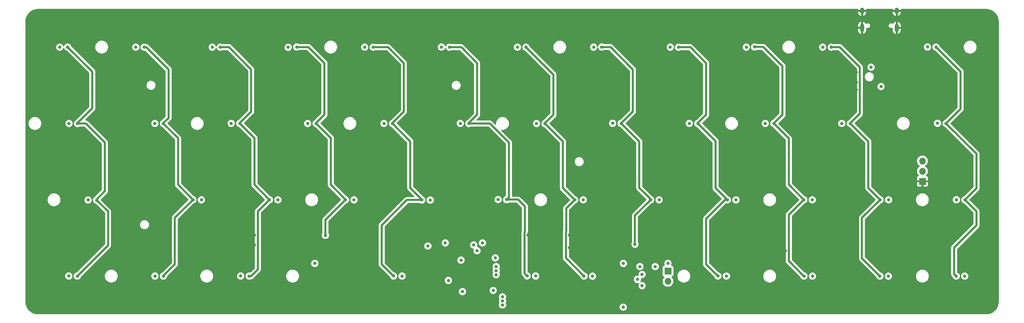
<source format=gbr>
%TF.GenerationSoftware,KiCad,Pcbnew,8.0.3*%
%TF.CreationDate,2024-08-24T23:39:28+02:00*%
%TF.ProjectId,toprevan,746f7072-6576-4616-9e2e-6b696361645f,rev?*%
%TF.SameCoordinates,Original*%
%TF.FileFunction,Copper,L3,Inr*%
%TF.FilePolarity,Positive*%
%FSLAX46Y46*%
G04 Gerber Fmt 4.6, Leading zero omitted, Abs format (unit mm)*
G04 Created by KiCad (PCBNEW 8.0.3) date 2024-08-24 23:39:28*
%MOMM*%
%LPD*%
G01*
G04 APERTURE LIST*
%TA.AperFunction,ComponentPad*%
%ADD10R,1.700000X1.700000*%
%TD*%
%TA.AperFunction,ComponentPad*%
%ADD11O,1.700000X1.700000*%
%TD*%
%TA.AperFunction,ComponentPad*%
%ADD12O,1.000000X1.600000*%
%TD*%
%TA.AperFunction,ComponentPad*%
%ADD13O,1.000000X2.100000*%
%TD*%
%TA.AperFunction,ViaPad*%
%ADD14C,0.800000*%
%TD*%
%TA.AperFunction,Conductor*%
%ADD15C,0.500000*%
%TD*%
G04 APERTURE END LIST*
D10*
%TO.N,VBAT*%
%TO.C,SW1*%
X183356250Y-86831250D03*
D11*
%TO.N,BOOT0*%
X183356250Y-89371250D03*
%TD*%
D10*
%TO.N,GND*%
%TO.C,J4*%
X246856250Y-64452500D03*
D11*
%TO.N,ARGB_3V3*%
X246856250Y-61912500D03*
%TO.N,+5V*%
X246856250Y-59372500D03*
%TD*%
D12*
%TO.N,GND*%
%TO.C,J3*%
X231804750Y-21930750D03*
D13*
X231804750Y-26110750D03*
D12*
X240444750Y-21930750D03*
D13*
X240444750Y-26110750D03*
%TD*%
D14*
%TO.N,GND*%
X208756250Y-84137500D03*
X143988900Y-81460417D03*
X213518750Y-34925000D03*
X176212500Y-77910991D03*
X125136076Y-81727152D03*
X132015779Y-95457416D03*
X136937750Y-40036750D03*
X126888049Y-77899450D03*
X78898750Y-59213750D03*
X125126750Y-87661750D03*
X194087750Y-37623750D03*
X99218750Y-26987500D03*
X123460707Y-92482735D03*
X194470829Y-75919027D03*
X124999750Y-56673750D03*
X117760750Y-56673750D03*
X59848750Y-59213750D03*
X123476752Y-94359981D03*
X89693750Y-92075000D03*
X261143750Y-50006250D03*
X113506250Y-77910991D03*
X206375000Y-77910991D03*
X49561510Y-77888255D03*
X143691140Y-77906913D03*
X231256939Y-30596360D03*
X155936992Y-62677068D03*
X99099351Y-37623750D03*
X100806250Y-81756250D03*
X61118750Y-30956250D03*
X100488750Y-56673750D03*
X137318750Y-30956250D03*
X187325000Y-94456250D03*
X120300750Y-59213750D03*
X158750000Y-80962500D03*
X38258750Y-37623750D03*
X123031250Y-77910991D03*
X125157047Y-84719443D03*
X191295829Y-75919027D03*
X100488750Y-59213750D03*
X178593750Y-84137500D03*
X212144369Y-60368645D03*
X120650000Y-77910991D03*
X46831250Y-88106250D03*
X233379178Y-76076854D03*
X191293750Y-80422750D03*
X150744914Y-80436575D03*
X239712500Y-60325000D03*
X118968576Y-40036750D03*
X208756250Y-73025000D03*
X65881250Y-53975000D03*
X210597750Y-40036750D03*
X231804750Y-23812500D03*
X215106250Y-80295750D03*
X59089321Y-80162806D03*
X179387500Y-81756250D03*
X242093750Y-46037500D03*
X65881250Y-46037500D03*
X155917222Y-56561214D03*
X120681750Y-95789750D03*
X44450000Y-84137500D03*
X210597750Y-37623750D03*
X199231250Y-46037500D03*
X179387500Y-77910991D03*
X25400000Y-88106250D03*
X142081250Y-56356250D03*
X208756250Y-92075000D03*
X148442445Y-77888600D03*
X214661750Y-59086750D03*
X225440436Y-77910991D03*
X137210823Y-92976677D03*
X99218750Y-77910991D03*
X211931250Y-77910991D03*
X196518888Y-60368645D03*
X56356250Y-69056250D03*
X142081250Y-46037500D03*
X42068750Y-34925000D03*
X232079101Y-62422552D03*
X118268750Y-30956250D03*
X106362500Y-77910991D03*
X173386750Y-37623750D03*
X65571922Y-81739530D03*
X158457222Y-59101214D03*
X230204178Y-76076854D03*
X212121750Y-56546750D03*
X140493750Y-81756250D03*
X151606250Y-73025000D03*
X223059186Y-77910991D03*
X156368750Y-26987500D03*
X128868472Y-77879253D03*
X187325000Y-81756250D03*
X101600000Y-77910991D03*
X250825000Y-81756250D03*
X128946837Y-75987294D03*
X176223695Y-75942514D03*
X99218750Y-34925000D03*
X206406750Y-80549750D03*
X193998156Y-62553489D03*
X118268750Y-77910991D03*
X80168750Y-80359065D03*
X235807249Y-79594881D03*
X144811750Y-56419750D03*
X186531250Y-77910991D03*
X153987500Y-81756250D03*
X180181250Y-50006250D03*
X165893750Y-77910991D03*
X135731250Y-88106250D03*
X82550000Y-80359065D03*
X232060750Y-59086750D03*
X113506250Y-80433020D03*
X110699589Y-80433020D03*
X61603280Y-80205970D03*
X239488250Y-41687750D03*
X40798750Y-37623750D03*
X43973750Y-56546750D03*
X239712500Y-56546750D03*
X230409750Y-39782750D03*
X232949750Y-39782750D03*
X46831250Y-50006250D03*
X150823695Y-77888600D03*
X220677936Y-77910991D03*
X126892878Y-75998489D03*
X51593750Y-56546750D03*
X118968576Y-37623750D03*
X191547750Y-40036750D03*
X194468750Y-77910991D03*
X115887500Y-77910991D03*
X96043750Y-92075000D03*
X134616535Y-75981791D03*
X113499670Y-75893233D03*
X138813006Y-79828475D03*
X56689824Y-80146014D03*
X141287500Y-77910991D03*
X150812500Y-76000000D03*
X123031250Y-56673750D03*
X135707578Y-77945669D03*
X170656250Y-77910991D03*
X233394249Y-79594881D03*
X161131250Y-50006250D03*
X59045165Y-75917585D03*
X220630750Y-80295750D03*
X194468750Y-80422750D03*
X175418750Y-30956250D03*
X40798750Y-40036750D03*
X246856250Y-92075000D03*
X84931250Y-77910991D03*
X88121686Y-77910991D03*
X213518750Y-26987500D03*
X77987500Y-37623750D03*
X76231750Y-80422750D03*
X242093750Y-53975000D03*
X235759186Y-77910991D03*
X174915971Y-60368645D03*
X75378901Y-75839565D03*
X25400000Y-46037500D03*
X235743750Y-30162500D03*
X178593750Y-91281250D03*
X214684369Y-60368645D03*
X44450000Y-92075000D03*
X96243750Y-37623750D03*
X117760750Y-59213750D03*
X155860750Y-37623750D03*
X43973750Y-59086750D03*
X43976563Y-81766946D03*
X177450750Y-56546750D03*
X225456750Y-80422750D03*
X123031250Y-59213750D03*
X30162500Y-73025000D03*
X234600750Y-59086750D03*
X191293750Y-77910991D03*
X232915327Y-41663166D03*
X92995626Y-77906913D03*
X80168750Y-30956250D03*
X144811750Y-59594750D03*
X54324010Y-77888255D03*
X113506250Y-69056250D03*
X168275000Y-77910991D03*
X57308750Y-40036750D03*
X189706250Y-69056250D03*
X89693750Y-84137500D03*
X49577824Y-80146014D03*
X240506249Y-79594881D03*
X128587500Y-84137500D03*
X48418750Y-56546750D03*
X82550000Y-77910991D03*
X106362500Y-88106250D03*
X193960750Y-59086750D03*
X141261841Y-79828475D03*
X172056757Y-80168263D03*
X95318266Y-76008587D03*
X193960750Y-56546750D03*
X170656250Y-69056250D03*
X136937750Y-37623750D03*
X71203501Y-80248211D03*
X87298305Y-81745554D03*
X258762500Y-26987500D03*
X191547750Y-37623750D03*
X177455971Y-60368645D03*
X120300750Y-56673750D03*
X177450750Y-59086750D03*
X146477604Y-77883754D03*
X158462443Y-60383109D03*
X57308750Y-37623750D03*
X59848750Y-37623750D03*
X61603280Y-77910990D03*
X234156250Y-46037500D03*
X230686766Y-80793560D03*
X163512500Y-77910991D03*
X175926750Y-40036750D03*
X108743750Y-77910991D03*
X142081250Y-59531250D03*
X258762500Y-34925000D03*
X70710920Y-77906913D03*
X148304250Y-95250000D03*
X176085500Y-95250000D03*
X214751726Y-62378906D03*
X106362500Y-81756250D03*
X84931250Y-50006250D03*
X44450000Y-50006250D03*
X174910750Y-59086750D03*
X211971414Y-75964904D03*
X215106250Y-77910991D03*
X42068750Y-26987500D03*
X30162500Y-65087500D03*
X110701782Y-75888732D03*
X203993750Y-77910991D03*
X47180260Y-77888255D03*
X240444750Y-23812500D03*
X42352866Y-77900892D03*
X243046249Y-79594881D03*
X95250000Y-81756250D03*
X155514122Y-83092359D03*
X230202936Y-77910991D03*
X233377936Y-77910991D03*
X123031250Y-50006250D03*
X54276824Y-80146014D03*
X81438750Y-56673750D03*
X103981250Y-46037500D03*
X158457222Y-56561214D03*
X138906250Y-77910991D03*
X121443750Y-80422750D03*
X81438750Y-59213750D03*
X68790501Y-80248211D03*
X155586195Y-77888600D03*
X155860750Y-40036750D03*
X68262500Y-84137500D03*
X95265436Y-77910991D03*
X80168750Y-77910991D03*
X136889542Y-75981791D03*
X92868750Y-95789750D03*
X246856250Y-73025000D03*
X127793750Y-91217750D03*
X173386750Y-40036750D03*
X78659615Y-80359065D03*
X61575438Y-75923528D03*
X175959410Y-91308626D03*
X194468750Y-30956250D03*
X80699167Y-40036750D03*
X184816750Y-95250000D03*
X161131250Y-77910991D03*
X142100027Y-84650000D03*
X215146414Y-75964904D03*
X59848750Y-40036750D03*
X115993576Y-37623750D03*
X97948750Y-59213750D03*
X180975000Y-95250000D03*
X51990824Y-80146014D03*
X94456250Y-73025000D03*
X208756250Y-65087500D03*
X155917222Y-59101214D03*
X51942760Y-77888255D03*
X25400000Y-53975000D03*
X158750000Y-77910991D03*
X41433750Y-56546750D03*
X174910750Y-56546750D03*
X110699589Y-77910645D03*
X232074097Y-60368645D03*
X103981250Y-53975000D03*
X204123726Y-80412010D03*
X123094750Y-40036750D03*
X196500750Y-59086750D03*
X193978888Y-60368645D03*
X96343750Y-95789750D03*
X181768750Y-77910991D03*
X240710416Y-31234374D03*
X75406250Y-69056250D03*
X196881750Y-80422750D03*
X232060750Y-56546750D03*
X155922443Y-60383109D03*
X153193750Y-76000000D03*
X223043750Y-80295750D03*
X72754961Y-77909893D03*
X246856250Y-65881250D03*
X199231250Y-77910991D03*
X155545148Y-80326393D03*
X59848750Y-56673750D03*
X44908995Y-80123969D03*
X65881250Y-88106250D03*
X218281250Y-50006250D03*
X80699167Y-37623750D03*
X156368750Y-34925000D03*
X242902936Y-77910991D03*
X134397750Y-40036750D03*
X201612500Y-77910991D03*
X97948750Y-56673750D03*
X62388750Y-56673750D03*
X230182731Y-79594881D03*
X246856250Y-84137500D03*
X66706750Y-80295750D03*
X213137750Y-37623750D03*
X211965968Y-80314427D03*
X213137750Y-40036750D03*
X63567170Y-77906913D03*
X72781802Y-75856359D03*
X49212500Y-69056250D03*
X240521686Y-77910991D03*
X123040750Y-37623750D03*
X212669250Y-81756250D03*
X77987500Y-40036750D03*
X123729750Y-95789750D03*
X245332249Y-79594881D03*
X168275000Y-76000000D03*
X196500750Y-56546750D03*
X208756250Y-77910991D03*
X96243750Y-40036750D03*
X238140436Y-77910991D03*
X68329670Y-77906913D03*
X44900435Y-77899450D03*
X75406250Y-77910991D03*
X119085160Y-80433020D03*
X90502936Y-77910991D03*
X230378380Y-41621577D03*
X151606250Y-65087500D03*
X218109592Y-77906913D03*
X175926750Y-37623750D03*
X153204945Y-77888600D03*
X188912500Y-77910991D03*
X194087750Y-40036750D03*
X147351750Y-56546750D03*
X212154802Y-62378906D03*
X172243750Y-81756250D03*
X125380750Y-40036750D03*
X153320750Y-40036750D03*
X227806250Y-88106250D03*
X134397750Y-37623750D03*
X234600750Y-56546750D03*
X212121750Y-59086750D03*
X92989701Y-76008587D03*
X38258750Y-40036750D03*
X241300000Y-29368750D03*
X77787500Y-77910991D03*
X172243750Y-81756250D03*
X98298000Y-89947750D03*
X165893750Y-76000000D03*
X184150000Y-77910991D03*
X247665436Y-77910991D03*
X201707750Y-80422750D03*
X78898750Y-56673750D03*
X146504650Y-81389813D03*
X234614097Y-60368645D03*
X115993576Y-40036750D03*
X103981250Y-77910991D03*
X72852573Y-80269505D03*
X233975432Y-32724568D03*
X125412500Y-77910991D03*
X174930520Y-62662604D03*
X94456250Y-65087500D03*
X68262500Y-92075000D03*
X47164824Y-80146014D03*
X230409750Y-37242750D03*
X41433750Y-59086750D03*
X199231250Y-53975000D03*
X214661750Y-56546750D03*
X65948420Y-77906913D03*
X196850000Y-77910991D03*
X227806250Y-69056250D03*
X239503951Y-43656250D03*
X227821686Y-77910991D03*
X101123750Y-91598750D03*
X62388750Y-59213750D03*
X59073007Y-77905047D03*
X199294750Y-80422750D03*
X173037500Y-77910991D03*
X146474314Y-76065659D03*
X56705260Y-77888255D03*
X99099351Y-40036750D03*
X245284186Y-77910991D03*
%TO.N,ROW0*%
X126837694Y-30930313D03*
X107679906Y-30954609D03*
X88583031Y-31008123D03*
X183938865Y-30966536D03*
X221975902Y-30956249D03*
X69649268Y-30956249D03*
X31588616Y-30976022D03*
X164808968Y-30956250D03*
X145797394Y-30956249D03*
X202910974Y-30957890D03*
X248123423Y-30923308D03*
X50559884Y-30956249D03*
%TO.N,COL0*%
X36026707Y-50029304D03*
X33571330Y-30941440D03*
X35976475Y-88087317D03*
X40799053Y-69123773D03*
%TO.N,COL1*%
X52660754Y-30982186D03*
X57466603Y-88095963D03*
X57449712Y-50017777D03*
X64823209Y-69040599D03*
%TO.N,COL2*%
X83909432Y-69038958D03*
X78859548Y-88088958D03*
X76505195Y-50006250D03*
X71646391Y-30956249D03*
%TO.N,COL3*%
X90735774Y-30930313D03*
X95585935Y-50029304D03*
X97885826Y-77932972D03*
X102881182Y-69049245D03*
%TO.N,COL4*%
X114882974Y-88070026D03*
X121918692Y-69101118D03*
X109806712Y-30971900D03*
X114620725Y-50021899D03*
%TO.N,COL5*%
X128834817Y-30982186D03*
X133662880Y-50006249D03*
X143108946Y-69014663D03*
X148217512Y-88049014D03*
%TO.N,ROW1*%
X188686073Y-49988959D03*
X150566382Y-50021900D03*
X169550580Y-49965904D03*
X112493918Y-50004608D03*
X207643854Y-50000486D03*
X74378388Y-49988959D03*
X131536073Y-49988958D03*
X226739964Y-49988959D03*
X250629874Y-49967545D03*
X93459128Y-50012013D03*
X33899900Y-50012013D03*
X55322905Y-50000486D03*
%TO.N,COL6*%
X160092143Y-69054610D03*
X152693189Y-50039191D03*
X147924201Y-30956249D03*
X162404227Y-88088959D03*
%TO.N,COL7*%
X179040036Y-69038958D03*
X171677387Y-49983195D03*
X166832028Y-30930313D03*
X175135000Y-80168750D03*
%TO.N,COL8*%
X195828623Y-88073308D03*
X176356249Y-85705486D03*
X185987861Y-30992473D03*
X176904088Y-90487500D03*
X190812880Y-50006250D03*
X198195423Y-69073541D03*
%TO.N,COL9*%
X217306383Y-88083595D03*
X217261073Y-69038959D03*
X204985907Y-30923308D03*
X209770661Y-50017777D03*
%TO.N,COL10*%
X224115677Y-30956249D03*
X236292020Y-69038959D03*
X236241909Y-88088958D03*
X228866771Y-50006250D03*
%TO.N,COL11*%
X176904088Y-87703830D03*
X257469229Y-69048565D03*
X175732698Y-88916416D03*
X255280942Y-88081274D03*
X250250230Y-30940599D03*
X252756681Y-49984836D03*
%TO.N,ROW2*%
X86036239Y-69056249D03*
X219387880Y-69056250D03*
X124045499Y-69118409D03*
X162218950Y-69071901D03*
X181166843Y-69056249D03*
X140982139Y-68997372D03*
X200322230Y-69090832D03*
X66950016Y-69057890D03*
X255342422Y-69031274D03*
X238418827Y-69056250D03*
X105007989Y-69066536D03*
X38672246Y-69106482D03*
%TO.N,ROW3*%
X238368716Y-88106249D03*
X76732741Y-88071667D03*
X257407749Y-88098565D03*
X150344319Y-88066305D03*
X134882550Y-80325227D03*
X33849668Y-88070026D03*
X117009781Y-88087317D03*
X55339796Y-88078672D03*
X197955430Y-88090599D03*
X164531034Y-88106250D03*
X219433190Y-88100886D03*
%TO.N,VBAT*%
X132071975Y-91966482D03*
X140283777Y-83538954D03*
X183356250Y-84931250D03*
X95250000Y-84931250D03*
X139748557Y-91690518D03*
X135723750Y-81763464D03*
X131730750Y-84105750D03*
X172243750Y-84931250D03*
X234038883Y-35956233D03*
%TO.N,+5V*%
X236537500Y-40798750D03*
%TO.N,APLEX_OUT_PIN_0*%
X123451464Y-80588964D03*
X180181250Y-85725000D03*
%TO.N,BOOT0*%
X172209222Y-95846722D03*
%TO.N,APLEX_EN_PIN_1*%
X137073750Y-79810491D03*
X127803750Y-79810491D03*
%TO.N,AMUX_SEL_2*%
X140493750Y-85725000D03*
X142081250Y-93273096D03*
%TO.N,AMUX_SEL_1*%
X142081250Y-94297694D03*
X140506298Y-86737051D03*
%TO.N,AMUX_SEL_0*%
X140484508Y-87736316D03*
X142081250Y-95297197D03*
%TO.N,ARGB_3V3*%
X128587500Y-89183000D03*
%TD*%
D15*
%TO.N,COL0*%
X40799053Y-69123773D02*
X43656250Y-71980970D01*
X36026707Y-50029304D02*
X38123054Y-50029304D01*
X42862500Y-54768750D02*
X42862500Y-66881250D01*
X38123054Y-50029304D02*
X42862500Y-54768750D01*
X39687500Y-37057610D02*
X39687500Y-46243750D01*
X35976475Y-88087317D02*
X43656250Y-80407542D01*
X39687500Y-46243750D02*
X35925000Y-50006250D01*
X43656250Y-80407542D02*
X43656250Y-80168750D01*
X33571330Y-30941440D02*
X39687500Y-37057610D01*
X43656250Y-71980970D02*
X43656250Y-80168750D01*
X42862500Y-66881250D02*
X40687500Y-69056250D01*
%TO.N,COL1*%
X58737500Y-48625000D02*
X57356250Y-50006250D01*
X61118750Y-65293750D02*
X64881250Y-69056250D01*
X58737500Y-36512500D02*
X58737500Y-48625000D01*
X60325000Y-73538808D02*
X60325000Y-85137500D01*
X52660754Y-30982186D02*
X53207186Y-30982186D01*
X60325000Y-85137500D02*
X57356250Y-88106250D01*
X53207186Y-30982186D02*
X58737500Y-36512500D01*
X64823209Y-69040599D02*
X60325000Y-73538808D01*
X57449712Y-50017777D02*
X61118750Y-53686815D01*
X61118750Y-53686815D02*
X61118750Y-65293750D01*
%TO.N,COL2*%
X81018750Y-71929640D02*
X81018750Y-86462500D01*
X79375000Y-36512500D02*
X79375000Y-47037500D01*
X79375000Y-88106250D02*
X79357708Y-88088958D01*
X73818749Y-30956249D02*
X79375000Y-36512500D01*
X83909432Y-69038958D02*
X81018750Y-71929640D01*
X80168750Y-53669805D02*
X80168750Y-65298276D01*
X79357708Y-88088958D02*
X78859548Y-88088958D01*
X79375000Y-47037500D02*
X76406250Y-50006250D01*
X81018750Y-86462500D02*
X79375000Y-88106250D01*
X71646391Y-30956249D02*
X73818749Y-30956249D01*
X80168750Y-65298276D02*
X83909432Y-69038958D01*
X76505195Y-50006250D02*
X80168750Y-53669805D01*
%TO.N,COL3*%
X97885826Y-74044601D02*
X97885826Y-77932972D01*
X90735774Y-30930313D02*
X93636563Y-30930313D01*
X102881182Y-69049245D02*
X97885826Y-74044601D01*
X97631250Y-34925000D02*
X97631250Y-47831250D01*
X99218750Y-53662119D02*
X99218750Y-65293750D01*
X97631250Y-47831250D02*
X95456250Y-50006250D01*
X93636563Y-30930313D02*
X97631250Y-34925000D01*
X95585935Y-50029304D02*
X99218750Y-53662119D01*
X99218750Y-65293750D02*
X102981250Y-69056250D01*
%TO.N,COL4*%
X119062500Y-54463674D02*
X119062500Y-66087500D01*
X114620725Y-50021899D02*
X119062500Y-54463674D01*
X117475000Y-47037500D02*
X114506250Y-50006250D01*
X109806712Y-30971900D02*
X113521900Y-30971900D01*
X113521900Y-30971900D02*
X117475000Y-34925000D01*
X119062500Y-66087500D02*
X122031250Y-69056250D01*
X111918750Y-85137500D02*
X114887500Y-88106250D01*
X118223882Y-69101118D02*
X111918750Y-75406250D01*
X111918750Y-75406250D02*
X111918750Y-85137500D01*
X117475000Y-34925000D02*
X117475000Y-47037500D01*
X121918692Y-69101118D02*
X118223882Y-69101118D01*
%TO.N,COL5*%
X148217512Y-88049014D02*
X147592445Y-87423947D01*
X128834817Y-30982186D02*
X131788436Y-30982186D01*
X147592445Y-87423947D02*
X147592445Y-77038805D01*
X147592445Y-77038805D02*
X147637500Y-76993750D01*
X147637500Y-70643750D02*
X146446875Y-69453125D01*
X138906250Y-50006250D02*
X143668750Y-54768750D01*
X135731250Y-47831250D02*
X133556250Y-50006250D01*
X146008413Y-69014663D02*
X146446875Y-69453125D01*
X135731250Y-34925000D02*
X135731250Y-47831250D01*
X143668750Y-54768750D02*
X143668750Y-68454859D01*
X143108946Y-69014663D02*
X146008413Y-69014663D01*
X133556250Y-50006250D02*
X138906250Y-50006250D01*
X147637500Y-76993750D02*
X147637500Y-70643750D01*
X131788436Y-30982186D02*
X135731250Y-34925000D01*
X143668750Y-68454859D02*
X143108946Y-69014663D01*
%TO.N,COL6*%
X157162500Y-66124967D02*
X160092143Y-69054610D01*
X157162500Y-54508502D02*
X157162500Y-66124967D01*
X152693189Y-50039191D02*
X157162500Y-54508502D01*
X154781250Y-47831250D02*
X152606250Y-50006250D01*
X147924201Y-30956249D02*
X154781250Y-37813298D01*
X154781250Y-37813298D02*
X154781250Y-47831250D01*
X157956250Y-76993750D02*
X157900000Y-77050000D01*
X160092143Y-69054610D02*
X157956250Y-71190503D01*
X157900000Y-83584732D02*
X162404227Y-88088959D01*
X157900000Y-77050000D02*
X157900000Y-83584732D01*
X157956250Y-71190503D02*
X157956250Y-76993750D01*
%TO.N,COL7*%
X177696875Y-67571875D02*
X179040036Y-68915036D01*
X176212500Y-54518308D02*
X176212500Y-66087500D01*
X174625000Y-36512500D02*
X174625000Y-47037500D01*
X175135000Y-72943994D02*
X175135000Y-80168750D01*
X169042813Y-30930313D02*
X174625000Y-36512500D01*
X171677387Y-49983195D02*
X176212500Y-54518308D01*
X179040036Y-69038958D02*
X175135000Y-72943994D01*
X179040036Y-68915036D02*
X179040036Y-69038958D01*
X177696875Y-67571875D02*
X179181250Y-69056250D01*
X174625000Y-47037500D02*
X171656250Y-50006250D01*
X166832028Y-30930313D02*
X169042813Y-30930313D01*
X176212500Y-66087500D02*
X177696875Y-67571875D01*
%TO.N,COL8*%
X192881250Y-73818750D02*
X192881250Y-85137500D01*
X192881250Y-34925000D02*
X192881250Y-47831250D01*
X192881250Y-85137500D02*
X195850000Y-88106250D01*
X195262500Y-54455870D02*
X195262500Y-66140618D01*
X188948723Y-30992473D02*
X192881250Y-34925000D01*
X197626459Y-69073541D02*
X192881250Y-73818750D01*
X195262500Y-66140618D02*
X198195423Y-69073541D01*
X190812880Y-50006250D02*
X195262500Y-54455870D01*
X198195423Y-69073541D02*
X197626459Y-69073541D01*
X185987861Y-30992473D02*
X188948723Y-30992473D01*
X192881250Y-47831250D02*
X190706250Y-50006250D01*
%TO.N,COL9*%
X204985907Y-30923308D02*
X207135808Y-30923308D01*
X213518750Y-72781282D02*
X213518750Y-84343750D01*
X217261073Y-69038959D02*
X213518750Y-72781282D01*
X209770661Y-50017777D02*
X213518750Y-53765866D01*
X211931250Y-47831250D02*
X209756250Y-50006250D01*
X207135808Y-30923308D02*
X211931250Y-35718750D01*
X213518750Y-53765866D02*
X213518750Y-65293750D01*
X211931250Y-35718750D02*
X211931250Y-47831250D01*
X213518750Y-65293750D02*
X217281250Y-69056250D01*
X213518750Y-84343750D02*
X217281250Y-88106250D01*
%TO.N,COL10*%
X224115677Y-30956249D02*
X226218749Y-30956249D01*
X226218749Y-30956249D02*
X231259750Y-35997250D01*
X231259750Y-47552750D02*
X228806250Y-50006250D01*
X231259750Y-35997250D02*
X231259750Y-47552750D01*
X233362500Y-54501979D02*
X233362500Y-66087500D01*
X233362500Y-66087500D02*
X236331250Y-69056250D01*
X228866771Y-50006250D02*
X233362500Y-54501979D01*
X236292020Y-69038959D02*
X231775000Y-73555979D01*
X231775000Y-73555979D02*
X231775000Y-83622049D01*
X231775000Y-83622049D02*
X236241909Y-88088958D01*
%TO.N,COL11*%
X260350000Y-71929336D02*
X260350000Y-75406250D01*
X250250230Y-30940599D02*
X256381250Y-37071619D01*
X254793750Y-80962500D02*
X254793750Y-87594082D01*
X260350000Y-57578155D02*
X260350000Y-66167794D01*
X256381250Y-46360267D02*
X252756681Y-49984836D01*
X256381250Y-37071619D02*
X256381250Y-46360267D01*
X252756681Y-49984836D02*
X260350000Y-57578155D01*
X260350000Y-66167794D02*
X257469229Y-69048565D01*
X260350000Y-75406250D02*
X254793750Y-80962500D01*
X257469229Y-69048565D02*
X260350000Y-71929336D01*
X254793750Y-87594082D02*
X255280942Y-88081274D01*
%TD*%
%TA.AperFunction,Conductor*%
%TO.N,GND*%
G36*
X230747789Y-21450935D02*
G01*
X230793544Y-21503739D01*
X230804750Y-21555250D01*
X230804750Y-21680750D01*
X231504750Y-21680750D01*
X231504750Y-22180750D01*
X230804750Y-22180750D01*
X230804750Y-22329245D01*
X230843177Y-22522431D01*
X230843180Y-22522443D01*
X230918557Y-22704421D01*
X230918564Y-22704434D01*
X231027998Y-22868212D01*
X231028001Y-22868216D01*
X231167283Y-23007498D01*
X231167287Y-23007501D01*
X231331065Y-23116935D01*
X231331078Y-23116942D01*
X231513058Y-23192319D01*
X231554750Y-23200612D01*
X231554750Y-22397738D01*
X231564690Y-22414955D01*
X231620545Y-22470810D01*
X231688954Y-22510306D01*
X231765254Y-22530750D01*
X231844246Y-22530750D01*
X231920546Y-22510306D01*
X231988955Y-22470810D01*
X232044810Y-22414955D01*
X232054750Y-22397738D01*
X232054750Y-23200612D01*
X232096440Y-23192319D01*
X232096442Y-23192319D01*
X232278421Y-23116942D01*
X232278434Y-23116935D01*
X232442212Y-23007501D01*
X232442216Y-23007498D01*
X232581498Y-22868216D01*
X232581501Y-22868212D01*
X232690935Y-22704434D01*
X232690942Y-22704421D01*
X232766319Y-22522443D01*
X232766322Y-22522431D01*
X232804749Y-22329245D01*
X232804750Y-22329242D01*
X232804750Y-22180750D01*
X232104750Y-22180750D01*
X232104750Y-21680750D01*
X232804750Y-21680750D01*
X232804750Y-21555250D01*
X232824435Y-21488211D01*
X232877239Y-21442456D01*
X232928750Y-21431250D01*
X239320750Y-21431250D01*
X239387789Y-21450935D01*
X239433544Y-21503739D01*
X239444750Y-21555250D01*
X239444750Y-21680750D01*
X240144750Y-21680750D01*
X240144750Y-22180750D01*
X239444750Y-22180750D01*
X239444750Y-22329245D01*
X239483177Y-22522431D01*
X239483180Y-22522443D01*
X239558557Y-22704421D01*
X239558564Y-22704434D01*
X239667998Y-22868212D01*
X239668001Y-22868216D01*
X239807283Y-23007498D01*
X239807287Y-23007501D01*
X239971065Y-23116935D01*
X239971078Y-23116942D01*
X240153058Y-23192319D01*
X240194750Y-23200612D01*
X240194750Y-22397738D01*
X240204690Y-22414955D01*
X240260545Y-22470810D01*
X240328954Y-22510306D01*
X240405254Y-22530750D01*
X240484246Y-22530750D01*
X240560546Y-22510306D01*
X240628955Y-22470810D01*
X240684810Y-22414955D01*
X240694750Y-22397738D01*
X240694750Y-23200612D01*
X240736440Y-23192319D01*
X240736442Y-23192319D01*
X240918421Y-23116942D01*
X240918434Y-23116935D01*
X241082212Y-23007501D01*
X241082216Y-23007498D01*
X241221498Y-22868216D01*
X241221501Y-22868212D01*
X241330935Y-22704434D01*
X241330942Y-22704421D01*
X241406319Y-22522443D01*
X241406322Y-22522431D01*
X241444749Y-22329245D01*
X241444750Y-22329242D01*
X241444750Y-22180750D01*
X240744750Y-22180750D01*
X240744750Y-21680750D01*
X241444750Y-21680750D01*
X241444750Y-21555250D01*
X241464435Y-21488211D01*
X241517239Y-21442456D01*
X241568750Y-21431250D01*
X262730365Y-21431250D01*
X262732104Y-21431262D01*
X262737043Y-21431331D01*
X262903335Y-21433664D01*
X262915458Y-21434431D01*
X263256587Y-21472872D01*
X263270270Y-21475196D01*
X263604116Y-21551399D01*
X263617452Y-21555241D01*
X263940654Y-21668337D01*
X263953483Y-21673652D01*
X264240922Y-21812076D01*
X264261988Y-21822222D01*
X264274146Y-21828941D01*
X264564083Y-22011122D01*
X264575400Y-22019153D01*
X264778036Y-22180750D01*
X264843111Y-22232646D01*
X264853479Y-22241912D01*
X265095587Y-22484020D01*
X265104853Y-22494388D01*
X265318327Y-22762075D01*
X265318342Y-22762093D01*
X265326379Y-22773420D01*
X265508554Y-23063347D01*
X265515277Y-23075511D01*
X265663844Y-23384008D01*
X265669165Y-23396854D01*
X265782254Y-23720034D01*
X265786104Y-23733396D01*
X265862300Y-24067216D01*
X265864629Y-24080925D01*
X265903067Y-24422029D01*
X265903835Y-24434174D01*
X265906238Y-24605394D01*
X265906250Y-24607134D01*
X265906250Y-94455365D01*
X265906238Y-94457105D01*
X265903835Y-94628325D01*
X265903067Y-94640470D01*
X265864629Y-94981574D01*
X265862300Y-94995283D01*
X265786104Y-95329103D01*
X265782254Y-95342465D01*
X265669165Y-95665645D01*
X265663844Y-95678491D01*
X265515277Y-95986988D01*
X265508551Y-95999158D01*
X265486042Y-96034981D01*
X265372924Y-96215006D01*
X265326389Y-96289065D01*
X265318342Y-96300406D01*
X265104853Y-96568111D01*
X265095587Y-96578479D01*
X264853479Y-96820587D01*
X264843111Y-96829853D01*
X264575406Y-97043342D01*
X264564071Y-97051384D01*
X264564047Y-97051400D01*
X264274158Y-97233551D01*
X264261988Y-97240277D01*
X263953491Y-97388844D01*
X263940645Y-97394165D01*
X263617465Y-97507254D01*
X263604103Y-97511104D01*
X263270283Y-97587300D01*
X263256574Y-97589629D01*
X262915470Y-97628067D01*
X262903325Y-97628835D01*
X262732105Y-97631238D01*
X262730365Y-97631250D01*
X26194632Y-97631250D01*
X26192894Y-97631238D01*
X26021672Y-97628838D01*
X26009526Y-97628070D01*
X25668421Y-97589636D01*
X25654712Y-97587307D01*
X25320895Y-97511115D01*
X25307534Y-97507266D01*
X24984344Y-97394178D01*
X24971496Y-97388856D01*
X24663007Y-97240295D01*
X24650837Y-97233569D01*
X24360916Y-97051400D01*
X24349575Y-97043353D01*
X24081874Y-96829868D01*
X24071506Y-96820602D01*
X23829397Y-96578493D01*
X23820131Y-96568125D01*
X23820120Y-96568111D01*
X23606643Y-96300421D01*
X23598599Y-96289083D01*
X23552053Y-96215006D01*
X23416428Y-95999158D01*
X23409704Y-95986992D01*
X23401562Y-95970085D01*
X23261138Y-95678491D01*
X23255821Y-95665655D01*
X23142733Y-95342465D01*
X23138884Y-95329104D01*
X23062692Y-94995287D01*
X23060363Y-94981578D01*
X23032630Y-94735444D01*
X23021928Y-94640459D01*
X23021161Y-94628339D01*
X23018762Y-94457105D01*
X23018750Y-94455368D01*
X23018750Y-93273096D01*
X141175790Y-93273096D01*
X141195576Y-93461352D01*
X141195577Y-93461355D01*
X141254070Y-93641379D01*
X141301422Y-93723396D01*
X141317894Y-93791296D01*
X141301422Y-93847394D01*
X141254070Y-93929410D01*
X141195577Y-94109434D01*
X141195576Y-94109438D01*
X141175790Y-94297694D01*
X141195576Y-94485950D01*
X141195577Y-94485953D01*
X141254071Y-94665979D01*
X141294177Y-94735445D01*
X141310650Y-94803345D01*
X141294178Y-94859444D01*
X141254070Y-94928913D01*
X141195577Y-95108937D01*
X141195576Y-95108941D01*
X141175790Y-95297197D01*
X141195576Y-95485453D01*
X141195577Y-95485456D01*
X141254068Y-95665474D01*
X141254071Y-95665481D01*
X141348717Y-95829413D01*
X141475379Y-95970085D01*
X141628515Y-96081345D01*
X141628520Y-96081348D01*
X141801442Y-96158339D01*
X141801447Y-96158341D01*
X141986604Y-96197697D01*
X141986605Y-96197697D01*
X142175894Y-96197697D01*
X142175896Y-96197697D01*
X142361053Y-96158341D01*
X142533980Y-96081348D01*
X142687121Y-95970085D01*
X142798198Y-95846722D01*
X171303762Y-95846722D01*
X171323548Y-96034978D01*
X171323549Y-96034981D01*
X171382040Y-96214999D01*
X171382043Y-96215006D01*
X171476689Y-96378938D01*
X171603351Y-96519610D01*
X171756487Y-96630870D01*
X171756492Y-96630873D01*
X171929414Y-96707864D01*
X171929419Y-96707866D01*
X172114576Y-96747222D01*
X172114577Y-96747222D01*
X172303866Y-96747222D01*
X172303868Y-96747222D01*
X172489025Y-96707866D01*
X172661952Y-96630873D01*
X172815093Y-96519610D01*
X172941755Y-96378938D01*
X173036401Y-96215006D01*
X173094896Y-96034978D01*
X173114682Y-95846722D01*
X173094896Y-95658466D01*
X173036401Y-95478438D01*
X172941755Y-95314506D01*
X172815093Y-95173834D01*
X172815092Y-95173833D01*
X172661956Y-95062573D01*
X172661951Y-95062570D01*
X172489029Y-94985579D01*
X172489024Y-94985577D01*
X172343223Y-94954587D01*
X172303868Y-94946222D01*
X172114576Y-94946222D01*
X172082119Y-94953120D01*
X171929419Y-94985577D01*
X171929414Y-94985579D01*
X171756492Y-95062570D01*
X171756487Y-95062573D01*
X171603351Y-95173833D01*
X171476688Y-95314507D01*
X171382043Y-95478437D01*
X171382040Y-95478444D01*
X171323549Y-95658462D01*
X171323548Y-95658466D01*
X171303762Y-95846722D01*
X142798198Y-95846722D01*
X142813783Y-95829413D01*
X142908429Y-95665481D01*
X142966924Y-95485453D01*
X142986710Y-95297197D01*
X142966924Y-95108941D01*
X142908429Y-94928913D01*
X142868320Y-94859442D01*
X142851848Y-94791545D01*
X142868319Y-94735449D01*
X142908429Y-94665978D01*
X142966924Y-94485950D01*
X142986710Y-94297694D01*
X142966924Y-94109438D01*
X142908429Y-93929410D01*
X142861076Y-93847392D01*
X142844604Y-93779495D01*
X142861077Y-93723396D01*
X142908429Y-93641380D01*
X142966924Y-93461352D01*
X142986710Y-93273096D01*
X142966924Y-93084840D01*
X142908429Y-92904812D01*
X142813783Y-92740880D01*
X142687121Y-92600208D01*
X142674472Y-92591018D01*
X142533984Y-92488947D01*
X142533979Y-92488944D01*
X142361057Y-92411953D01*
X142361052Y-92411951D01*
X142215251Y-92380961D01*
X142175896Y-92372596D01*
X141986604Y-92372596D01*
X141954147Y-92379494D01*
X141801447Y-92411951D01*
X141801442Y-92411953D01*
X141628520Y-92488944D01*
X141628515Y-92488947D01*
X141475379Y-92600207D01*
X141348716Y-92740881D01*
X141254071Y-92904811D01*
X141254068Y-92904818D01*
X141195577Y-93084836D01*
X141195576Y-93084840D01*
X141175790Y-93273096D01*
X23018750Y-93273096D01*
X23018750Y-91966482D01*
X131166515Y-91966482D01*
X131186301Y-92154738D01*
X131186302Y-92154741D01*
X131244793Y-92334759D01*
X131244796Y-92334766D01*
X131339442Y-92498698D01*
X131430842Y-92600208D01*
X131466104Y-92639370D01*
X131619240Y-92750630D01*
X131619245Y-92750633D01*
X131792167Y-92827624D01*
X131792172Y-92827626D01*
X131977329Y-92866982D01*
X131977330Y-92866982D01*
X132166619Y-92866982D01*
X132166621Y-92866982D01*
X132351778Y-92827626D01*
X132524705Y-92750633D01*
X132677846Y-92639370D01*
X132804508Y-92498698D01*
X132899154Y-92334766D01*
X132957649Y-92154738D01*
X132977435Y-91966482D01*
X132957649Y-91778226D01*
X132929151Y-91690518D01*
X138843097Y-91690518D01*
X138862883Y-91878774D01*
X138862884Y-91878777D01*
X138921375Y-92058795D01*
X138921378Y-92058802D01*
X139016024Y-92222734D01*
X139142686Y-92363406D01*
X139295822Y-92474666D01*
X139295827Y-92474669D01*
X139468749Y-92551660D01*
X139468754Y-92551662D01*
X139653911Y-92591018D01*
X139653912Y-92591018D01*
X139843201Y-92591018D01*
X139843203Y-92591018D01*
X140028360Y-92551662D01*
X140201287Y-92474669D01*
X140354428Y-92363406D01*
X140481090Y-92222734D01*
X140575736Y-92058802D01*
X140634231Y-91878774D01*
X140654017Y-91690518D01*
X140634231Y-91502262D01*
X140575736Y-91322234D01*
X140481090Y-91158302D01*
X140354428Y-91017630D01*
X140354427Y-91017629D01*
X140201291Y-90906369D01*
X140201286Y-90906366D01*
X140028364Y-90829375D01*
X140028359Y-90829373D01*
X139882558Y-90798383D01*
X139843203Y-90790018D01*
X139653911Y-90790018D01*
X139621454Y-90796916D01*
X139468754Y-90829373D01*
X139468749Y-90829375D01*
X139295827Y-90906366D01*
X139295822Y-90906369D01*
X139142686Y-91017629D01*
X139016023Y-91158303D01*
X138921378Y-91322233D01*
X138921375Y-91322240D01*
X138862884Y-91502258D01*
X138862883Y-91502262D01*
X138843097Y-91690518D01*
X132929151Y-91690518D01*
X132899154Y-91598198D01*
X132804508Y-91434266D01*
X132677846Y-91293594D01*
X132647640Y-91271648D01*
X132524709Y-91182333D01*
X132524704Y-91182330D01*
X132351782Y-91105339D01*
X132351777Y-91105337D01*
X132205976Y-91074347D01*
X132166621Y-91065982D01*
X131977329Y-91065982D01*
X131944872Y-91072880D01*
X131792172Y-91105337D01*
X131792167Y-91105339D01*
X131619245Y-91182330D01*
X131619240Y-91182333D01*
X131466104Y-91293593D01*
X131339441Y-91434267D01*
X131244796Y-91598197D01*
X131244793Y-91598204D01*
X131214799Y-91690518D01*
X131186301Y-91778226D01*
X131166515Y-91966482D01*
X23018750Y-91966482D01*
X23018750Y-88070026D01*
X32944208Y-88070026D01*
X32963994Y-88258282D01*
X32963995Y-88258285D01*
X33022486Y-88438303D01*
X33022489Y-88438310D01*
X33117135Y-88602242D01*
X33223735Y-88720633D01*
X33243797Y-88742914D01*
X33396933Y-88854174D01*
X33396938Y-88854177D01*
X33569860Y-88931168D01*
X33569865Y-88931170D01*
X33755022Y-88970526D01*
X33755023Y-88970526D01*
X33944312Y-88970526D01*
X33944314Y-88970526D01*
X34129471Y-88931170D01*
X34302398Y-88854177D01*
X34455539Y-88742914D01*
X34582201Y-88602242D01*
X34676847Y-88438310D01*
X34735342Y-88258282D01*
X34755128Y-88070026D01*
X34735342Y-87881770D01*
X34676847Y-87701742D01*
X34582201Y-87537810D01*
X34455539Y-87397138D01*
X34455538Y-87397137D01*
X34302402Y-87285877D01*
X34302397Y-87285874D01*
X34129475Y-87208883D01*
X34129470Y-87208881D01*
X33983669Y-87177891D01*
X33944314Y-87169526D01*
X33755022Y-87169526D01*
X33722565Y-87176424D01*
X33569865Y-87208881D01*
X33569860Y-87208883D01*
X33396938Y-87285874D01*
X33396933Y-87285877D01*
X33243797Y-87397137D01*
X33117134Y-87537811D01*
X33022489Y-87701741D01*
X33022486Y-87701748D01*
X32970821Y-87860758D01*
X32963994Y-87881770D01*
X32944208Y-88070026D01*
X23018750Y-88070026D01*
X23018750Y-68930288D01*
X28562000Y-68930288D01*
X28562000Y-69182212D01*
X28597640Y-69407235D01*
X28601410Y-69431035D01*
X28679260Y-69670633D01*
X28735762Y-69781523D01*
X28788623Y-69885269D01*
X28793632Y-69895098D01*
X28941701Y-70098899D01*
X28941705Y-70098904D01*
X29119845Y-70277044D01*
X29119850Y-70277048D01*
X29297617Y-70406202D01*
X29323655Y-70425120D01*
X29466684Y-70497997D01*
X29548116Y-70539489D01*
X29548118Y-70539489D01*
X29548121Y-70539491D01*
X29787715Y-70617340D01*
X30036538Y-70656750D01*
X30036539Y-70656750D01*
X30288461Y-70656750D01*
X30288462Y-70656750D01*
X30537285Y-70617340D01*
X30776879Y-70539491D01*
X31001345Y-70425120D01*
X31205156Y-70277043D01*
X31383293Y-70098906D01*
X31531370Y-69895095D01*
X31645741Y-69670629D01*
X31723590Y-69431035D01*
X31763000Y-69182212D01*
X31763000Y-69106482D01*
X37766786Y-69106482D01*
X37786572Y-69294738D01*
X37786573Y-69294741D01*
X37845064Y-69474759D01*
X37845067Y-69474766D01*
X37939713Y-69638698D01*
X38035238Y-69744789D01*
X38066375Y-69779370D01*
X38219511Y-69890630D01*
X38219516Y-69890633D01*
X38392438Y-69967624D01*
X38392443Y-69967626D01*
X38577600Y-70006982D01*
X38577601Y-70006982D01*
X38766890Y-70006982D01*
X38766892Y-70006982D01*
X38952049Y-69967626D01*
X39124976Y-69890633D01*
X39278117Y-69779370D01*
X39404779Y-69638698D01*
X39499425Y-69474766D01*
X39557920Y-69294738D01*
X39577706Y-69106482D01*
X39557920Y-68918226D01*
X39499425Y-68738198D01*
X39404779Y-68574266D01*
X39278117Y-68433594D01*
X39275531Y-68431715D01*
X39124980Y-68322333D01*
X39124975Y-68322330D01*
X38952053Y-68245339D01*
X38952048Y-68245337D01*
X38801796Y-68213401D01*
X38766892Y-68205982D01*
X38577600Y-68205982D01*
X38547424Y-68212396D01*
X38392443Y-68245337D01*
X38392438Y-68245339D01*
X38219516Y-68322330D01*
X38219511Y-68322333D01*
X38066375Y-68433593D01*
X37939712Y-68574267D01*
X37845067Y-68738197D01*
X37845064Y-68738204D01*
X37786573Y-68918222D01*
X37786572Y-68918226D01*
X37766786Y-69106482D01*
X31763000Y-69106482D01*
X31763000Y-68930288D01*
X31723590Y-68681465D01*
X31645741Y-68441871D01*
X31645739Y-68441868D01*
X31645739Y-68441866D01*
X31598466Y-68349088D01*
X31531370Y-68217405D01*
X31502052Y-68177052D01*
X31383298Y-68013600D01*
X31383294Y-68013595D01*
X31205154Y-67835455D01*
X31205149Y-67835451D01*
X31001348Y-67687382D01*
X31001347Y-67687381D01*
X31001345Y-67687380D01*
X30931247Y-67651663D01*
X30776883Y-67573010D01*
X30537285Y-67495160D01*
X30288462Y-67455750D01*
X30036538Y-67455750D01*
X29912126Y-67475455D01*
X29787714Y-67495160D01*
X29548116Y-67573010D01*
X29323651Y-67687382D01*
X29119850Y-67835451D01*
X29119845Y-67835455D01*
X28941705Y-68013595D01*
X28941701Y-68013600D01*
X28793632Y-68217401D01*
X28679260Y-68441866D01*
X28601410Y-68681464D01*
X28581192Y-68809116D01*
X28562000Y-68930288D01*
X23018750Y-68930288D01*
X23018750Y-49880288D01*
X23799500Y-49880288D01*
X23799500Y-50132212D01*
X23809367Y-50194508D01*
X23838910Y-50381035D01*
X23916760Y-50620633D01*
X23958317Y-50702192D01*
X24020046Y-50823342D01*
X24031132Y-50845098D01*
X24179201Y-51048899D01*
X24179205Y-51048904D01*
X24357345Y-51227044D01*
X24357350Y-51227048D01*
X24535117Y-51356202D01*
X24561155Y-51375120D01*
X24704184Y-51447997D01*
X24785616Y-51489489D01*
X24785618Y-51489489D01*
X24785621Y-51489491D01*
X25025215Y-51567340D01*
X25274038Y-51606750D01*
X25274039Y-51606750D01*
X25525961Y-51606750D01*
X25525962Y-51606750D01*
X25774785Y-51567340D01*
X26014379Y-51489491D01*
X26238845Y-51375120D01*
X26442656Y-51227043D01*
X26620793Y-51048906D01*
X26768870Y-50845095D01*
X26883241Y-50620629D01*
X26961090Y-50381035D01*
X27000500Y-50132212D01*
X27000500Y-50012013D01*
X32994440Y-50012013D01*
X33014226Y-50200269D01*
X33014227Y-50200272D01*
X33072718Y-50380290D01*
X33072721Y-50380297D01*
X33167367Y-50544229D01*
X33288839Y-50679137D01*
X33294029Y-50684901D01*
X33447165Y-50796161D01*
X33447170Y-50796164D01*
X33620092Y-50873155D01*
X33620097Y-50873157D01*
X33805254Y-50912513D01*
X33805255Y-50912513D01*
X33994544Y-50912513D01*
X33994546Y-50912513D01*
X34179703Y-50873157D01*
X34352630Y-50796164D01*
X34505771Y-50684901D01*
X34632433Y-50544229D01*
X34727079Y-50380297D01*
X34785574Y-50200269D01*
X34805360Y-50012013D01*
X34785574Y-49823757D01*
X34727079Y-49643729D01*
X34632433Y-49479797D01*
X34505771Y-49339125D01*
X34497838Y-49333361D01*
X34352634Y-49227864D01*
X34352629Y-49227861D01*
X34179707Y-49150870D01*
X34179702Y-49150868D01*
X34033901Y-49119878D01*
X33994546Y-49111513D01*
X33805254Y-49111513D01*
X33772797Y-49118411D01*
X33620097Y-49150868D01*
X33620092Y-49150870D01*
X33447170Y-49227861D01*
X33447165Y-49227864D01*
X33294029Y-49339124D01*
X33167366Y-49479798D01*
X33072721Y-49643728D01*
X33072718Y-49643735D01*
X33014227Y-49823753D01*
X33014226Y-49823757D01*
X32994440Y-50012013D01*
X27000500Y-50012013D01*
X27000500Y-49880288D01*
X26961090Y-49631465D01*
X26883241Y-49391871D01*
X26883239Y-49391868D01*
X26883239Y-49391866D01*
X26833708Y-49294657D01*
X26768870Y-49167405D01*
X26740105Y-49127813D01*
X26620798Y-48963600D01*
X26620794Y-48963595D01*
X26442654Y-48785455D01*
X26442649Y-48785451D01*
X26238848Y-48637382D01*
X26238847Y-48637381D01*
X26238845Y-48637380D01*
X26168747Y-48601663D01*
X26014383Y-48523010D01*
X25774785Y-48445160D01*
X25525962Y-48405750D01*
X25274038Y-48405750D01*
X25149626Y-48425455D01*
X25025214Y-48445160D01*
X24785616Y-48523010D01*
X24561151Y-48637382D01*
X24357350Y-48785451D01*
X24357345Y-48785455D01*
X24179205Y-48963595D01*
X24179201Y-48963600D01*
X24031132Y-49167401D01*
X23916760Y-49391866D01*
X23838910Y-49631464D01*
X23835401Y-49653621D01*
X23799500Y-49880288D01*
X23018750Y-49880288D01*
X23018750Y-30976022D01*
X30683156Y-30976022D01*
X30702942Y-31164278D01*
X30702943Y-31164281D01*
X30761434Y-31344299D01*
X30761437Y-31344306D01*
X30856083Y-31508238D01*
X30950850Y-31613487D01*
X30982745Y-31648910D01*
X31135881Y-31760170D01*
X31135886Y-31760173D01*
X31308808Y-31837164D01*
X31308813Y-31837166D01*
X31493970Y-31876522D01*
X31493971Y-31876522D01*
X31683260Y-31876522D01*
X31683262Y-31876522D01*
X31868419Y-31837166D01*
X32041346Y-31760173D01*
X32194487Y-31648910D01*
X32321149Y-31508238D01*
X32415795Y-31344306D01*
X32418880Y-31334813D01*
X32432925Y-31291585D01*
X32467660Y-31184681D01*
X32507097Y-31127007D01*
X32571456Y-31099808D01*
X32640302Y-31111723D01*
X32691778Y-31158967D01*
X32703522Y-31184682D01*
X32744148Y-31309717D01*
X32744151Y-31309724D01*
X32838797Y-31473656D01*
X32898837Y-31540337D01*
X32965459Y-31614328D01*
X33118595Y-31725588D01*
X33118600Y-31725591D01*
X33291521Y-31802582D01*
X33291523Y-31802582D01*
X33291527Y-31802584D01*
X33356659Y-31816427D01*
X33418139Y-31849618D01*
X33418558Y-31850036D01*
X38900681Y-37332158D01*
X38934166Y-37393481D01*
X38937000Y-37419839D01*
X38937000Y-45881519D01*
X38917315Y-45948558D01*
X38900681Y-45969200D01*
X35681711Y-49188169D01*
X35644468Y-49213767D01*
X35573973Y-49245154D01*
X35420836Y-49356415D01*
X35294173Y-49497089D01*
X35199528Y-49661019D01*
X35199525Y-49661026D01*
X35141034Y-49841044D01*
X35141033Y-49841048D01*
X35121247Y-50029304D01*
X35141033Y-50217560D01*
X35141034Y-50217563D01*
X35199525Y-50397581D01*
X35199528Y-50397588D01*
X35294174Y-50561520D01*
X35414169Y-50694788D01*
X35420836Y-50702192D01*
X35573972Y-50813452D01*
X35573977Y-50813455D01*
X35746899Y-50890446D01*
X35746904Y-50890448D01*
X35932061Y-50929804D01*
X35932062Y-50929804D01*
X36121351Y-50929804D01*
X36121353Y-50929804D01*
X36306510Y-50890448D01*
X36479437Y-50813455D01*
X36489628Y-50806051D01*
X36493159Y-50803486D01*
X36558965Y-50780006D01*
X36566044Y-50779804D01*
X37760824Y-50779804D01*
X37827863Y-50799489D01*
X37848505Y-50816123D01*
X42075681Y-55043299D01*
X42109166Y-55104622D01*
X42112000Y-55130980D01*
X42112000Y-66519020D01*
X42092315Y-66586059D01*
X42075681Y-66606701D01*
X40340194Y-68342187D01*
X40325399Y-68354824D01*
X40193180Y-68450886D01*
X40066519Y-68591558D01*
X39971874Y-68755488D01*
X39971871Y-68755495D01*
X39913380Y-68935513D01*
X39913379Y-68935517D01*
X39893593Y-69123773D01*
X39913379Y-69312029D01*
X39913380Y-69312032D01*
X39971871Y-69492050D01*
X39971874Y-69492057D01*
X40066520Y-69655989D01*
X40186144Y-69788845D01*
X40193182Y-69796661D01*
X40346318Y-69907921D01*
X40346323Y-69907924D01*
X40519244Y-69984915D01*
X40519246Y-69984915D01*
X40519250Y-69984917D01*
X40584382Y-69998760D01*
X40645862Y-70031951D01*
X40646281Y-70032369D01*
X42869431Y-72255519D01*
X42902916Y-72316842D01*
X42905750Y-72343200D01*
X42905750Y-80045311D01*
X42886065Y-80112350D01*
X42869431Y-80132992D01*
X35823703Y-87178719D01*
X35762380Y-87212204D01*
X35761804Y-87212328D01*
X35696671Y-87226173D01*
X35696667Y-87226174D01*
X35523745Y-87303165D01*
X35523740Y-87303168D01*
X35370604Y-87414428D01*
X35243941Y-87555102D01*
X35149296Y-87719032D01*
X35149293Y-87719039D01*
X35092010Y-87895339D01*
X35090801Y-87899061D01*
X35071015Y-88087317D01*
X35090801Y-88275573D01*
X35091867Y-88278855D01*
X35149293Y-88455594D01*
X35149296Y-88455601D01*
X35243942Y-88619533D01*
X35343133Y-88729695D01*
X35370604Y-88760205D01*
X35523740Y-88871465D01*
X35523745Y-88871468D01*
X35696667Y-88948459D01*
X35696672Y-88948461D01*
X35881829Y-88987817D01*
X35881830Y-88987817D01*
X36071119Y-88987817D01*
X36071121Y-88987817D01*
X36256278Y-88948461D01*
X36429205Y-88871468D01*
X36582346Y-88760205D01*
X36709008Y-88619533D01*
X36803654Y-88455601D01*
X36858997Y-88285273D01*
X36889243Y-88235915D01*
X37144870Y-87980288D01*
X42849500Y-87980288D01*
X42849500Y-88232212D01*
X42884291Y-88451872D01*
X42888910Y-88481035D01*
X42966760Y-88720633D01*
X43036116Y-88856750D01*
X43078440Y-88939816D01*
X43081132Y-88945098D01*
X43229201Y-89148899D01*
X43229205Y-89148904D01*
X43407345Y-89327044D01*
X43407350Y-89327048D01*
X43468198Y-89371256D01*
X43611155Y-89475120D01*
X43754184Y-89547997D01*
X43835616Y-89589489D01*
X43835618Y-89589489D01*
X43835621Y-89589491D01*
X44075215Y-89667340D01*
X44324038Y-89706750D01*
X44324039Y-89706750D01*
X44575961Y-89706750D01*
X44575962Y-89706750D01*
X44824785Y-89667340D01*
X45064379Y-89589491D01*
X45288845Y-89475120D01*
X45492656Y-89327043D01*
X45670793Y-89148906D01*
X45818870Y-88945095D01*
X45933241Y-88720629D01*
X46011090Y-88481035D01*
X46050500Y-88232212D01*
X46050500Y-88078672D01*
X54434336Y-88078672D01*
X54454122Y-88266928D01*
X54454123Y-88266931D01*
X54512614Y-88446949D01*
X54512617Y-88446956D01*
X54607263Y-88610888D01*
X54714238Y-88729695D01*
X54733925Y-88751560D01*
X54887061Y-88862820D01*
X54887066Y-88862823D01*
X55059988Y-88939814D01*
X55059993Y-88939816D01*
X55245150Y-88979172D01*
X55245151Y-88979172D01*
X55434440Y-88979172D01*
X55434442Y-88979172D01*
X55619599Y-88939816D01*
X55792526Y-88862823D01*
X55945667Y-88751560D01*
X56072329Y-88610888D01*
X56166975Y-88446956D01*
X56225470Y-88266928D01*
X56245256Y-88078672D01*
X56225470Y-87890416D01*
X56166975Y-87710388D01*
X56072329Y-87546456D01*
X55945667Y-87405784D01*
X55938283Y-87400419D01*
X55792530Y-87294523D01*
X55792525Y-87294520D01*
X55619603Y-87217529D01*
X55619598Y-87217527D01*
X55473528Y-87186480D01*
X55434442Y-87178172D01*
X55245150Y-87178172D01*
X55212693Y-87185070D01*
X55059993Y-87217527D01*
X55059988Y-87217529D01*
X54887066Y-87294520D01*
X54887061Y-87294523D01*
X54733925Y-87405783D01*
X54607262Y-87546457D01*
X54512617Y-87710387D01*
X54512614Y-87710394D01*
X54456931Y-87881770D01*
X54454122Y-87890416D01*
X54434336Y-88078672D01*
X46050500Y-88078672D01*
X46050500Y-87980288D01*
X46011090Y-87731465D01*
X45933241Y-87491871D01*
X45933239Y-87491868D01*
X45933239Y-87491866D01*
X45874266Y-87376126D01*
X45818870Y-87267405D01*
X45778735Y-87212164D01*
X45670798Y-87063600D01*
X45670794Y-87063595D01*
X45492653Y-86885454D01*
X45492649Y-86885451D01*
X45288848Y-86737382D01*
X45288847Y-86737381D01*
X45288845Y-86737380D01*
X45218747Y-86701663D01*
X45064383Y-86623010D01*
X44824785Y-86545160D01*
X44575962Y-86505750D01*
X44324038Y-86505750D01*
X44199626Y-86525455D01*
X44075214Y-86545160D01*
X43835616Y-86623010D01*
X43611151Y-86737382D01*
X43407350Y-86885451D01*
X43407347Y-86885454D01*
X43229205Y-87063595D01*
X43229201Y-87063600D01*
X43081132Y-87267401D01*
X42966760Y-87491866D01*
X42888910Y-87731464D01*
X42861842Y-87902363D01*
X42849500Y-87980288D01*
X37144870Y-87980288D01*
X44239202Y-80885958D01*
X44311857Y-80777220D01*
X44321334Y-80763037D01*
X44377908Y-80626455D01*
X44387346Y-80579004D01*
X44406750Y-80481462D01*
X44406750Y-75254242D01*
X51629766Y-75254242D01*
X51650098Y-75467166D01*
X51710358Y-75672394D01*
X51756418Y-75761738D01*
X51808371Y-75862513D01*
X51940586Y-76030637D01*
X51940594Y-76030645D01*
X52102238Y-76170709D01*
X52287470Y-76277653D01*
X52287471Y-76277653D01*
X52287474Y-76277655D01*
X52489602Y-76347613D01*
X52701317Y-76378053D01*
X52914967Y-76367875D01*
X53122830Y-76317448D01*
X53317394Y-76228594D01*
X53491625Y-76104525D01*
X53639228Y-75949723D01*
X53754866Y-75769786D01*
X53834362Y-75571215D01*
X53874842Y-75361188D01*
X53877383Y-75254242D01*
X53874842Y-75147296D01*
X53834362Y-74937269D01*
X53754866Y-74738698D01*
X53639228Y-74558761D01*
X53491625Y-74403959D01*
X53317394Y-74279890D01*
X53317392Y-74279889D01*
X53317393Y-74279889D01*
X53209967Y-74230830D01*
X53122830Y-74191036D01*
X52914967Y-74140609D01*
X52701317Y-74130431D01*
X52701316Y-74130431D01*
X52701315Y-74130431D01*
X52701314Y-74130431D01*
X52489600Y-74160871D01*
X52287470Y-74230830D01*
X52102239Y-74337774D01*
X52102238Y-74337774D01*
X51940594Y-74477838D01*
X51940586Y-74477846D01*
X51808371Y-74645970D01*
X51710357Y-74836092D01*
X51680649Y-74937269D01*
X51650098Y-75041318D01*
X51629766Y-75254242D01*
X44406750Y-75254242D01*
X44406750Y-71907050D01*
X44396479Y-71855419D01*
X44396479Y-71855418D01*
X44377909Y-71762058D01*
X44323658Y-71631087D01*
X44322015Y-71626495D01*
X44321334Y-71625475D01*
X44268229Y-71545997D01*
X44268229Y-71545996D01*
X44239202Y-71502554D01*
X41858563Y-69121915D01*
X41825078Y-69060592D01*
X41830062Y-68990900D01*
X41858563Y-68946553D01*
X42608370Y-68196747D01*
X43445451Y-67359666D01*
X43527584Y-67236745D01*
X43584158Y-67100163D01*
X43613000Y-66955168D01*
X43613000Y-54694832D01*
X43613000Y-54694829D01*
X43584159Y-54549842D01*
X43584158Y-54549841D01*
X43584158Y-54549837D01*
X43527584Y-54413255D01*
X43475222Y-54334889D01*
X43475222Y-54334888D01*
X43460337Y-54312611D01*
X43445452Y-54290334D01*
X42234286Y-53079168D01*
X39155605Y-50000486D01*
X54417445Y-50000486D01*
X54437231Y-50188742D01*
X54437232Y-50188745D01*
X54495723Y-50368763D01*
X54495726Y-50368770D01*
X54590372Y-50532702D01*
X54669542Y-50620629D01*
X54717034Y-50673374D01*
X54870170Y-50784634D01*
X54870175Y-50784637D01*
X55043097Y-50861628D01*
X55043102Y-50861630D01*
X55228259Y-50900986D01*
X55228260Y-50900986D01*
X55417549Y-50900986D01*
X55417551Y-50900986D01*
X55602708Y-50861630D01*
X55775635Y-50784637D01*
X55928776Y-50673374D01*
X56055438Y-50532702D01*
X56150084Y-50368770D01*
X56208579Y-50188742D01*
X56228365Y-50000486D01*
X56208579Y-49812230D01*
X56150084Y-49632202D01*
X56055438Y-49468270D01*
X55928776Y-49327598D01*
X55928775Y-49327597D01*
X55775639Y-49216337D01*
X55775634Y-49216334D01*
X55602712Y-49139343D01*
X55602707Y-49139341D01*
X55447727Y-49106400D01*
X55417551Y-49099986D01*
X55228259Y-49099986D01*
X55198083Y-49106400D01*
X55043102Y-49139341D01*
X55043097Y-49139343D01*
X54870175Y-49216334D01*
X54870170Y-49216337D01*
X54717034Y-49327597D01*
X54590371Y-49468271D01*
X54495726Y-49632201D01*
X54495723Y-49632208D01*
X54440976Y-49800703D01*
X54437231Y-49812230D01*
X54417445Y-50000486D01*
X39155605Y-50000486D01*
X38601475Y-49446356D01*
X38601468Y-49446350D01*
X38509903Y-49385169D01*
X38509903Y-49385170D01*
X38478549Y-49364220D01*
X38478546Y-49364218D01*
X38478545Y-49364218D01*
X38341971Y-49307647D01*
X38341961Y-49307644D01*
X38196974Y-49278804D01*
X38196972Y-49278804D01*
X38013176Y-49278804D01*
X37946137Y-49259119D01*
X37900382Y-49206315D01*
X37890438Y-49137157D01*
X37919463Y-49073601D01*
X37925495Y-49067123D01*
X38469609Y-48523009D01*
X40270452Y-46722165D01*
X40297705Y-46681377D01*
X40352584Y-46599245D01*
X40352585Y-46599240D01*
X40352588Y-46599237D01*
X40376018Y-46542671D01*
X40376018Y-46542670D01*
X40409159Y-46462662D01*
X40438000Y-46317667D01*
X40438000Y-46169832D01*
X40438000Y-40481250D01*
X53229933Y-40481250D01*
X53250265Y-40694174D01*
X53310525Y-40899402D01*
X53355690Y-40987009D01*
X53408538Y-41089521D01*
X53540753Y-41257645D01*
X53540761Y-41257653D01*
X53702405Y-41397717D01*
X53887637Y-41504661D01*
X53887638Y-41504661D01*
X53887641Y-41504663D01*
X54089769Y-41574621D01*
X54301484Y-41605061D01*
X54515134Y-41594883D01*
X54722997Y-41544456D01*
X54917561Y-41455602D01*
X55091792Y-41331533D01*
X55239395Y-41176731D01*
X55355033Y-40996794D01*
X55434529Y-40798223D01*
X55475009Y-40588196D01*
X55477550Y-40481250D01*
X55475009Y-40374304D01*
X55434529Y-40164277D01*
X55355033Y-39965706D01*
X55239395Y-39785769D01*
X55091792Y-39630967D01*
X54917561Y-39506898D01*
X54917559Y-39506897D01*
X54917560Y-39506897D01*
X54810134Y-39457838D01*
X54722997Y-39418044D01*
X54515134Y-39367617D01*
X54301484Y-39357439D01*
X54301483Y-39357439D01*
X54301482Y-39357439D01*
X54301481Y-39357439D01*
X54089767Y-39387879D01*
X53887637Y-39457838D01*
X53702406Y-39564782D01*
X53702405Y-39564782D01*
X53540761Y-39704846D01*
X53540753Y-39704854D01*
X53408538Y-39872978D01*
X53310524Y-40063100D01*
X53306805Y-40075767D01*
X53250265Y-40268326D01*
X53229933Y-40481250D01*
X40438000Y-40481250D01*
X40438000Y-36983692D01*
X40438000Y-36983689D01*
X40425373Y-36920212D01*
X40412746Y-36856733D01*
X40409159Y-36838698D01*
X40371487Y-36747750D01*
X40352584Y-36702115D01*
X40279812Y-36593204D01*
X40279811Y-36593202D01*
X40270454Y-36579197D01*
X40270450Y-36579193D01*
X34521546Y-30830288D01*
X40468250Y-30830288D01*
X40468250Y-31082212D01*
X40486333Y-31196382D01*
X40507660Y-31331035D01*
X40585510Y-31570633D01*
X40660156Y-31717132D01*
X40698441Y-31792271D01*
X40699882Y-31795098D01*
X40847951Y-31998899D01*
X40847955Y-31998904D01*
X41026095Y-32177044D01*
X41026100Y-32177048D01*
X41203867Y-32306202D01*
X41229905Y-32325120D01*
X41372934Y-32397997D01*
X41454366Y-32439489D01*
X41454368Y-32439489D01*
X41454371Y-32439491D01*
X41693965Y-32517340D01*
X41942788Y-32556750D01*
X41942789Y-32556750D01*
X42194711Y-32556750D01*
X42194712Y-32556750D01*
X42443535Y-32517340D01*
X42683129Y-32439491D01*
X42907595Y-32325120D01*
X43111406Y-32177043D01*
X43289543Y-31998906D01*
X43437620Y-31795095D01*
X43551991Y-31570629D01*
X43629840Y-31331035D01*
X43669250Y-31082212D01*
X43669250Y-30956249D01*
X49654424Y-30956249D01*
X49674210Y-31144505D01*
X49674211Y-31144508D01*
X49732702Y-31324526D01*
X49732705Y-31324533D01*
X49827351Y-31488465D01*
X49874057Y-31540337D01*
X49954013Y-31629137D01*
X50107149Y-31740397D01*
X50107154Y-31740400D01*
X50280076Y-31817391D01*
X50280079Y-31817392D01*
X50280081Y-31817393D01*
X50465238Y-31856749D01*
X50465239Y-31856749D01*
X50654528Y-31856749D01*
X50654530Y-31856749D01*
X50839687Y-31817393D01*
X51012614Y-31740400D01*
X51165755Y-31629137D01*
X51292417Y-31488465D01*
X51387063Y-31324533D01*
X51445558Y-31144505D01*
X51462618Y-30982186D01*
X51755294Y-30982186D01*
X51775080Y-31170442D01*
X51775081Y-31170445D01*
X51833572Y-31350463D01*
X51833575Y-31350470D01*
X51928221Y-31514402D01*
X52031529Y-31629137D01*
X52054883Y-31655074D01*
X52208019Y-31766334D01*
X52208024Y-31766337D01*
X52380946Y-31843328D01*
X52380951Y-31843330D01*
X52566108Y-31882686D01*
X52566109Y-31882686D01*
X52755398Y-31882686D01*
X52755400Y-31882686D01*
X52929467Y-31845687D01*
X52999133Y-31851003D01*
X53042928Y-31879296D01*
X57950681Y-36787049D01*
X57984166Y-36848372D01*
X57987000Y-36874730D01*
X57987000Y-48262769D01*
X57967315Y-48329808D01*
X57950681Y-48350450D01*
X57140357Y-49160773D01*
X57103114Y-49186371D01*
X57028176Y-49219737D01*
X56996985Y-49233625D01*
X56996978Y-49233628D01*
X56843841Y-49344888D01*
X56717178Y-49485562D01*
X56622533Y-49649492D01*
X56622530Y-49649499D01*
X56567783Y-49817994D01*
X56564038Y-49829521D01*
X56544252Y-50017777D01*
X56564038Y-50206033D01*
X56564039Y-50206036D01*
X56622530Y-50386054D01*
X56622533Y-50386061D01*
X56717179Y-50549993D01*
X56798612Y-50640433D01*
X56843841Y-50690665D01*
X56996977Y-50801925D01*
X56996982Y-50801928D01*
X57169903Y-50878919D01*
X57169905Y-50878919D01*
X57169909Y-50878921D01*
X57235041Y-50892764D01*
X57296521Y-50925955D01*
X57296940Y-50926373D01*
X60331931Y-53961363D01*
X60365416Y-54022686D01*
X60368250Y-54049044D01*
X60368250Y-65367668D01*
X60368250Y-65367670D01*
X60368249Y-65367670D01*
X60397090Y-65512657D01*
X60397093Y-65512667D01*
X60453663Y-65649240D01*
X60453668Y-65649249D01*
X60462324Y-65662203D01*
X60462326Y-65662205D01*
X60522075Y-65751628D01*
X60535801Y-65772170D01*
X63695354Y-68931723D01*
X63728839Y-68993046D01*
X63723855Y-69062738D01*
X63695354Y-69107085D01*
X59742050Y-73060388D01*
X59742044Y-73060396D01*
X59692812Y-73134076D01*
X59692813Y-73134077D01*
X59659921Y-73183304D01*
X59659914Y-73183316D01*
X59603342Y-73319894D01*
X59603340Y-73319900D01*
X59574500Y-73464887D01*
X59574500Y-84775269D01*
X59554815Y-84842308D01*
X59538181Y-84862950D01*
X57166122Y-87235008D01*
X57128878Y-87260606D01*
X57013871Y-87311812D01*
X56860732Y-87423074D01*
X56734069Y-87563748D01*
X56639424Y-87727678D01*
X56639421Y-87727685D01*
X56580930Y-87907703D01*
X56580929Y-87907707D01*
X56561143Y-88095963D01*
X56580929Y-88284219D01*
X56580930Y-88284222D01*
X56639421Y-88464240D01*
X56639424Y-88464247D01*
X56734070Y-88628179D01*
X56817313Y-88720629D01*
X56860732Y-88768851D01*
X57013868Y-88880111D01*
X57013873Y-88880114D01*
X57186795Y-88957105D01*
X57186800Y-88957107D01*
X57371957Y-88996463D01*
X57371958Y-88996463D01*
X57561247Y-88996463D01*
X57561249Y-88996463D01*
X57746406Y-88957107D01*
X57919333Y-88880114D01*
X58072474Y-88768851D01*
X58199136Y-88628179D01*
X58293782Y-88464247D01*
X58352277Y-88284219D01*
X58360914Y-88202032D01*
X58387497Y-88137418D01*
X58396545Y-88127321D01*
X58543578Y-87980288D01*
X66662000Y-87980288D01*
X66662000Y-88232212D01*
X66696791Y-88451872D01*
X66701410Y-88481035D01*
X66779260Y-88720633D01*
X66848616Y-88856750D01*
X66890940Y-88939816D01*
X66893632Y-88945098D01*
X67041701Y-89148899D01*
X67041705Y-89148904D01*
X67219845Y-89327044D01*
X67219850Y-89327048D01*
X67280698Y-89371256D01*
X67423655Y-89475120D01*
X67566684Y-89547997D01*
X67648116Y-89589489D01*
X67648118Y-89589489D01*
X67648121Y-89589491D01*
X67887715Y-89667340D01*
X68136538Y-89706750D01*
X68136539Y-89706750D01*
X68388461Y-89706750D01*
X68388462Y-89706750D01*
X68637285Y-89667340D01*
X68876879Y-89589491D01*
X69101345Y-89475120D01*
X69305156Y-89327043D01*
X69483293Y-89148906D01*
X69631370Y-88945095D01*
X69745741Y-88720629D01*
X69823590Y-88481035D01*
X69863000Y-88232212D01*
X69863000Y-88071667D01*
X75827281Y-88071667D01*
X75847067Y-88259923D01*
X75847068Y-88259926D01*
X75905559Y-88439944D01*
X75905562Y-88439951D01*
X76000208Y-88603883D01*
X76106473Y-88721902D01*
X76126870Y-88744555D01*
X76280006Y-88855815D01*
X76280011Y-88855818D01*
X76452933Y-88932809D01*
X76452938Y-88932811D01*
X76638095Y-88972167D01*
X76638096Y-88972167D01*
X76827385Y-88972167D01*
X76827387Y-88972167D01*
X77012544Y-88932811D01*
X77185471Y-88855818D01*
X77338612Y-88744555D01*
X77465274Y-88603883D01*
X77559920Y-88439951D01*
X77618415Y-88259923D01*
X77638201Y-88071667D01*
X77618415Y-87883411D01*
X77559920Y-87703383D01*
X77465274Y-87539451D01*
X77338612Y-87398779D01*
X77338611Y-87398778D01*
X77185475Y-87287518D01*
X77185470Y-87287515D01*
X77012548Y-87210524D01*
X77012543Y-87210522D01*
X76849814Y-87175934D01*
X76827387Y-87171167D01*
X76638095Y-87171167D01*
X76615668Y-87175934D01*
X76452938Y-87210522D01*
X76452933Y-87210524D01*
X76280011Y-87287515D01*
X76280006Y-87287518D01*
X76126870Y-87398778D01*
X76000207Y-87539452D01*
X75905562Y-87703382D01*
X75905559Y-87703389D01*
X75848809Y-87878049D01*
X75847067Y-87883411D01*
X75827281Y-88071667D01*
X69863000Y-88071667D01*
X69863000Y-87980288D01*
X69823590Y-87731465D01*
X69745741Y-87491871D01*
X69745739Y-87491868D01*
X69745739Y-87491866D01*
X69686766Y-87376126D01*
X69631370Y-87267405D01*
X69591235Y-87212164D01*
X69483298Y-87063600D01*
X69483294Y-87063595D01*
X69305153Y-86885454D01*
X69305149Y-86885451D01*
X69101348Y-86737382D01*
X69101347Y-86737381D01*
X69101345Y-86737380D01*
X69031247Y-86701663D01*
X68876883Y-86623010D01*
X68637285Y-86545160D01*
X68388462Y-86505750D01*
X68136538Y-86505750D01*
X68012126Y-86525455D01*
X67887714Y-86545160D01*
X67648116Y-86623010D01*
X67423651Y-86737382D01*
X67219850Y-86885451D01*
X67219847Y-86885454D01*
X67041705Y-87063595D01*
X67041701Y-87063600D01*
X66893632Y-87267401D01*
X66779260Y-87491866D01*
X66701410Y-87731464D01*
X66674342Y-87902363D01*
X66662000Y-87980288D01*
X58543578Y-87980288D01*
X60907952Y-85615915D01*
X60947900Y-85556128D01*
X60990084Y-85492995D01*
X61028944Y-85399179D01*
X61046659Y-85356412D01*
X61069763Y-85240259D01*
X61075500Y-85211418D01*
X61075500Y-73901036D01*
X61095185Y-73833997D01*
X61111814Y-73813360D01*
X64975979Y-69949194D01*
X65037300Y-69915711D01*
X65037636Y-69915638D01*
X65103012Y-69901743D01*
X65275939Y-69824750D01*
X65429080Y-69713487D01*
X65555742Y-69572815D01*
X65650388Y-69408883D01*
X65708883Y-69228855D01*
X65726852Y-69057890D01*
X66044556Y-69057890D01*
X66064342Y-69246146D01*
X66064343Y-69246149D01*
X66122834Y-69426167D01*
X66122837Y-69426174D01*
X66217483Y-69590106D01*
X66328576Y-69713487D01*
X66344145Y-69730778D01*
X66497281Y-69842038D01*
X66497286Y-69842041D01*
X66670208Y-69919032D01*
X66670213Y-69919034D01*
X66855370Y-69958390D01*
X66855371Y-69958390D01*
X67044660Y-69958390D01*
X67044662Y-69958390D01*
X67229819Y-69919034D01*
X67402746Y-69842041D01*
X67555887Y-69730778D01*
X67682549Y-69590106D01*
X67777195Y-69426174D01*
X67835690Y-69246146D01*
X67855476Y-69057890D01*
X67835690Y-68869634D01*
X67777195Y-68689606D01*
X67682549Y-68525674D01*
X67555887Y-68385002D01*
X67553630Y-68383362D01*
X67402750Y-68273741D01*
X67402745Y-68273738D01*
X67229823Y-68196747D01*
X67229818Y-68196745D01*
X67084017Y-68165755D01*
X67044662Y-68157390D01*
X66855370Y-68157390D01*
X66832477Y-68162256D01*
X66670213Y-68196745D01*
X66670208Y-68196747D01*
X66497286Y-68273738D01*
X66497281Y-68273741D01*
X66344145Y-68385001D01*
X66217482Y-68525675D01*
X66122837Y-68689605D01*
X66122834Y-68689612D01*
X66064876Y-68867989D01*
X66064342Y-68869634D01*
X66044556Y-69057890D01*
X65726852Y-69057890D01*
X65728669Y-69040599D01*
X65708883Y-68852343D01*
X65650388Y-68672315D01*
X65555742Y-68508383D01*
X65429080Y-68367711D01*
X65426823Y-68366071D01*
X65275943Y-68256450D01*
X65275938Y-68256447D01*
X65103016Y-68179456D01*
X65103015Y-68179455D01*
X65091707Y-68177052D01*
X65030226Y-68143857D01*
X65029810Y-68143443D01*
X61905569Y-65019201D01*
X61872084Y-64957878D01*
X61869250Y-64931520D01*
X61869250Y-53612894D01*
X61840409Y-53467907D01*
X61840408Y-53467906D01*
X61840408Y-53467902D01*
X61830177Y-53443201D01*
X61783837Y-53331326D01*
X61783830Y-53331313D01*
X61701702Y-53208400D01*
X61676217Y-53182915D01*
X61597166Y-53103864D01*
X60085679Y-51592377D01*
X58546266Y-50052963D01*
X58512781Y-49991640D01*
X58517765Y-49921948D01*
X58544539Y-49880288D01*
X64280750Y-49880288D01*
X64280750Y-50132212D01*
X64290617Y-50194508D01*
X64320160Y-50381035D01*
X64398010Y-50620633D01*
X64439567Y-50702192D01*
X64501296Y-50823342D01*
X64512382Y-50845098D01*
X64660451Y-51048899D01*
X64660455Y-51048904D01*
X64838595Y-51227044D01*
X64838600Y-51227048D01*
X65016367Y-51356202D01*
X65042405Y-51375120D01*
X65185434Y-51447997D01*
X65266866Y-51489489D01*
X65266868Y-51489489D01*
X65266871Y-51489491D01*
X65506465Y-51567340D01*
X65755288Y-51606750D01*
X65755289Y-51606750D01*
X66007211Y-51606750D01*
X66007212Y-51606750D01*
X66256035Y-51567340D01*
X66495629Y-51489491D01*
X66720095Y-51375120D01*
X66923906Y-51227043D01*
X67102043Y-51048906D01*
X67250120Y-50845095D01*
X67364491Y-50620629D01*
X67442340Y-50381035D01*
X67481750Y-50132212D01*
X67481750Y-49988959D01*
X73472928Y-49988959D01*
X73492714Y-50177215D01*
X73492715Y-50177217D01*
X73492715Y-50177218D01*
X73551206Y-50357236D01*
X73551209Y-50357242D01*
X73551209Y-50357243D01*
X73645855Y-50521175D01*
X73735404Y-50620629D01*
X73772517Y-50661847D01*
X73925653Y-50773107D01*
X73925658Y-50773110D01*
X74098580Y-50850101D01*
X74098583Y-50850102D01*
X74098585Y-50850103D01*
X74283742Y-50889459D01*
X74283743Y-50889459D01*
X74473032Y-50889459D01*
X74473034Y-50889459D01*
X74658191Y-50850103D01*
X74831118Y-50773110D01*
X74984259Y-50661847D01*
X75110921Y-50521175D01*
X75205567Y-50357243D01*
X75264062Y-50177215D01*
X75283848Y-49988959D01*
X75264062Y-49800703D01*
X75205567Y-49620675D01*
X75110921Y-49456743D01*
X74984259Y-49316071D01*
X74984258Y-49316070D01*
X74831122Y-49204810D01*
X74831117Y-49204807D01*
X74658195Y-49127816D01*
X74658190Y-49127814D01*
X74512389Y-49096824D01*
X74473034Y-49088459D01*
X74283742Y-49088459D01*
X74251285Y-49095357D01*
X74098585Y-49127814D01*
X74098580Y-49127816D01*
X73925658Y-49204807D01*
X73925653Y-49204810D01*
X73772517Y-49316070D01*
X73645854Y-49456744D01*
X73551209Y-49620674D01*
X73551206Y-49620681D01*
X73492715Y-49800699D01*
X73492714Y-49800703D01*
X73472928Y-49988959D01*
X67481750Y-49988959D01*
X67481750Y-49880288D01*
X67442340Y-49631465D01*
X67364491Y-49391871D01*
X67364489Y-49391868D01*
X67364489Y-49391866D01*
X67314958Y-49294657D01*
X67250120Y-49167405D01*
X67221355Y-49127813D01*
X67102048Y-48963600D01*
X67102044Y-48963595D01*
X66923904Y-48785455D01*
X66923899Y-48785451D01*
X66720098Y-48637382D01*
X66720097Y-48637381D01*
X66720095Y-48637380D01*
X66649997Y-48601663D01*
X66495633Y-48523010D01*
X66256035Y-48445160D01*
X66007212Y-48405750D01*
X65755288Y-48405750D01*
X65630876Y-48425455D01*
X65506464Y-48445160D01*
X65266866Y-48523010D01*
X65042401Y-48637382D01*
X64838600Y-48785451D01*
X64838595Y-48785455D01*
X64660455Y-48963595D01*
X64660451Y-48963600D01*
X64512382Y-49167401D01*
X64398010Y-49391866D01*
X64320160Y-49631464D01*
X64316651Y-49653621D01*
X64280750Y-49880288D01*
X58544539Y-49880288D01*
X58546266Y-49877601D01*
X59320448Y-49103419D01*
X59320451Y-49103416D01*
X59402584Y-48980495D01*
X59459158Y-48843913D01*
X59470786Y-48785457D01*
X59488000Y-48698918D01*
X59488000Y-36438582D01*
X59488000Y-36438580D01*
X59488000Y-36438579D01*
X59459159Y-36293592D01*
X59459158Y-36293588D01*
X59459158Y-36293587D01*
X59450133Y-36271799D01*
X59402587Y-36157011D01*
X59402580Y-36156998D01*
X59347285Y-36074244D01*
X59347284Y-36074242D01*
X59320454Y-36034086D01*
X59320450Y-36034082D01*
X54242618Y-30956249D01*
X68743808Y-30956249D01*
X68763594Y-31144505D01*
X68763595Y-31144508D01*
X68822086Y-31324526D01*
X68822089Y-31324533D01*
X68916735Y-31488465D01*
X68963441Y-31540337D01*
X69043397Y-31629137D01*
X69196533Y-31740397D01*
X69196538Y-31740400D01*
X69369460Y-31817391D01*
X69369463Y-31817392D01*
X69369465Y-31817393D01*
X69554622Y-31856749D01*
X69554623Y-31856749D01*
X69743912Y-31856749D01*
X69743914Y-31856749D01*
X69929071Y-31817393D01*
X70101998Y-31740400D01*
X70255139Y-31629137D01*
X70381801Y-31488465D01*
X70476447Y-31324533D01*
X70529899Y-31160025D01*
X70569335Y-31102352D01*
X70633694Y-31075153D01*
X70702540Y-31087067D01*
X70754016Y-31134311D01*
X70765760Y-31160027D01*
X70819209Y-31324526D01*
X70819212Y-31324533D01*
X70913858Y-31488465D01*
X70960564Y-31540337D01*
X71040520Y-31629137D01*
X71193656Y-31740397D01*
X71193661Y-31740400D01*
X71366583Y-31817391D01*
X71366586Y-31817392D01*
X71366588Y-31817393D01*
X71551745Y-31856749D01*
X71551746Y-31856749D01*
X71741035Y-31856749D01*
X71741037Y-31856749D01*
X71926194Y-31817393D01*
X72099121Y-31740400D01*
X72101382Y-31738757D01*
X72112843Y-31730431D01*
X72178649Y-31706951D01*
X72185728Y-31706749D01*
X73456519Y-31706749D01*
X73523558Y-31726434D01*
X73544200Y-31743068D01*
X78588181Y-36787048D01*
X78621666Y-36848371D01*
X78624500Y-36874729D01*
X78624500Y-46675269D01*
X78604815Y-46742308D01*
X78588181Y-46762950D01*
X76206733Y-49144397D01*
X76169489Y-49169995D01*
X76052462Y-49222100D01*
X75899324Y-49333361D01*
X75772661Y-49474035D01*
X75678016Y-49637965D01*
X75678013Y-49637972D01*
X75619522Y-49817990D01*
X75619521Y-49817994D01*
X75599735Y-50006250D01*
X75619521Y-50194506D01*
X75619522Y-50194508D01*
X75619522Y-50194509D01*
X75678013Y-50374527D01*
X75678016Y-50374533D01*
X75678016Y-50374534D01*
X75772662Y-50538466D01*
X75846642Y-50620629D01*
X75899324Y-50679138D01*
X76052460Y-50790398D01*
X76052465Y-50790401D01*
X76225386Y-50867392D01*
X76225388Y-50867392D01*
X76225392Y-50867394D01*
X76290524Y-50881237D01*
X76352004Y-50914428D01*
X76352423Y-50914846D01*
X79381931Y-53944353D01*
X79415416Y-54005676D01*
X79418250Y-54032034D01*
X79418250Y-65372194D01*
X79418250Y-65372196D01*
X79418249Y-65372196D01*
X79447090Y-65517183D01*
X79447093Y-65517193D01*
X79503664Y-65653768D01*
X79536562Y-65703003D01*
X79536563Y-65703006D01*
X79585796Y-65776690D01*
X79585802Y-65776697D01*
X82760382Y-68951276D01*
X82793867Y-69012599D01*
X82788883Y-69082291D01*
X82760382Y-69126638D01*
X80435799Y-71451221D01*
X80401500Y-71502553D01*
X80401501Y-71502554D01*
X80353664Y-71574148D01*
X80297093Y-71710722D01*
X80297090Y-71710732D01*
X80268250Y-71855719D01*
X80268250Y-86100269D01*
X80248565Y-86167308D01*
X80231931Y-86187950D01*
X79230432Y-87189448D01*
X79169109Y-87222933D01*
X79116970Y-87223056D01*
X78954194Y-87188458D01*
X78764902Y-87188458D01*
X78757182Y-87190099D01*
X78579745Y-87227813D01*
X78579740Y-87227815D01*
X78406818Y-87304806D01*
X78406813Y-87304809D01*
X78253677Y-87416069D01*
X78127014Y-87556743D01*
X78032369Y-87720673D01*
X78032366Y-87720680D01*
X77974408Y-87899057D01*
X77973874Y-87900702D01*
X77954088Y-88088958D01*
X77973874Y-88277214D01*
X77975592Y-88282500D01*
X78032366Y-88457235D01*
X78032368Y-88457239D01*
X78032369Y-88457242D01*
X78127015Y-88621174D01*
X78188268Y-88689202D01*
X78253677Y-88761846D01*
X78406813Y-88873106D01*
X78406818Y-88873109D01*
X78579740Y-88950100D01*
X78579743Y-88950101D01*
X78579745Y-88950102D01*
X78764902Y-88989458D01*
X78764903Y-88989458D01*
X78954192Y-88989458D01*
X78954194Y-88989458D01*
X79139351Y-88950102D01*
X79229070Y-88910156D01*
X79318215Y-88870466D01*
X79318687Y-88871526D01*
X79373839Y-88856750D01*
X79448919Y-88856750D01*
X79448920Y-88856749D01*
X79593913Y-88827909D01*
X79711657Y-88779137D01*
X79730493Y-88771335D01*
X79730493Y-88771334D01*
X79730495Y-88771334D01*
X79853416Y-88689202D01*
X79957952Y-88584666D01*
X79957952Y-88584665D01*
X80562329Y-87980288D01*
X88093250Y-87980288D01*
X88093250Y-88232212D01*
X88128041Y-88451872D01*
X88132660Y-88481035D01*
X88210510Y-88720633D01*
X88279866Y-88856750D01*
X88322190Y-88939816D01*
X88324882Y-88945098D01*
X88472951Y-89148899D01*
X88472955Y-89148904D01*
X88651095Y-89327044D01*
X88651100Y-89327048D01*
X88711948Y-89371256D01*
X88854905Y-89475120D01*
X88997934Y-89547997D01*
X89079366Y-89589489D01*
X89079368Y-89589489D01*
X89079371Y-89589491D01*
X89318965Y-89667340D01*
X89567788Y-89706750D01*
X89567789Y-89706750D01*
X89819711Y-89706750D01*
X89819712Y-89706750D01*
X90068535Y-89667340D01*
X90308129Y-89589491D01*
X90532595Y-89475120D01*
X90736406Y-89327043D01*
X90880449Y-89183000D01*
X127682040Y-89183000D01*
X127701826Y-89371256D01*
X127701827Y-89371259D01*
X127760318Y-89551277D01*
X127760321Y-89551284D01*
X127854967Y-89715216D01*
X127962736Y-89834905D01*
X127981629Y-89855888D01*
X128134765Y-89967148D01*
X128134770Y-89967151D01*
X128307692Y-90044142D01*
X128307697Y-90044144D01*
X128492854Y-90083500D01*
X128492855Y-90083500D01*
X128682144Y-90083500D01*
X128682146Y-90083500D01*
X128867303Y-90044144D01*
X129040230Y-89967151D01*
X129193371Y-89855888D01*
X129320033Y-89715216D01*
X129414679Y-89551284D01*
X129473174Y-89371256D01*
X129492960Y-89183000D01*
X129473174Y-88994744D01*
X129414679Y-88814716D01*
X129320033Y-88650784D01*
X129193371Y-88510112D01*
X129179247Y-88499850D01*
X129040234Y-88398851D01*
X129040229Y-88398848D01*
X128867307Y-88321857D01*
X128867302Y-88321855D01*
X128721501Y-88290865D01*
X128682146Y-88282500D01*
X128492854Y-88282500D01*
X128460397Y-88289398D01*
X128307697Y-88321855D01*
X128307692Y-88321857D01*
X128134770Y-88398848D01*
X128134765Y-88398851D01*
X127981629Y-88510111D01*
X127854966Y-88650785D01*
X127760321Y-88814715D01*
X127760318Y-88814722D01*
X127703543Y-88989459D01*
X127701826Y-88994744D01*
X127682040Y-89183000D01*
X90880449Y-89183000D01*
X90914543Y-89148906D01*
X91062620Y-88945095D01*
X91176991Y-88720629D01*
X91254840Y-88481035D01*
X91294250Y-88232212D01*
X91294250Y-87980288D01*
X91254840Y-87731465D01*
X91176991Y-87491871D01*
X91176989Y-87491868D01*
X91176989Y-87491866D01*
X91118016Y-87376126D01*
X91062620Y-87267405D01*
X91022485Y-87212164D01*
X90914548Y-87063600D01*
X90914544Y-87063595D01*
X90736403Y-86885454D01*
X90736399Y-86885451D01*
X90532598Y-86737382D01*
X90532597Y-86737381D01*
X90532595Y-86737380D01*
X90462497Y-86701663D01*
X90308133Y-86623010D01*
X90068535Y-86545160D01*
X89819712Y-86505750D01*
X89567788Y-86505750D01*
X89443376Y-86525455D01*
X89318964Y-86545160D01*
X89079366Y-86623010D01*
X88854901Y-86737382D01*
X88651100Y-86885451D01*
X88651097Y-86885454D01*
X88472955Y-87063595D01*
X88472951Y-87063600D01*
X88324882Y-87267401D01*
X88210510Y-87491866D01*
X88132660Y-87731464D01*
X88105592Y-87902363D01*
X88093250Y-87980288D01*
X80562329Y-87980288D01*
X81601702Y-86940915D01*
X81638757Y-86885457D01*
X81683834Y-86817995D01*
X81731761Y-86702289D01*
X81740409Y-86681412D01*
X81769250Y-86536417D01*
X81769250Y-86388582D01*
X81769250Y-84931250D01*
X94344540Y-84931250D01*
X94364326Y-85119506D01*
X94364327Y-85119509D01*
X94422818Y-85299527D01*
X94422821Y-85299534D01*
X94517467Y-85463466D01*
X94600908Y-85556136D01*
X94644129Y-85604138D01*
X94797265Y-85715398D01*
X94797270Y-85715401D01*
X94970192Y-85792392D01*
X94970197Y-85792394D01*
X95155354Y-85831750D01*
X95155355Y-85831750D01*
X95344644Y-85831750D01*
X95344646Y-85831750D01*
X95529803Y-85792394D01*
X95702730Y-85715401D01*
X95855871Y-85604138D01*
X95982533Y-85463466D01*
X96077179Y-85299534D01*
X96135674Y-85119506D01*
X96155460Y-84931250D01*
X96135674Y-84742994D01*
X96077179Y-84562966D01*
X95982533Y-84399034D01*
X95855871Y-84258362D01*
X95855870Y-84258361D01*
X95702734Y-84147101D01*
X95702729Y-84147098D01*
X95529807Y-84070107D01*
X95529802Y-84070105D01*
X95354676Y-84032882D01*
X95344646Y-84030750D01*
X95155354Y-84030750D01*
X95145324Y-84032882D01*
X94970197Y-84070105D01*
X94970192Y-84070107D01*
X94797270Y-84147098D01*
X94797265Y-84147101D01*
X94644129Y-84258361D01*
X94517466Y-84399035D01*
X94422821Y-84562965D01*
X94422818Y-84562972D01*
X94378541Y-84699245D01*
X94364326Y-84742994D01*
X94344540Y-84931250D01*
X81769250Y-84931250D01*
X81769250Y-72291869D01*
X81788935Y-72224830D01*
X81805564Y-72204193D01*
X84062203Y-69947553D01*
X84123524Y-69914070D01*
X84123880Y-69913992D01*
X84189235Y-69900102D01*
X84362162Y-69823109D01*
X84515303Y-69711846D01*
X84641965Y-69571174D01*
X84736611Y-69407242D01*
X84795106Y-69227214D01*
X84813075Y-69056249D01*
X85130779Y-69056249D01*
X85150565Y-69244505D01*
X85150566Y-69244508D01*
X85209057Y-69424526D01*
X85209060Y-69424533D01*
X85303706Y-69588465D01*
X85364505Y-69655989D01*
X85430368Y-69729137D01*
X85583504Y-69840397D01*
X85583509Y-69840400D01*
X85756431Y-69917391D01*
X85756434Y-69917392D01*
X85756436Y-69917393D01*
X85941593Y-69956749D01*
X85941594Y-69956749D01*
X86130883Y-69956749D01*
X86130885Y-69956749D01*
X86316042Y-69917393D01*
X86488969Y-69840400D01*
X86642110Y-69729137D01*
X86768772Y-69588465D01*
X86863418Y-69424533D01*
X86921913Y-69244505D01*
X86941699Y-69056249D01*
X86928460Y-68930288D01*
X92855750Y-68930288D01*
X92855750Y-69182212D01*
X92891390Y-69407235D01*
X92895160Y-69431035D01*
X92973010Y-69670633D01*
X93029512Y-69781523D01*
X93082373Y-69885269D01*
X93087382Y-69895098D01*
X93235451Y-70098899D01*
X93235455Y-70098904D01*
X93413595Y-70277044D01*
X93413600Y-70277048D01*
X93591367Y-70406202D01*
X93617405Y-70425120D01*
X93760434Y-70497997D01*
X93841866Y-70539489D01*
X93841868Y-70539489D01*
X93841871Y-70539491D01*
X94081465Y-70617340D01*
X94330288Y-70656750D01*
X94330289Y-70656750D01*
X94582211Y-70656750D01*
X94582212Y-70656750D01*
X94831035Y-70617340D01*
X95070629Y-70539491D01*
X95295095Y-70425120D01*
X95498906Y-70277043D01*
X95677043Y-70098906D01*
X95825120Y-69895095D01*
X95939491Y-69670629D01*
X96017340Y-69431035D01*
X96056750Y-69182212D01*
X96056750Y-68930288D01*
X96017340Y-68681465D01*
X95939491Y-68441871D01*
X95939489Y-68441868D01*
X95939489Y-68441866D01*
X95892216Y-68349088D01*
X95825120Y-68217405D01*
X95795802Y-68177052D01*
X95677048Y-68013600D01*
X95677044Y-68013595D01*
X95498904Y-67835455D01*
X95498899Y-67835451D01*
X95295098Y-67687382D01*
X95295097Y-67687381D01*
X95295095Y-67687380D01*
X95224997Y-67651663D01*
X95070633Y-67573010D01*
X94831035Y-67495160D01*
X94582212Y-67455750D01*
X94330288Y-67455750D01*
X94205876Y-67475455D01*
X94081464Y-67495160D01*
X93841866Y-67573010D01*
X93617401Y-67687382D01*
X93413600Y-67835451D01*
X93413595Y-67835455D01*
X93235455Y-68013595D01*
X93235451Y-68013600D01*
X93087382Y-68217401D01*
X92973010Y-68441866D01*
X92895160Y-68681464D01*
X92874942Y-68809116D01*
X92855750Y-68930288D01*
X86928460Y-68930288D01*
X86921913Y-68867993D01*
X86863418Y-68687965D01*
X86768772Y-68524033D01*
X86642110Y-68383361D01*
X86632470Y-68376357D01*
X86488973Y-68272100D01*
X86488968Y-68272097D01*
X86316046Y-68195106D01*
X86316041Y-68195104D01*
X86138605Y-68157390D01*
X86130885Y-68155749D01*
X85941593Y-68155749D01*
X85933873Y-68157390D01*
X85756436Y-68195104D01*
X85756431Y-68195106D01*
X85583509Y-68272097D01*
X85583504Y-68272100D01*
X85430368Y-68383360D01*
X85303705Y-68524034D01*
X85209060Y-68687964D01*
X85209057Y-68687971D01*
X85150566Y-68867989D01*
X85150565Y-68867993D01*
X85130779Y-69056249D01*
X84813075Y-69056249D01*
X84814892Y-69038958D01*
X84795106Y-68850702D01*
X84736611Y-68670674D01*
X84641965Y-68506742D01*
X84515303Y-68366070D01*
X84504727Y-68358386D01*
X84362166Y-68254809D01*
X84362161Y-68254806D01*
X84189239Y-68177815D01*
X84189234Y-68177813D01*
X84124101Y-68163969D01*
X84062619Y-68130776D01*
X84062201Y-68130360D01*
X80955569Y-65023727D01*
X80922084Y-64962404D01*
X80919250Y-64936046D01*
X80919250Y-53595884D01*
X80890409Y-53450897D01*
X80890408Y-53450896D01*
X80890408Y-53450892D01*
X80890406Y-53450887D01*
X80833837Y-53314316D01*
X80833830Y-53314303D01*
X80751702Y-53191390D01*
X80743227Y-53182915D01*
X80647166Y-53086854D01*
X77604768Y-50044455D01*
X77587053Y-50012013D01*
X92553668Y-50012013D01*
X92573454Y-50200269D01*
X92573455Y-50200272D01*
X92631946Y-50380290D01*
X92631949Y-50380297D01*
X92726595Y-50544229D01*
X92848067Y-50679137D01*
X92853257Y-50684901D01*
X93006393Y-50796161D01*
X93006398Y-50796164D01*
X93179320Y-50873155D01*
X93179325Y-50873157D01*
X93364482Y-50912513D01*
X93364483Y-50912513D01*
X93553772Y-50912513D01*
X93553774Y-50912513D01*
X93738931Y-50873157D01*
X93911858Y-50796164D01*
X94064999Y-50684901D01*
X94191661Y-50544229D01*
X94286307Y-50380297D01*
X94344802Y-50200269D01*
X94364588Y-50012013D01*
X94344802Y-49823757D01*
X94286307Y-49643729D01*
X94191661Y-49479797D01*
X94064999Y-49339125D01*
X94057066Y-49333361D01*
X93911862Y-49227864D01*
X93911857Y-49227861D01*
X93738935Y-49150870D01*
X93738930Y-49150868D01*
X93593129Y-49119878D01*
X93553774Y-49111513D01*
X93364482Y-49111513D01*
X93332025Y-49118411D01*
X93179325Y-49150868D01*
X93179320Y-49150870D01*
X93006398Y-49227861D01*
X93006393Y-49227864D01*
X92853257Y-49339124D01*
X92726594Y-49479798D01*
X92631949Y-49643728D01*
X92631946Y-49643735D01*
X92573455Y-49823753D01*
X92573454Y-49823757D01*
X92553668Y-50012013D01*
X77587053Y-50012013D01*
X77571285Y-49983135D01*
X77576269Y-49913443D01*
X77604768Y-49869098D01*
X79957952Y-47515915D01*
X79985205Y-47475127D01*
X80040084Y-47392995D01*
X80064588Y-47333838D01*
X80096659Y-47256412D01*
X80125500Y-47111417D01*
X80125500Y-46963582D01*
X80125500Y-36438582D01*
X80114610Y-36383834D01*
X80096659Y-36293588D01*
X80042408Y-36162617D01*
X80040764Y-36158022D01*
X79957954Y-36034088D01*
X79957952Y-36034086D01*
X79957951Y-36034084D01*
X79853416Y-35929549D01*
X78493372Y-34569505D01*
X74931992Y-31008123D01*
X87677571Y-31008123D01*
X87697357Y-31196379D01*
X87697358Y-31196382D01*
X87755849Y-31376400D01*
X87755852Y-31376407D01*
X87850498Y-31540339D01*
X87931930Y-31630778D01*
X87977160Y-31681011D01*
X88130296Y-31792271D01*
X88130301Y-31792274D01*
X88303223Y-31869265D01*
X88303228Y-31869267D01*
X88488385Y-31908623D01*
X88488386Y-31908623D01*
X88677675Y-31908623D01*
X88677677Y-31908623D01*
X88862834Y-31869267D01*
X89035761Y-31792274D01*
X89188902Y-31681011D01*
X89315564Y-31540339D01*
X89410210Y-31376407D01*
X89468705Y-31196379D01*
X89488491Y-31008123D01*
X89480313Y-30930313D01*
X89830314Y-30930313D01*
X89850100Y-31118569D01*
X89850101Y-31118572D01*
X89908592Y-31298590D01*
X89908595Y-31298597D01*
X90003241Y-31462529D01*
X90073300Y-31540337D01*
X90129903Y-31603201D01*
X90283039Y-31714461D01*
X90283044Y-31714464D01*
X90455966Y-31791455D01*
X90455971Y-31791457D01*
X90641128Y-31830813D01*
X90641129Y-31830813D01*
X90830418Y-31830813D01*
X90830420Y-31830813D01*
X91015577Y-31791457D01*
X91188504Y-31714464D01*
X91190550Y-31712977D01*
X91202226Y-31704495D01*
X91268032Y-31681015D01*
X91275111Y-31680813D01*
X93274333Y-31680813D01*
X93341372Y-31700498D01*
X93362014Y-31717132D01*
X96844431Y-35199548D01*
X96877916Y-35260871D01*
X96880750Y-35287229D01*
X96880750Y-47469019D01*
X96861065Y-47536058D01*
X96844431Y-47556700D01*
X95190507Y-49210623D01*
X95153266Y-49236220D01*
X95133205Y-49245152D01*
X95133202Y-49245153D01*
X94980064Y-49356415D01*
X94853401Y-49497089D01*
X94758756Y-49661019D01*
X94758753Y-49661026D01*
X94700262Y-49841044D01*
X94700261Y-49841048D01*
X94680475Y-50029304D01*
X94700261Y-50217560D01*
X94700262Y-50217563D01*
X94758753Y-50397581D01*
X94758756Y-50397588D01*
X94853402Y-50561520D01*
X94973397Y-50694788D01*
X94980064Y-50702192D01*
X95133200Y-50813452D01*
X95133205Y-50813455D01*
X95306126Y-50890446D01*
X95306128Y-50890446D01*
X95306132Y-50890448D01*
X95371264Y-50904291D01*
X95432744Y-50937482D01*
X95433163Y-50937900D01*
X98431931Y-53936667D01*
X98465416Y-53997990D01*
X98468250Y-54024348D01*
X98468250Y-65367668D01*
X98468250Y-65367670D01*
X98468249Y-65367670D01*
X98497090Y-65512657D01*
X98497093Y-65512667D01*
X98553663Y-65649240D01*
X98553668Y-65649249D01*
X98562324Y-65662203D01*
X98562326Y-65662205D01*
X98622075Y-65751628D01*
X98635801Y-65772170D01*
X98635802Y-65772171D01*
X101778664Y-68915032D01*
X101812149Y-68976355D01*
X101807165Y-69046047D01*
X101778664Y-69090394D01*
X97302871Y-73566187D01*
X97271780Y-73612722D01*
X97271778Y-73612725D01*
X97220740Y-73689108D01*
X97164169Y-73825683D01*
X97164166Y-73825693D01*
X97135326Y-73970680D01*
X97135326Y-77398649D01*
X97118713Y-77460649D01*
X97058647Y-77564686D01*
X97000153Y-77744712D01*
X97000152Y-77744716D01*
X96980366Y-77932972D01*
X97000152Y-78121228D01*
X97000153Y-78121231D01*
X97058644Y-78301249D01*
X97058647Y-78301256D01*
X97153293Y-78465188D01*
X97279955Y-78605860D01*
X97433091Y-78717120D01*
X97433096Y-78717123D01*
X97606018Y-78794114D01*
X97606023Y-78794116D01*
X97791180Y-78833472D01*
X97791181Y-78833472D01*
X97980470Y-78833472D01*
X97980472Y-78833472D01*
X98165629Y-78794116D01*
X98338556Y-78717123D01*
X98491697Y-78605860D01*
X98618359Y-78465188D01*
X98713005Y-78301256D01*
X98771500Y-78121228D01*
X98791286Y-77932972D01*
X98771500Y-77744716D01*
X98713005Y-77564688D01*
X98652939Y-77460649D01*
X98636326Y-77398649D01*
X98636326Y-74406829D01*
X98656011Y-74339790D01*
X98672640Y-74319153D01*
X103033952Y-69957840D01*
X103095273Y-69924357D01*
X103095609Y-69924284D01*
X103160985Y-69910389D01*
X103333912Y-69833396D01*
X103487053Y-69722133D01*
X103613715Y-69581461D01*
X103708361Y-69417529D01*
X103766856Y-69237501D01*
X103784825Y-69066536D01*
X104102529Y-69066536D01*
X104122315Y-69254792D01*
X104122316Y-69254795D01*
X104180807Y-69434813D01*
X104180810Y-69434820D01*
X104275456Y-69598752D01*
X104378764Y-69713487D01*
X104402118Y-69739424D01*
X104555254Y-69850684D01*
X104555259Y-69850687D01*
X104728181Y-69927678D01*
X104728186Y-69927680D01*
X104913343Y-69967036D01*
X104913344Y-69967036D01*
X105102633Y-69967036D01*
X105102635Y-69967036D01*
X105287792Y-69927680D01*
X105460719Y-69850687D01*
X105613860Y-69739424D01*
X105740522Y-69598752D01*
X105835168Y-69434820D01*
X105893663Y-69254792D01*
X105913449Y-69066536D01*
X105893663Y-68878280D01*
X105835168Y-68698252D01*
X105740522Y-68534320D01*
X105613860Y-68393648D01*
X105601960Y-68385002D01*
X105460723Y-68282387D01*
X105460718Y-68282384D01*
X105287796Y-68205393D01*
X105287791Y-68205391D01*
X105130623Y-68171985D01*
X105102635Y-68166036D01*
X104913343Y-68166036D01*
X104885355Y-68171985D01*
X104728186Y-68205391D01*
X104728181Y-68205393D01*
X104555259Y-68282384D01*
X104555254Y-68282387D01*
X104402118Y-68393647D01*
X104275455Y-68534321D01*
X104180810Y-68698251D01*
X104180807Y-68698258D01*
X104122316Y-68878276D01*
X104122315Y-68878280D01*
X104102529Y-69066536D01*
X103784825Y-69066536D01*
X103786642Y-69049245D01*
X103766856Y-68860989D01*
X103708361Y-68680961D01*
X103613715Y-68517029D01*
X103487053Y-68376357D01*
X103475153Y-68367711D01*
X103333916Y-68265096D01*
X103333911Y-68265093D01*
X103206283Y-68208269D01*
X103169038Y-68182671D01*
X100005569Y-65019201D01*
X99972084Y-64957878D01*
X99969250Y-64931520D01*
X99969250Y-53588198D01*
X99940409Y-53443211D01*
X99940408Y-53443210D01*
X99940408Y-53443206D01*
X99926810Y-53410377D01*
X99883837Y-53306630D01*
X99883830Y-53306617D01*
X99801702Y-53183704D01*
X99800913Y-53182915D01*
X99697166Y-53079168D01*
X96658614Y-50040615D01*
X96625129Y-49979292D01*
X96630113Y-49909600D01*
X96648951Y-49880288D01*
X102380750Y-49880288D01*
X102380750Y-50132212D01*
X102390617Y-50194508D01*
X102420160Y-50381035D01*
X102498010Y-50620633D01*
X102539567Y-50702192D01*
X102601296Y-50823342D01*
X102612382Y-50845098D01*
X102760451Y-51048899D01*
X102760455Y-51048904D01*
X102938595Y-51227044D01*
X102938600Y-51227048D01*
X103116367Y-51356202D01*
X103142405Y-51375120D01*
X103285434Y-51447997D01*
X103366866Y-51489489D01*
X103366868Y-51489489D01*
X103366871Y-51489491D01*
X103606465Y-51567340D01*
X103855288Y-51606750D01*
X103855289Y-51606750D01*
X104107211Y-51606750D01*
X104107212Y-51606750D01*
X104356035Y-51567340D01*
X104595629Y-51489491D01*
X104820095Y-51375120D01*
X105023906Y-51227043D01*
X105202043Y-51048906D01*
X105350120Y-50845095D01*
X105464491Y-50620629D01*
X105542340Y-50381035D01*
X105581750Y-50132212D01*
X105581750Y-50004608D01*
X111588458Y-50004608D01*
X111608244Y-50192864D01*
X111610210Y-50198917D01*
X111666736Y-50372885D01*
X111666739Y-50372892D01*
X111761385Y-50536824D01*
X111853198Y-50638792D01*
X111888047Y-50677496D01*
X112041183Y-50788756D01*
X112041188Y-50788759D01*
X112214110Y-50865750D01*
X112214115Y-50865752D01*
X112399272Y-50905108D01*
X112399273Y-50905108D01*
X112588562Y-50905108D01*
X112588564Y-50905108D01*
X112773721Y-50865752D01*
X112946648Y-50788759D01*
X113099789Y-50677496D01*
X113226451Y-50536824D01*
X113321097Y-50372892D01*
X113379592Y-50192864D01*
X113399378Y-50004608D01*
X113379592Y-49816352D01*
X113323503Y-49643728D01*
X113321099Y-49636330D01*
X113321098Y-49636329D01*
X113321097Y-49636324D01*
X113226451Y-49472392D01*
X113099789Y-49331720D01*
X113094116Y-49327598D01*
X112946652Y-49220459D01*
X112946647Y-49220456D01*
X112773725Y-49143465D01*
X112773720Y-49143463D01*
X112615564Y-49109847D01*
X112588564Y-49104108D01*
X112399272Y-49104108D01*
X112372855Y-49109723D01*
X112214115Y-49143463D01*
X112214110Y-49143465D01*
X112041188Y-49220456D01*
X112041183Y-49220459D01*
X111888047Y-49331719D01*
X111761384Y-49472393D01*
X111666739Y-49636323D01*
X111666736Y-49636330D01*
X111609583Y-49812230D01*
X111608244Y-49816352D01*
X111588458Y-50004608D01*
X105581750Y-50004608D01*
X105581750Y-49880288D01*
X105542340Y-49631465D01*
X105464491Y-49391871D01*
X105464489Y-49391868D01*
X105464489Y-49391866D01*
X105414958Y-49294657D01*
X105350120Y-49167405D01*
X105321355Y-49127813D01*
X105202048Y-48963600D01*
X105202044Y-48963595D01*
X105023904Y-48785455D01*
X105023899Y-48785451D01*
X104820098Y-48637382D01*
X104820097Y-48637381D01*
X104820095Y-48637380D01*
X104749997Y-48601663D01*
X104595633Y-48523010D01*
X104356035Y-48445160D01*
X104107212Y-48405750D01*
X103855288Y-48405750D01*
X103730876Y-48425455D01*
X103606464Y-48445160D01*
X103366866Y-48523010D01*
X103142401Y-48637382D01*
X102938600Y-48785451D01*
X102938595Y-48785455D01*
X102760455Y-48963595D01*
X102760451Y-48963600D01*
X102612382Y-49167401D01*
X102498010Y-49391866D01*
X102420160Y-49631464D01*
X102416651Y-49653621D01*
X102380750Y-49880288D01*
X96648951Y-49880288D01*
X96658614Y-49865253D01*
X98214198Y-48309669D01*
X98214201Y-48309666D01*
X98296334Y-48186745D01*
X98352908Y-48050163D01*
X98356687Y-48031166D01*
X98356688Y-48031162D01*
X98381750Y-47905170D01*
X98381750Y-34851081D01*
X98376013Y-34822242D01*
X98376013Y-34822240D01*
X98352910Y-34706095D01*
X98352909Y-34706088D01*
X98298658Y-34575117D01*
X98297014Y-34570522D01*
X98214204Y-34446588D01*
X98214203Y-34446587D01*
X98214201Y-34446584D01*
X98109666Y-34342049D01*
X94597907Y-30830288D01*
X97618250Y-30830288D01*
X97618250Y-31082212D01*
X97636333Y-31196382D01*
X97657660Y-31331035D01*
X97735510Y-31570633D01*
X97810156Y-31717132D01*
X97848441Y-31792271D01*
X97849882Y-31795098D01*
X97997951Y-31998899D01*
X97997955Y-31998904D01*
X98176095Y-32177044D01*
X98176100Y-32177048D01*
X98353867Y-32306202D01*
X98379905Y-32325120D01*
X98522934Y-32397997D01*
X98604366Y-32439489D01*
X98604368Y-32439489D01*
X98604371Y-32439491D01*
X98843965Y-32517340D01*
X99092788Y-32556750D01*
X99092789Y-32556750D01*
X99344711Y-32556750D01*
X99344712Y-32556750D01*
X99593535Y-32517340D01*
X99833129Y-32439491D01*
X100057595Y-32325120D01*
X100261406Y-32177043D01*
X100439543Y-31998906D01*
X100587620Y-31795095D01*
X100701991Y-31570629D01*
X100779840Y-31331035D01*
X100819250Y-31082212D01*
X100819250Y-30954609D01*
X106774446Y-30954609D01*
X106794232Y-31142865D01*
X106794233Y-31142868D01*
X106852724Y-31322886D01*
X106852727Y-31322893D01*
X106947373Y-31486825D01*
X107052159Y-31603201D01*
X107074035Y-31627497D01*
X107227171Y-31738757D01*
X107227176Y-31738760D01*
X107400098Y-31815751D01*
X107400103Y-31815753D01*
X107585260Y-31855109D01*
X107585261Y-31855109D01*
X107774550Y-31855109D01*
X107774552Y-31855109D01*
X107959709Y-31815753D01*
X108132636Y-31738760D01*
X108285777Y-31627497D01*
X108412439Y-31486825D01*
X108507085Y-31322893D01*
X108565580Y-31142865D01*
X108583549Y-30971900D01*
X108901252Y-30971900D01*
X108921038Y-31160156D01*
X108921039Y-31160159D01*
X108979530Y-31340177D01*
X108979533Y-31340184D01*
X109074179Y-31504116D01*
X109173415Y-31614328D01*
X109200841Y-31644788D01*
X109353977Y-31756048D01*
X109353982Y-31756051D01*
X109526904Y-31833042D01*
X109526909Y-31833044D01*
X109712066Y-31872400D01*
X109712067Y-31872400D01*
X109901356Y-31872400D01*
X109901358Y-31872400D01*
X110086515Y-31833044D01*
X110259442Y-31756051D01*
X110266829Y-31750684D01*
X110273164Y-31746082D01*
X110338970Y-31722602D01*
X110346049Y-31722400D01*
X113159670Y-31722400D01*
X113226709Y-31742085D01*
X113247351Y-31758719D01*
X116688181Y-35199548D01*
X116721666Y-35260871D01*
X116724500Y-35287229D01*
X116724500Y-46675269D01*
X116704815Y-46742308D01*
X116688181Y-46762950D01*
X114266062Y-49185068D01*
X114228819Y-49210665D01*
X114167995Y-49237747D01*
X114014854Y-49349010D01*
X113888191Y-49489684D01*
X113793546Y-49653614D01*
X113793543Y-49653621D01*
X113736390Y-49829521D01*
X113735051Y-49833643D01*
X113715265Y-50021899D01*
X113735051Y-50210155D01*
X113735052Y-50210158D01*
X113793543Y-50390176D01*
X113793546Y-50390183D01*
X113888192Y-50554115D01*
X113980005Y-50656083D01*
X114014854Y-50694787D01*
X114167990Y-50806047D01*
X114167995Y-50806050D01*
X114340916Y-50883041D01*
X114340918Y-50883041D01*
X114340922Y-50883043D01*
X114406054Y-50896886D01*
X114467534Y-50930077D01*
X114467953Y-50930495D01*
X118275681Y-54738222D01*
X118309166Y-54799545D01*
X118312000Y-54825903D01*
X118312000Y-66161418D01*
X118312000Y-66161420D01*
X118311999Y-66161420D01*
X118340840Y-66306407D01*
X118340843Y-66306417D01*
X118397412Y-66442988D01*
X118397420Y-66443002D01*
X118422448Y-66480458D01*
X118422449Y-66480461D01*
X118422450Y-66480461D01*
X118451061Y-66523282D01*
X118479551Y-66565920D01*
X118479552Y-66565921D01*
X120052570Y-68138937D01*
X120086055Y-68200260D01*
X120081071Y-68269951D01*
X120039199Y-68325885D01*
X119973735Y-68350302D01*
X119964889Y-68350618D01*
X118149962Y-68350618D01*
X118004974Y-68379458D01*
X118004964Y-68379461D01*
X117868393Y-68436030D01*
X117868380Y-68436037D01*
X117745466Y-68518166D01*
X117745462Y-68518169D01*
X111335800Y-74927830D01*
X111335794Y-74927838D01*
X111286562Y-75001518D01*
X111286563Y-75001519D01*
X111253671Y-75050746D01*
X111253664Y-75050758D01*
X111197092Y-75187336D01*
X111197090Y-75187342D01*
X111168250Y-75332329D01*
X111168250Y-75332332D01*
X111168250Y-85211418D01*
X111168250Y-85211420D01*
X111168249Y-85211420D01*
X111197090Y-85356407D01*
X111197093Y-85356417D01*
X111253664Y-85492992D01*
X111253665Y-85492994D01*
X111253666Y-85492995D01*
X111283372Y-85537454D01*
X111286562Y-85542227D01*
X111286563Y-85542230D01*
X111335796Y-85615914D01*
X111335802Y-85615921D01*
X113985458Y-88265576D01*
X114015708Y-88314938D01*
X114055793Y-88438306D01*
X114055795Y-88438310D01*
X114150441Y-88602242D01*
X114257041Y-88720633D01*
X114277103Y-88742914D01*
X114430239Y-88854174D01*
X114430244Y-88854177D01*
X114603166Y-88931168D01*
X114603171Y-88931170D01*
X114788328Y-88970526D01*
X114788329Y-88970526D01*
X114977618Y-88970526D01*
X114977620Y-88970526D01*
X115162777Y-88931170D01*
X115335704Y-88854177D01*
X115488845Y-88742914D01*
X115615507Y-88602242D01*
X115710153Y-88438310D01*
X115768648Y-88258282D01*
X115786617Y-88087317D01*
X116104321Y-88087317D01*
X116124107Y-88275573D01*
X116125173Y-88278855D01*
X116182599Y-88455594D01*
X116182602Y-88455601D01*
X116277248Y-88619533D01*
X116376439Y-88729695D01*
X116403910Y-88760205D01*
X116557046Y-88871465D01*
X116557051Y-88871468D01*
X116729973Y-88948459D01*
X116729978Y-88948461D01*
X116915135Y-88987817D01*
X116915136Y-88987817D01*
X117104425Y-88987817D01*
X117104427Y-88987817D01*
X117289584Y-88948461D01*
X117462511Y-88871468D01*
X117615652Y-88760205D01*
X117742314Y-88619533D01*
X117836960Y-88455601D01*
X117895455Y-88275573D01*
X117915241Y-88087317D01*
X117895455Y-87899061D01*
X117842576Y-87736316D01*
X139579048Y-87736316D01*
X139598834Y-87924572D01*
X139598835Y-87924575D01*
X139657326Y-88104593D01*
X139657329Y-88104600D01*
X139751975Y-88268532D01*
X139850472Y-88377924D01*
X139878637Y-88409204D01*
X140031773Y-88520464D01*
X140031778Y-88520467D01*
X140204700Y-88597458D01*
X140204705Y-88597460D01*
X140389862Y-88636816D01*
X140389863Y-88636816D01*
X140579152Y-88636816D01*
X140579154Y-88636816D01*
X140764311Y-88597460D01*
X140937238Y-88520467D01*
X141090379Y-88409204D01*
X141217041Y-88268532D01*
X141311687Y-88104600D01*
X141370182Y-87924572D01*
X141389968Y-87736316D01*
X141370182Y-87548060D01*
X141311687Y-87368032D01*
X141282542Y-87317552D01*
X141266070Y-87249654D01*
X141282542Y-87193556D01*
X141333477Y-87105335D01*
X141391972Y-86925307D01*
X141411758Y-86737051D01*
X141391972Y-86548795D01*
X141333477Y-86368767D01*
X141283472Y-86282156D01*
X141267000Y-86214258D01*
X141283471Y-86158162D01*
X141320929Y-86093284D01*
X141379424Y-85913256D01*
X141399210Y-85725000D01*
X141379424Y-85536744D01*
X141320929Y-85356716D01*
X141226283Y-85192784D01*
X141099621Y-85052112D01*
X141099620Y-85052111D01*
X140946484Y-84940851D01*
X140946479Y-84940848D01*
X140773557Y-84863857D01*
X140773552Y-84863855D01*
X140598426Y-84826632D01*
X140588396Y-84824500D01*
X140399104Y-84824500D01*
X140389074Y-84826632D01*
X140213947Y-84863855D01*
X140213942Y-84863857D01*
X140041020Y-84940848D01*
X140041015Y-84940851D01*
X139887879Y-85052111D01*
X139761216Y-85192785D01*
X139666571Y-85356715D01*
X139666568Y-85356722D01*
X139608077Y-85536740D01*
X139608076Y-85536744D01*
X139588290Y-85725000D01*
X139608076Y-85913256D01*
X139608077Y-85913259D01*
X139666571Y-86093285D01*
X139716573Y-86179892D01*
X139733046Y-86247793D01*
X139716574Y-86303890D01*
X139679119Y-86368765D01*
X139679118Y-86368768D01*
X139621805Y-86545160D01*
X139620624Y-86548795D01*
X139600838Y-86737051D01*
X139620624Y-86925307D01*
X139620625Y-86925310D01*
X139679119Y-87105336D01*
X139708261Y-87155812D01*
X139724734Y-87223713D01*
X139708262Y-87279811D01*
X139657327Y-87368034D01*
X139599355Y-87546456D01*
X139598834Y-87548060D01*
X139579048Y-87736316D01*
X117842576Y-87736316D01*
X117838026Y-87722314D01*
X117836962Y-87719039D01*
X117836961Y-87719038D01*
X117836960Y-87719033D01*
X117742314Y-87555101D01*
X117615652Y-87414429D01*
X117610528Y-87410706D01*
X117462515Y-87303168D01*
X117462510Y-87303165D01*
X117289588Y-87226174D01*
X117289583Y-87226172D01*
X117136122Y-87193554D01*
X117104427Y-87186817D01*
X116915135Y-87186817D01*
X116883440Y-87193554D01*
X116729978Y-87226172D01*
X116729973Y-87226174D01*
X116557051Y-87303165D01*
X116557046Y-87303168D01*
X116403910Y-87414428D01*
X116277247Y-87555102D01*
X116182602Y-87719032D01*
X116182599Y-87719039D01*
X116125316Y-87895339D01*
X116124107Y-87899061D01*
X116104321Y-88087317D01*
X115786617Y-88087317D01*
X115788434Y-88070026D01*
X115768648Y-87881770D01*
X115710153Y-87701742D01*
X115615507Y-87537810D01*
X115488845Y-87397138D01*
X115488844Y-87397137D01*
X115335708Y-87285877D01*
X115335703Y-87285874D01*
X115162781Y-87208883D01*
X115162777Y-87208882D01*
X115057387Y-87186480D01*
X114995906Y-87153287D01*
X114995488Y-87152871D01*
X112705569Y-84862951D01*
X112672084Y-84801628D01*
X112669250Y-84775270D01*
X112669250Y-84105750D01*
X130825290Y-84105750D01*
X130845076Y-84294006D01*
X130845077Y-84294009D01*
X130903568Y-84474027D01*
X130903571Y-84474034D01*
X130998217Y-84637966D01*
X131092783Y-84742992D01*
X131124879Y-84778638D01*
X131278015Y-84889898D01*
X131278020Y-84889901D01*
X131450942Y-84966892D01*
X131450947Y-84966894D01*
X131636104Y-85006250D01*
X131636105Y-85006250D01*
X131825394Y-85006250D01*
X131825396Y-85006250D01*
X132010553Y-84966894D01*
X132183480Y-84889901D01*
X132336621Y-84778638D01*
X132463283Y-84637966D01*
X132557929Y-84474034D01*
X132616424Y-84294006D01*
X132636210Y-84105750D01*
X132616424Y-83917494D01*
X132557929Y-83737466D01*
X132463283Y-83573534D01*
X132432147Y-83538954D01*
X139378317Y-83538954D01*
X139398103Y-83727210D01*
X139398104Y-83727213D01*
X139456595Y-83907231D01*
X139456598Y-83907238D01*
X139551244Y-84071170D01*
X139619610Y-84147098D01*
X139677906Y-84211842D01*
X139831042Y-84323102D01*
X139831047Y-84323105D01*
X140003969Y-84400096D01*
X140003974Y-84400098D01*
X140189131Y-84439454D01*
X140189132Y-84439454D01*
X140378421Y-84439454D01*
X140378423Y-84439454D01*
X140563580Y-84400098D01*
X140736507Y-84323105D01*
X140889648Y-84211842D01*
X141016310Y-84071170D01*
X141110956Y-83907238D01*
X141169451Y-83727210D01*
X141189237Y-83538954D01*
X141169451Y-83350698D01*
X141110956Y-83170670D01*
X141016310Y-83006738D01*
X140889648Y-82866066D01*
X140889647Y-82866065D01*
X140736511Y-82754805D01*
X140736506Y-82754802D01*
X140563584Y-82677811D01*
X140563579Y-82677809D01*
X140417778Y-82646819D01*
X140378423Y-82638454D01*
X140189131Y-82638454D01*
X140156674Y-82645352D01*
X140003974Y-82677809D01*
X140003969Y-82677811D01*
X139831047Y-82754802D01*
X139831042Y-82754805D01*
X139677906Y-82866065D01*
X139551243Y-83006739D01*
X139456598Y-83170669D01*
X139456595Y-83170676D01*
X139407557Y-83321601D01*
X139398103Y-83350698D01*
X139378317Y-83538954D01*
X132432147Y-83538954D01*
X132336621Y-83432862D01*
X132336620Y-83432861D01*
X132183484Y-83321601D01*
X132183479Y-83321598D01*
X132010557Y-83244607D01*
X132010552Y-83244605D01*
X131864751Y-83213615D01*
X131825396Y-83205250D01*
X131636104Y-83205250D01*
X131603647Y-83212148D01*
X131450947Y-83244605D01*
X131450942Y-83244607D01*
X131278020Y-83321598D01*
X131278015Y-83321601D01*
X131124879Y-83432861D01*
X130998216Y-83573535D01*
X130903571Y-83737465D01*
X130903568Y-83737472D01*
X130848408Y-83907238D01*
X130845076Y-83917494D01*
X130825290Y-84105750D01*
X112669250Y-84105750D01*
X112669250Y-80588964D01*
X122546004Y-80588964D01*
X122565790Y-80777220D01*
X122565791Y-80777223D01*
X122624282Y-80957241D01*
X122624285Y-80957248D01*
X122718931Y-81121180D01*
X122808570Y-81220734D01*
X122845593Y-81261852D01*
X122998729Y-81373112D01*
X122998734Y-81373115D01*
X123171656Y-81450106D01*
X123171661Y-81450108D01*
X123356818Y-81489464D01*
X123356819Y-81489464D01*
X123546108Y-81489464D01*
X123546110Y-81489464D01*
X123731267Y-81450108D01*
X123904194Y-81373115D01*
X124057335Y-81261852D01*
X124183997Y-81121180D01*
X124278643Y-80957248D01*
X124337138Y-80777220D01*
X124356924Y-80588964D01*
X124337138Y-80400708D01*
X124278643Y-80220680D01*
X124183997Y-80056748D01*
X124057335Y-79916076D01*
X124057334Y-79916075D01*
X123912010Y-79810491D01*
X126898290Y-79810491D01*
X126918076Y-79998747D01*
X126918077Y-79998750D01*
X126976568Y-80178768D01*
X126976571Y-80178775D01*
X127071217Y-80342707D01*
X127196151Y-80481460D01*
X127197879Y-80483379D01*
X127351015Y-80594639D01*
X127351020Y-80594642D01*
X127523942Y-80671633D01*
X127523947Y-80671635D01*
X127709104Y-80710991D01*
X127709105Y-80710991D01*
X127898394Y-80710991D01*
X127898396Y-80710991D01*
X128083553Y-80671635D01*
X128256480Y-80594642D01*
X128409621Y-80483379D01*
X128536283Y-80342707D01*
X128546375Y-80325227D01*
X133977090Y-80325227D01*
X133996876Y-80513483D01*
X133996877Y-80513486D01*
X134055368Y-80693504D01*
X134055371Y-80693511D01*
X134150017Y-80857443D01*
X134235968Y-80952901D01*
X134276679Y-80998115D01*
X134429815Y-81109375D01*
X134429820Y-81109378D01*
X134602742Y-81186369D01*
X134602747Y-81186371D01*
X134787904Y-81225727D01*
X134787917Y-81225727D01*
X134794048Y-81226372D01*
X134858663Y-81252956D01*
X134898648Y-81310253D01*
X134901308Y-81380073D01*
X134898258Y-81388894D01*
X134898579Y-81388999D01*
X134865936Y-81489464D01*
X134838076Y-81575208D01*
X134818290Y-81763464D01*
X134838076Y-81951720D01*
X134838077Y-81951723D01*
X134896568Y-82131741D01*
X134896571Y-82131748D01*
X134991217Y-82295680D01*
X135117879Y-82436352D01*
X135271015Y-82547612D01*
X135271020Y-82547615D01*
X135443942Y-82624606D01*
X135443947Y-82624608D01*
X135629104Y-82663964D01*
X135629105Y-82663964D01*
X135818394Y-82663964D01*
X135818396Y-82663964D01*
X136003553Y-82624608D01*
X136176480Y-82547615D01*
X136329621Y-82436352D01*
X136456283Y-82295680D01*
X136550929Y-82131748D01*
X136609424Y-81951720D01*
X136629210Y-81763464D01*
X136609424Y-81575208D01*
X136550929Y-81395180D01*
X136456283Y-81231248D01*
X136329621Y-81090576D01*
X136329620Y-81090575D01*
X136176484Y-80979315D01*
X136176479Y-80979312D01*
X136003557Y-80902321D01*
X136003552Y-80902319D01*
X135818396Y-80862964D01*
X135812242Y-80862317D01*
X135747629Y-80835728D01*
X135707649Y-80778428D01*
X135704993Y-80708609D01*
X135708045Y-80699797D01*
X135707721Y-80699692D01*
X135722818Y-80653227D01*
X135768224Y-80513483D01*
X135788010Y-80325227D01*
X135768224Y-80136971D01*
X135709729Y-79956943D01*
X135625175Y-79810491D01*
X136168290Y-79810491D01*
X136188076Y-79998747D01*
X136188077Y-79998750D01*
X136246568Y-80178768D01*
X136246571Y-80178775D01*
X136341217Y-80342707D01*
X136466151Y-80481460D01*
X136467879Y-80483379D01*
X136621015Y-80594639D01*
X136621020Y-80594642D01*
X136793942Y-80671633D01*
X136793947Y-80671635D01*
X136979104Y-80710991D01*
X136979105Y-80710991D01*
X137168394Y-80710991D01*
X137168396Y-80710991D01*
X137353553Y-80671635D01*
X137526480Y-80594642D01*
X137679621Y-80483379D01*
X137806283Y-80342707D01*
X137900929Y-80178775D01*
X137959424Y-79998747D01*
X137979210Y-79810491D01*
X137959424Y-79622235D01*
X137900929Y-79442207D01*
X137806283Y-79278275D01*
X137679621Y-79137603D01*
X137679620Y-79137602D01*
X137526484Y-79026342D01*
X137526479Y-79026339D01*
X137353557Y-78949348D01*
X137353552Y-78949346D01*
X137207751Y-78918356D01*
X137168396Y-78909991D01*
X136979104Y-78909991D01*
X136946647Y-78916889D01*
X136793947Y-78949346D01*
X136793942Y-78949348D01*
X136621020Y-79026339D01*
X136621015Y-79026342D01*
X136467879Y-79137602D01*
X136341216Y-79278276D01*
X136246571Y-79442206D01*
X136246568Y-79442213D01*
X136188077Y-79622231D01*
X136188076Y-79622235D01*
X136168290Y-79810491D01*
X135625175Y-79810491D01*
X135615083Y-79793011D01*
X135488421Y-79652339D01*
X135488420Y-79652338D01*
X135335284Y-79541078D01*
X135335279Y-79541075D01*
X135162357Y-79464084D01*
X135162352Y-79464082D01*
X135016551Y-79433092D01*
X134977196Y-79424727D01*
X134787904Y-79424727D01*
X134755447Y-79431625D01*
X134602747Y-79464082D01*
X134602742Y-79464084D01*
X134429820Y-79541075D01*
X134429815Y-79541078D01*
X134276679Y-79652338D01*
X134150016Y-79793012D01*
X134055371Y-79956942D01*
X134055368Y-79956949D01*
X133998169Y-80132992D01*
X133996876Y-80136971D01*
X133977090Y-80325227D01*
X128546375Y-80325227D01*
X128630929Y-80178775D01*
X128689424Y-79998747D01*
X128709210Y-79810491D01*
X128689424Y-79622235D01*
X128630929Y-79442207D01*
X128536283Y-79278275D01*
X128409621Y-79137603D01*
X128409620Y-79137602D01*
X128256484Y-79026342D01*
X128256479Y-79026339D01*
X128083557Y-78949348D01*
X128083552Y-78949346D01*
X127937751Y-78918356D01*
X127898396Y-78909991D01*
X127709104Y-78909991D01*
X127676647Y-78916889D01*
X127523947Y-78949346D01*
X127523942Y-78949348D01*
X127351020Y-79026339D01*
X127351015Y-79026342D01*
X127197879Y-79137602D01*
X127071216Y-79278276D01*
X126976571Y-79442206D01*
X126976568Y-79442213D01*
X126918077Y-79622231D01*
X126918076Y-79622235D01*
X126898290Y-79810491D01*
X123912010Y-79810491D01*
X123904198Y-79804815D01*
X123904193Y-79804812D01*
X123731271Y-79727821D01*
X123731266Y-79727819D01*
X123583573Y-79696427D01*
X123546110Y-79688464D01*
X123356818Y-79688464D01*
X123324361Y-79695362D01*
X123171661Y-79727819D01*
X123171656Y-79727821D01*
X122998734Y-79804812D01*
X122998729Y-79804815D01*
X122845593Y-79916075D01*
X122718930Y-80056749D01*
X122624285Y-80220679D01*
X122624282Y-80220686D01*
X122565791Y-80400704D01*
X122565790Y-80400708D01*
X122546004Y-80588964D01*
X112669250Y-80588964D01*
X112669250Y-75768479D01*
X112688935Y-75701440D01*
X112705569Y-75680798D01*
X118498430Y-69887937D01*
X118559753Y-69854452D01*
X118586111Y-69851618D01*
X121379355Y-69851618D01*
X121446394Y-69871303D01*
X121452240Y-69875300D01*
X121465957Y-69885266D01*
X121465962Y-69885269D01*
X121638884Y-69962260D01*
X121638889Y-69962262D01*
X121824046Y-70001618D01*
X121824047Y-70001618D01*
X122013336Y-70001618D01*
X122013338Y-70001618D01*
X122198495Y-69962262D01*
X122371422Y-69885269D01*
X122524563Y-69774006D01*
X122651225Y-69633334D01*
X122745871Y-69469402D01*
X122804366Y-69289374D01*
X122822335Y-69118409D01*
X123140039Y-69118409D01*
X123159825Y-69306665D01*
X123159826Y-69306668D01*
X123218317Y-69486686D01*
X123218320Y-69486693D01*
X123312966Y-69650625D01*
X123416097Y-69765163D01*
X123439628Y-69791297D01*
X123592764Y-69902557D01*
X123592769Y-69902560D01*
X123765691Y-69979551D01*
X123765696Y-69979553D01*
X123950853Y-70018909D01*
X123950854Y-70018909D01*
X124140143Y-70018909D01*
X124140145Y-70018909D01*
X124325302Y-69979553D01*
X124498229Y-69902560D01*
X124651370Y-69791297D01*
X124778032Y-69650625D01*
X124872678Y-69486693D01*
X124931173Y-69306665D01*
X124950959Y-69118409D01*
X124938238Y-68997372D01*
X140076679Y-68997372D01*
X140096465Y-69185628D01*
X140096466Y-69185631D01*
X140154957Y-69365649D01*
X140154960Y-69365656D01*
X140249606Y-69529588D01*
X140363418Y-69655989D01*
X140376268Y-69670260D01*
X140529404Y-69781520D01*
X140529409Y-69781523D01*
X140702331Y-69858514D01*
X140702336Y-69858516D01*
X140887493Y-69897872D01*
X140887494Y-69897872D01*
X141076783Y-69897872D01*
X141076785Y-69897872D01*
X141261942Y-69858516D01*
X141434869Y-69781523D01*
X141588010Y-69670260D01*
X141714672Y-69529588D01*
X141809318Y-69365656D01*
X141867813Y-69185628D01*
X141887599Y-68997372D01*
X141867813Y-68809116D01*
X141809318Y-68629088D01*
X141714672Y-68465156D01*
X141588010Y-68324484D01*
X141588009Y-68324483D01*
X141434873Y-68213223D01*
X141434868Y-68213220D01*
X141261946Y-68136229D01*
X141261941Y-68136227D01*
X141098624Y-68101514D01*
X141076785Y-68096872D01*
X140887493Y-68096872D01*
X140865654Y-68101514D01*
X140702336Y-68136227D01*
X140702331Y-68136229D01*
X140529409Y-68213220D01*
X140529404Y-68213223D01*
X140376268Y-68324483D01*
X140249605Y-68465157D01*
X140154960Y-68629087D01*
X140154957Y-68629094D01*
X140102982Y-68789058D01*
X140096465Y-68809116D01*
X140076679Y-68997372D01*
X124938238Y-68997372D01*
X124931173Y-68930153D01*
X124872678Y-68750125D01*
X124778032Y-68586193D01*
X124651370Y-68445521D01*
X124651369Y-68445520D01*
X124498233Y-68334260D01*
X124498228Y-68334257D01*
X124325306Y-68257266D01*
X124325301Y-68257264D01*
X124179500Y-68226274D01*
X124140145Y-68217909D01*
X123950853Y-68217909D01*
X123928087Y-68222748D01*
X123765696Y-68257264D01*
X123765691Y-68257266D01*
X123592769Y-68334257D01*
X123592764Y-68334260D01*
X123439628Y-68445520D01*
X123312965Y-68586194D01*
X123218320Y-68750124D01*
X123218317Y-68750131D01*
X123163700Y-68918226D01*
X123159825Y-68930153D01*
X123140039Y-69118409D01*
X122822335Y-69118409D01*
X122824152Y-69101118D01*
X122804366Y-68912862D01*
X122745871Y-68732834D01*
X122651225Y-68568902D01*
X122524563Y-68428230D01*
X122524562Y-68428229D01*
X122371422Y-68316966D01*
X122359811Y-68311797D01*
X122322566Y-68286199D01*
X119849319Y-65812951D01*
X119815834Y-65751628D01*
X119813000Y-65725270D01*
X119813000Y-54389753D01*
X119784159Y-54244766D01*
X119784158Y-54244765D01*
X119784158Y-54244761D01*
X119780928Y-54236962D01*
X119727587Y-54108185D01*
X119727580Y-54108172D01*
X119645452Y-53985259D01*
X119595550Y-53935357D01*
X119540916Y-53880723D01*
X115704711Y-50044517D01*
X115674373Y-49988958D01*
X130630613Y-49988958D01*
X130650399Y-50177214D01*
X130650400Y-50177217D01*
X130708891Y-50357235D01*
X130708894Y-50357242D01*
X130803540Y-50521174D01*
X130893090Y-50620629D01*
X130930202Y-50661846D01*
X131083338Y-50773106D01*
X131083343Y-50773109D01*
X131256265Y-50850100D01*
X131256268Y-50850101D01*
X131256270Y-50850102D01*
X131441427Y-50889458D01*
X131441428Y-50889458D01*
X131630717Y-50889458D01*
X131630719Y-50889458D01*
X131815876Y-50850102D01*
X131988803Y-50773109D01*
X132141944Y-50661846D01*
X132268606Y-50521174D01*
X132363252Y-50357242D01*
X132421747Y-50177214D01*
X132441533Y-49988958D01*
X132421747Y-49800702D01*
X132363252Y-49620674D01*
X132268606Y-49456742D01*
X132141944Y-49316070D01*
X132136271Y-49311948D01*
X131988807Y-49204809D01*
X131988802Y-49204806D01*
X131815880Y-49127815D01*
X131815875Y-49127813D01*
X131670074Y-49096823D01*
X131630719Y-49088458D01*
X131441427Y-49088458D01*
X131408970Y-49095356D01*
X131256270Y-49127813D01*
X131256265Y-49127815D01*
X131083343Y-49204806D01*
X131083338Y-49204809D01*
X130930202Y-49316069D01*
X130803539Y-49456743D01*
X130708894Y-49620673D01*
X130708891Y-49620680D01*
X130651738Y-49796580D01*
X130650399Y-49800702D01*
X130630613Y-49988958D01*
X115674373Y-49988958D01*
X115671226Y-49983194D01*
X115676210Y-49913502D01*
X115704711Y-49869155D01*
X116874947Y-48698920D01*
X118057952Y-47515915D01*
X118085205Y-47475127D01*
X118140084Y-47392995D01*
X118164588Y-47333838D01*
X118196659Y-47256412D01*
X118225500Y-47111417D01*
X118225500Y-46963582D01*
X118225500Y-40493917D01*
X129398265Y-40493917D01*
X129418597Y-40706841D01*
X129478857Y-40912069D01*
X129522536Y-40996794D01*
X129576870Y-41102188D01*
X129709085Y-41270312D01*
X129709093Y-41270320D01*
X129870737Y-41410384D01*
X130055969Y-41517328D01*
X130055970Y-41517328D01*
X130055973Y-41517330D01*
X130258101Y-41587288D01*
X130469816Y-41617728D01*
X130683466Y-41607550D01*
X130891329Y-41557123D01*
X131085893Y-41468269D01*
X131260124Y-41344200D01*
X131407727Y-41189398D01*
X131523365Y-41009461D01*
X131602861Y-40810890D01*
X131643341Y-40600863D01*
X131645882Y-40493917D01*
X131643341Y-40386971D01*
X131602861Y-40176944D01*
X131523365Y-39978373D01*
X131407727Y-39798436D01*
X131260124Y-39643634D01*
X131085893Y-39519565D01*
X131085891Y-39519564D01*
X131085892Y-39519564D01*
X130978466Y-39470505D01*
X130891329Y-39430711D01*
X130683466Y-39380284D01*
X130469816Y-39370106D01*
X130469815Y-39370106D01*
X130469814Y-39370106D01*
X130469813Y-39370106D01*
X130258099Y-39400546D01*
X130055969Y-39470505D01*
X129870738Y-39577449D01*
X129870737Y-39577449D01*
X129709093Y-39717513D01*
X129709085Y-39717521D01*
X129576870Y-39885645D01*
X129478856Y-40075767D01*
X129422316Y-40268326D01*
X129418597Y-40280993D01*
X129398265Y-40493917D01*
X118225500Y-40493917D01*
X118225500Y-34851082D01*
X118225499Y-34851079D01*
X118219763Y-34822242D01*
X118219763Y-34822240D01*
X118196660Y-34706095D01*
X118196659Y-34706088D01*
X118142408Y-34575117D01*
X118140764Y-34570522D01*
X118057954Y-34446588D01*
X118057953Y-34446587D01*
X118057951Y-34446584D01*
X117953416Y-34342049D01*
X114541682Y-30930313D01*
X125932234Y-30930313D01*
X125952020Y-31118569D01*
X125952021Y-31118572D01*
X126010512Y-31298590D01*
X126010515Y-31298597D01*
X126105161Y-31462529D01*
X126175220Y-31540337D01*
X126231823Y-31603201D01*
X126384959Y-31714461D01*
X126384964Y-31714464D01*
X126557886Y-31791455D01*
X126557891Y-31791457D01*
X126743048Y-31830813D01*
X126743049Y-31830813D01*
X126932338Y-31830813D01*
X126932340Y-31830813D01*
X127117497Y-31791457D01*
X127290424Y-31714464D01*
X127443565Y-31603201D01*
X127570227Y-31462529D01*
X127664873Y-31298597D01*
X127710185Y-31159141D01*
X127749621Y-31101467D01*
X127813979Y-31074268D01*
X127882826Y-31086182D01*
X127934302Y-31133426D01*
X127946553Y-31164450D01*
X127947135Y-31164262D01*
X128007635Y-31350463D01*
X128007638Y-31350470D01*
X128102284Y-31514402D01*
X128205592Y-31629137D01*
X128228946Y-31655074D01*
X128382082Y-31766334D01*
X128382087Y-31766337D01*
X128555009Y-31843328D01*
X128555014Y-31843330D01*
X128740171Y-31882686D01*
X128740172Y-31882686D01*
X128929461Y-31882686D01*
X128929463Y-31882686D01*
X129114620Y-31843330D01*
X129287547Y-31766337D01*
X129296031Y-31760173D01*
X129301269Y-31756368D01*
X129367075Y-31732888D01*
X129374154Y-31732686D01*
X131426206Y-31732686D01*
X131493245Y-31752371D01*
X131513887Y-31769005D01*
X134944431Y-35199549D01*
X134977916Y-35260872D01*
X134980750Y-35287230D01*
X134980750Y-47469019D01*
X134961065Y-47536058D01*
X134944431Y-47556700D01*
X133350567Y-49150563D01*
X133313323Y-49176161D01*
X133210147Y-49222098D01*
X133057009Y-49333360D01*
X132930346Y-49474034D01*
X132835701Y-49637964D01*
X132835698Y-49637971D01*
X132777740Y-49816348D01*
X132777206Y-49817993D01*
X132757420Y-50006249D01*
X132777206Y-50194505D01*
X132777207Y-50194508D01*
X132835698Y-50374526D01*
X132835701Y-50374533D01*
X132930347Y-50538465D01*
X133004328Y-50620629D01*
X133057009Y-50679137D01*
X133210145Y-50790397D01*
X133210150Y-50790400D01*
X133383072Y-50867391D01*
X133383075Y-50867392D01*
X133383077Y-50867393D01*
X133568234Y-50906749D01*
X133568235Y-50906749D01*
X133757524Y-50906749D01*
X133757526Y-50906749D01*
X133942683Y-50867393D01*
X134115610Y-50790400D01*
X134117873Y-50788756D01*
X134129332Y-50780431D01*
X134195138Y-50756952D01*
X134202216Y-50756750D01*
X138544020Y-50756750D01*
X138611059Y-50776435D01*
X138631701Y-50793069D01*
X142881931Y-55043298D01*
X142915416Y-55104621D01*
X142918250Y-55130979D01*
X142918250Y-68034475D01*
X142898565Y-68101514D01*
X142845761Y-68147269D01*
X142832566Y-68152407D01*
X142829136Y-68153521D01*
X142656216Y-68230511D01*
X142656211Y-68230514D01*
X142503075Y-68341774D01*
X142376412Y-68482448D01*
X142281767Y-68646378D01*
X142281764Y-68646385D01*
X142228890Y-68809116D01*
X142223272Y-68826407D01*
X142203486Y-69014663D01*
X142223272Y-69202919D01*
X142223273Y-69202922D01*
X142281764Y-69382940D01*
X142281767Y-69382947D01*
X142376413Y-69546879D01*
X142487506Y-69670260D01*
X142503075Y-69687551D01*
X142656211Y-69798811D01*
X142656216Y-69798814D01*
X142829138Y-69875805D01*
X142829143Y-69875807D01*
X143014300Y-69915163D01*
X143014301Y-69915163D01*
X143203590Y-69915163D01*
X143203592Y-69915163D01*
X143388749Y-69875807D01*
X143561676Y-69798814D01*
X143564639Y-69796661D01*
X143575398Y-69788845D01*
X143641204Y-69765365D01*
X143648283Y-69765163D01*
X145646183Y-69765163D01*
X145713222Y-69784848D01*
X145733864Y-69801482D01*
X146850681Y-70918299D01*
X146884166Y-70979622D01*
X146887000Y-71005980D01*
X146887000Y-76756085D01*
X146877562Y-76803534D01*
X146870787Y-76819892D01*
X146870786Y-76819895D01*
X146870786Y-76819896D01*
X146870785Y-76819897D01*
X146841945Y-76964884D01*
X146841945Y-76964887D01*
X146841945Y-87497865D01*
X146841945Y-87497867D01*
X146841944Y-87497867D01*
X146870785Y-87642854D01*
X146870788Y-87642864D01*
X146927359Y-87779439D01*
X146927360Y-87779441D01*
X146927361Y-87779442D01*
X146949780Y-87812995D01*
X146960257Y-87828674D01*
X146960258Y-87828677D01*
X147009491Y-87902361D01*
X147009497Y-87902368D01*
X147304740Y-88197610D01*
X147334990Y-88246972D01*
X147390331Y-88417294D01*
X147390333Y-88417298D01*
X147484979Y-88581230D01*
X147531685Y-88633102D01*
X147611641Y-88721902D01*
X147764777Y-88833162D01*
X147764782Y-88833165D01*
X147937704Y-88910156D01*
X147937709Y-88910158D01*
X148122866Y-88949514D01*
X148122867Y-88949514D01*
X148312156Y-88949514D01*
X148312158Y-88949514D01*
X148497315Y-88910158D01*
X148670242Y-88833165D01*
X148823383Y-88721902D01*
X148950045Y-88581230D01*
X149044691Y-88417298D01*
X149103186Y-88237270D01*
X149121155Y-88066305D01*
X149438859Y-88066305D01*
X149458645Y-88254561D01*
X149458646Y-88254564D01*
X149517137Y-88434582D01*
X149517140Y-88434589D01*
X149611786Y-88598521D01*
X149722879Y-88721902D01*
X149738448Y-88739193D01*
X149891584Y-88850453D01*
X149891589Y-88850456D01*
X150064511Y-88927447D01*
X150064516Y-88927449D01*
X150249673Y-88966805D01*
X150249674Y-88966805D01*
X150438963Y-88966805D01*
X150438965Y-88966805D01*
X150624122Y-88927449D01*
X150797049Y-88850456D01*
X150950190Y-88739193D01*
X151076852Y-88598521D01*
X151171498Y-88434589D01*
X151229993Y-88254561D01*
X151249779Y-88066305D01*
X151229993Y-87878049D01*
X151171498Y-87698021D01*
X151076852Y-87534089D01*
X150950190Y-87393417D01*
X150915259Y-87368038D01*
X150797053Y-87282156D01*
X150797048Y-87282153D01*
X150624126Y-87205162D01*
X150624121Y-87205160D01*
X150456471Y-87169526D01*
X150438965Y-87165805D01*
X150249673Y-87165805D01*
X150232167Y-87169526D01*
X150064516Y-87205160D01*
X150064511Y-87205162D01*
X149891589Y-87282153D01*
X149891584Y-87282156D01*
X149738448Y-87393416D01*
X149611785Y-87534090D01*
X149517140Y-87698020D01*
X149517137Y-87698027D01*
X149464263Y-87860758D01*
X149458645Y-87878049D01*
X149438859Y-88066305D01*
X149121155Y-88066305D01*
X149122972Y-88049014D01*
X149103186Y-87860758D01*
X149044691Y-87680730D01*
X148950045Y-87516798D01*
X148823383Y-87376126D01*
X148812251Y-87368038D01*
X148670246Y-87264865D01*
X148670241Y-87264862D01*
X148497319Y-87187871D01*
X148497315Y-87187870D01*
X148441163Y-87175934D01*
X148379681Y-87142741D01*
X148345905Y-87081578D01*
X148342945Y-87054644D01*
X148342945Y-77276469D01*
X148352383Y-77229018D01*
X148359158Y-77212663D01*
X148382263Y-77096509D01*
X148388000Y-77067670D01*
X148388000Y-70569829D01*
X148359159Y-70424842D01*
X148359158Y-70424841D01*
X148359158Y-70424837D01*
X148302584Y-70288255D01*
X148269686Y-70239020D01*
X148269685Y-70239018D01*
X148220456Y-70165339D01*
X148220452Y-70165334D01*
X146985406Y-68930288D01*
X150005750Y-68930288D01*
X150005750Y-69182212D01*
X150041390Y-69407235D01*
X150045160Y-69431035D01*
X150123010Y-69670633D01*
X150179512Y-69781523D01*
X150232373Y-69885269D01*
X150237382Y-69895098D01*
X150385451Y-70098899D01*
X150385455Y-70098904D01*
X150563595Y-70277044D01*
X150563600Y-70277048D01*
X150741367Y-70406202D01*
X150767405Y-70425120D01*
X150910434Y-70497997D01*
X150991866Y-70539489D01*
X150991868Y-70539489D01*
X150991871Y-70539491D01*
X151231465Y-70617340D01*
X151480288Y-70656750D01*
X151480289Y-70656750D01*
X151732211Y-70656750D01*
X151732212Y-70656750D01*
X151981035Y-70617340D01*
X152220629Y-70539491D01*
X152445095Y-70425120D01*
X152648906Y-70277043D01*
X152827043Y-70098906D01*
X152975120Y-69895095D01*
X153089491Y-69670629D01*
X153167340Y-69431035D01*
X153206750Y-69182212D01*
X153206750Y-68930288D01*
X153167340Y-68681465D01*
X153089491Y-68441871D01*
X153089489Y-68441868D01*
X153089489Y-68441866D01*
X153042216Y-68349088D01*
X152975120Y-68217405D01*
X152945802Y-68177052D01*
X152827048Y-68013600D01*
X152827044Y-68013595D01*
X152648904Y-67835455D01*
X152648899Y-67835451D01*
X152445098Y-67687382D01*
X152445097Y-67687381D01*
X152445095Y-67687380D01*
X152374997Y-67651663D01*
X152220633Y-67573010D01*
X151981035Y-67495160D01*
X151732212Y-67455750D01*
X151480288Y-67455750D01*
X151355876Y-67475455D01*
X151231464Y-67495160D01*
X150991866Y-67573010D01*
X150767401Y-67687382D01*
X150563600Y-67835451D01*
X150563595Y-67835455D01*
X150385455Y-68013595D01*
X150385451Y-68013600D01*
X150237382Y-68217401D01*
X150123010Y-68441866D01*
X150045160Y-68681464D01*
X150024942Y-68809116D01*
X150005750Y-68930288D01*
X146985406Y-68930288D01*
X146925291Y-68870173D01*
X146486834Y-68431715D01*
X146486827Y-68431709D01*
X146413142Y-68382475D01*
X146413142Y-68382476D01*
X146363904Y-68349576D01*
X146227330Y-68293006D01*
X146227320Y-68293003D01*
X146082333Y-68264163D01*
X146082331Y-68264163D01*
X144543250Y-68264163D01*
X144476211Y-68244478D01*
X144430456Y-68191674D01*
X144419250Y-68140163D01*
X144419250Y-54694829D01*
X144390409Y-54549842D01*
X144390408Y-54549841D01*
X144390408Y-54549837D01*
X144346731Y-54444390D01*
X144333837Y-54413261D01*
X144333830Y-54413248D01*
X144251702Y-54290335D01*
X144206123Y-54244756D01*
X144147166Y-54185799D01*
X141765110Y-51803742D01*
X141731625Y-51742419D01*
X141736609Y-51672727D01*
X141778481Y-51616794D01*
X141843945Y-51592377D01*
X141872186Y-51593587D01*
X141955288Y-51606750D01*
X141955289Y-51606750D01*
X142207211Y-51606750D01*
X142207212Y-51606750D01*
X142456035Y-51567340D01*
X142695629Y-51489491D01*
X142920095Y-51375120D01*
X143123906Y-51227043D01*
X143302043Y-51048906D01*
X143450120Y-50845095D01*
X143564491Y-50620629D01*
X143642340Y-50381035D01*
X143681750Y-50132212D01*
X143681750Y-50021900D01*
X149660922Y-50021900D01*
X149680708Y-50210156D01*
X149680709Y-50210158D01*
X149680709Y-50210159D01*
X149739200Y-50390177D01*
X149739203Y-50390183D01*
X149739203Y-50390184D01*
X149833849Y-50554116D01*
X149930850Y-50661846D01*
X149960511Y-50694788D01*
X150113647Y-50806048D01*
X150113652Y-50806051D01*
X150286574Y-50883042D01*
X150286577Y-50883043D01*
X150286579Y-50883044D01*
X150471736Y-50922400D01*
X150471737Y-50922400D01*
X150661026Y-50922400D01*
X150661028Y-50922400D01*
X150846185Y-50883044D01*
X151019112Y-50806051D01*
X151172253Y-50694788D01*
X151298915Y-50554116D01*
X151393561Y-50390184D01*
X151452056Y-50210156D01*
X151471842Y-50021900D01*
X151452056Y-49833644D01*
X151393561Y-49653616D01*
X151298915Y-49489684D01*
X151172253Y-49349012D01*
X151172252Y-49349011D01*
X151019116Y-49237751D01*
X151019111Y-49237748D01*
X150846189Y-49160757D01*
X150846184Y-49160755D01*
X150691199Y-49127813D01*
X150661028Y-49121400D01*
X150471736Y-49121400D01*
X150441565Y-49127813D01*
X150286579Y-49160755D01*
X150286574Y-49160757D01*
X150113652Y-49237748D01*
X150113647Y-49237751D01*
X149960511Y-49349011D01*
X149833848Y-49489685D01*
X149739203Y-49653615D01*
X149739200Y-49653622D01*
X149680709Y-49833640D01*
X149680708Y-49833644D01*
X149660922Y-50021900D01*
X143681750Y-50021900D01*
X143681750Y-49880288D01*
X143642340Y-49631465D01*
X143564491Y-49391871D01*
X143564489Y-49391868D01*
X143564489Y-49391866D01*
X143514958Y-49294657D01*
X143450120Y-49167405D01*
X143421355Y-49127813D01*
X143302048Y-48963600D01*
X143302044Y-48963595D01*
X143123904Y-48785455D01*
X143123899Y-48785451D01*
X142920098Y-48637382D01*
X142920097Y-48637381D01*
X142920095Y-48637380D01*
X142849997Y-48601663D01*
X142695633Y-48523010D01*
X142456035Y-48445160D01*
X142207212Y-48405750D01*
X141955288Y-48405750D01*
X141830876Y-48425455D01*
X141706464Y-48445160D01*
X141466866Y-48523010D01*
X141242401Y-48637382D01*
X141038600Y-48785451D01*
X141038595Y-48785455D01*
X140860455Y-48963595D01*
X140860451Y-48963600D01*
X140712382Y-49167401D01*
X140598010Y-49391866D01*
X140520160Y-49631464D01*
X140480750Y-49880288D01*
X140480750Y-50132212D01*
X140480749Y-50132212D01*
X140493911Y-50215311D01*
X140484956Y-50284604D01*
X140439960Y-50338056D01*
X140373208Y-50358695D01*
X140305894Y-50339970D01*
X140283757Y-50322389D01*
X139384671Y-49423302D01*
X139384670Y-49423301D01*
X139337631Y-49391871D01*
X139278996Y-49352693D01*
X139278995Y-49352691D01*
X139265221Y-49343489D01*
X139261745Y-49341166D01*
X139261743Y-49341165D01*
X139261740Y-49341163D01*
X139125167Y-49284593D01*
X139125157Y-49284590D01*
X138980170Y-49255750D01*
X138980168Y-49255750D01*
X135667479Y-49255750D01*
X135600440Y-49236065D01*
X135554685Y-49183261D01*
X135544741Y-49114103D01*
X135573766Y-49050547D01*
X135579798Y-49044069D01*
X136314198Y-48309669D01*
X136314201Y-48309666D01*
X136396334Y-48186745D01*
X136452908Y-48050163D01*
X136456687Y-48031166D01*
X136456688Y-48031162D01*
X136481750Y-47905170D01*
X136481750Y-34851079D01*
X136452909Y-34706092D01*
X136452908Y-34706088D01*
X136452908Y-34706087D01*
X136452906Y-34706082D01*
X136396336Y-34569509D01*
X136396335Y-34569507D01*
X136363436Y-34520270D01*
X136363435Y-34520268D01*
X136314206Y-34446589D01*
X136314202Y-34446584D01*
X132823868Y-30956249D01*
X144891934Y-30956249D01*
X144911720Y-31144505D01*
X144911721Y-31144508D01*
X144970212Y-31324526D01*
X144970215Y-31324533D01*
X145064861Y-31488465D01*
X145111567Y-31540337D01*
X145191523Y-31629137D01*
X145344659Y-31740397D01*
X145344664Y-31740400D01*
X145517586Y-31817391D01*
X145517589Y-31817392D01*
X145517591Y-31817393D01*
X145702748Y-31856749D01*
X145702749Y-31856749D01*
X145892038Y-31856749D01*
X145892040Y-31856749D01*
X146077197Y-31817393D01*
X146250124Y-31740400D01*
X146403265Y-31629137D01*
X146529927Y-31488465D01*
X146624573Y-31324533D01*
X146683068Y-31144505D01*
X146702854Y-30956249D01*
X147018741Y-30956249D01*
X147038527Y-31144505D01*
X147038528Y-31144508D01*
X147097019Y-31324526D01*
X147097022Y-31324533D01*
X147191668Y-31488465D01*
X147238374Y-31540337D01*
X147318330Y-31629137D01*
X147471466Y-31740397D01*
X147471471Y-31740400D01*
X147644392Y-31817391D01*
X147644394Y-31817391D01*
X147644398Y-31817393D01*
X147709530Y-31831236D01*
X147771010Y-31864427D01*
X147771429Y-31864845D01*
X153994431Y-38087847D01*
X154027916Y-38149170D01*
X154030750Y-38175528D01*
X154030750Y-47469019D01*
X154011065Y-47536058D01*
X153994431Y-47556700D01*
X152356991Y-49194139D01*
X152319747Y-49219737D01*
X152240457Y-49255040D01*
X152087318Y-49366302D01*
X151960655Y-49506976D01*
X151866010Y-49670906D01*
X151866007Y-49670913D01*
X151807516Y-49850931D01*
X151807515Y-49850935D01*
X151787729Y-50039191D01*
X151807515Y-50227447D01*
X151807516Y-50227450D01*
X151866007Y-50407468D01*
X151866010Y-50407475D01*
X151960656Y-50571407D01*
X152042088Y-50661846D01*
X152087318Y-50712079D01*
X152240454Y-50823339D01*
X152240459Y-50823342D01*
X152413380Y-50900333D01*
X152413382Y-50900333D01*
X152413386Y-50900335D01*
X152478518Y-50914178D01*
X152539998Y-50947369D01*
X152540417Y-50947787D01*
X156375681Y-54783050D01*
X156409166Y-54844373D01*
X156412000Y-54870731D01*
X156412000Y-66198885D01*
X156412000Y-66198887D01*
X156411999Y-66198887D01*
X156440840Y-66343874D01*
X156440843Y-66343884D01*
X156497412Y-66480455D01*
X156497418Y-66480466D01*
X156507870Y-66496107D01*
X156507872Y-66496112D01*
X156579546Y-66603381D01*
X156579552Y-66603388D01*
X158943093Y-68966928D01*
X158976578Y-69028251D01*
X158971594Y-69097943D01*
X158943093Y-69142290D01*
X157373300Y-70712083D01*
X157373294Y-70712091D01*
X157324062Y-70785771D01*
X157324063Y-70785772D01*
X157291171Y-70834999D01*
X157291164Y-70835011D01*
X157234592Y-70971589D01*
X157234590Y-70971595D01*
X157205750Y-71116582D01*
X157205750Y-76740252D01*
X157196312Y-76787702D01*
X157178342Y-76831087D01*
X157178341Y-76831090D01*
X157178341Y-76831091D01*
X157178340Y-76831092D01*
X157149500Y-76976079D01*
X157149500Y-76976082D01*
X157149500Y-83658650D01*
X157149500Y-83658652D01*
X157149499Y-83658652D01*
X157178340Y-83803639D01*
X157178343Y-83803649D01*
X157234912Y-83940220D01*
X157234920Y-83940234D01*
X157267006Y-83988253D01*
X157267007Y-83988256D01*
X157267008Y-83988256D01*
X157296825Y-84032882D01*
X157317049Y-84063149D01*
X161491455Y-88237555D01*
X161521705Y-88286917D01*
X161577046Y-88457239D01*
X161577048Y-88457242D01*
X161577048Y-88457243D01*
X161671694Y-88621175D01*
X161768024Y-88728160D01*
X161798356Y-88761847D01*
X161951492Y-88873107D01*
X161951497Y-88873110D01*
X162124419Y-88950101D01*
X162124422Y-88950102D01*
X162124424Y-88950103D01*
X162309581Y-88989459D01*
X162309582Y-88989459D01*
X162498871Y-88989459D01*
X162498873Y-88989459D01*
X162684030Y-88950103D01*
X162856957Y-88873110D01*
X163010098Y-88761847D01*
X163136760Y-88621175D01*
X163231406Y-88457243D01*
X163289901Y-88277215D01*
X163307870Y-88106250D01*
X163625574Y-88106250D01*
X163645360Y-88294506D01*
X163645361Y-88294508D01*
X163645361Y-88294509D01*
X163703852Y-88474527D01*
X163703855Y-88474533D01*
X163703855Y-88474534D01*
X163798501Y-88638466D01*
X163904764Y-88756483D01*
X163925163Y-88779138D01*
X164078299Y-88890398D01*
X164078304Y-88890401D01*
X164251226Y-88967392D01*
X164251229Y-88967393D01*
X164251231Y-88967394D01*
X164436388Y-89006750D01*
X164436389Y-89006750D01*
X164625678Y-89006750D01*
X164625680Y-89006750D01*
X164810837Y-88967394D01*
X164925334Y-88916416D01*
X174827238Y-88916416D01*
X174847024Y-89104672D01*
X174847025Y-89104675D01*
X174905516Y-89284693D01*
X174905519Y-89284700D01*
X175000165Y-89448632D01*
X175090041Y-89548449D01*
X175126827Y-89589304D01*
X175279963Y-89700564D01*
X175279968Y-89700567D01*
X175452890Y-89777558D01*
X175452895Y-89777560D01*
X175638052Y-89816916D01*
X175638053Y-89816916D01*
X175827342Y-89816916D01*
X175827344Y-89816916D01*
X176012501Y-89777560D01*
X176016054Y-89775977D01*
X176018296Y-89775677D01*
X176018685Y-89775551D01*
X176018708Y-89775621D01*
X176085303Y-89766691D01*
X176148581Y-89796317D01*
X176185796Y-89855451D01*
X176185134Y-89925317D01*
X176173880Y-89951255D01*
X176076911Y-90119210D01*
X176076906Y-90119222D01*
X176018415Y-90299240D01*
X176018414Y-90299244D01*
X175998628Y-90487500D01*
X176018414Y-90675756D01*
X176018415Y-90675759D01*
X176076906Y-90855777D01*
X176076909Y-90855784D01*
X176171555Y-91019716D01*
X176248649Y-91105337D01*
X176298217Y-91160388D01*
X176451353Y-91271648D01*
X176451358Y-91271651D01*
X176624280Y-91348642D01*
X176624285Y-91348644D01*
X176809442Y-91388000D01*
X176809443Y-91388000D01*
X176998732Y-91388000D01*
X176998734Y-91388000D01*
X177183891Y-91348644D01*
X177356818Y-91271651D01*
X177509959Y-91160388D01*
X177636621Y-91019716D01*
X177731267Y-90855784D01*
X177789762Y-90675756D01*
X177809548Y-90487500D01*
X177789762Y-90299244D01*
X177731267Y-90119216D01*
X177636621Y-89955284D01*
X177509959Y-89814612D01*
X177509958Y-89814611D01*
X177356822Y-89703351D01*
X177356817Y-89703348D01*
X177183895Y-89626357D01*
X177183890Y-89626355D01*
X177010453Y-89589491D01*
X176998734Y-89587000D01*
X176809442Y-89587000D01*
X176797723Y-89589491D01*
X176624285Y-89626355D01*
X176624276Y-89626358D01*
X176620717Y-89627943D01*
X176618475Y-89628243D01*
X176618101Y-89628365D01*
X176618078Y-89628296D01*
X176551467Y-89637222D01*
X176488193Y-89607587D01*
X176450985Y-89548449D01*
X176451656Y-89478583D01*
X176462905Y-89452659D01*
X176465228Y-89448635D01*
X176465231Y-89448632D01*
X176509908Y-89371249D01*
X182000591Y-89371249D01*
X182000591Y-89371250D01*
X182021186Y-89606653D01*
X182021188Y-89606663D01*
X182082344Y-89834905D01*
X182082346Y-89834909D01*
X182082347Y-89834913D01*
X182144011Y-89967151D01*
X182182215Y-90049080D01*
X182182217Y-90049084D01*
X182231329Y-90119222D01*
X182317755Y-90242651D01*
X182484849Y-90409745D01*
X182581634Y-90477515D01*
X182678415Y-90545282D01*
X182678417Y-90545283D01*
X182678420Y-90545285D01*
X182892587Y-90645153D01*
X183120842Y-90706313D01*
X183309168Y-90722789D01*
X183356249Y-90726909D01*
X183356250Y-90726909D01*
X183356251Y-90726909D01*
X183395484Y-90723476D01*
X183591658Y-90706313D01*
X183819913Y-90645153D01*
X184034080Y-90545285D01*
X184227651Y-90409745D01*
X184394745Y-90242651D01*
X184530285Y-90049080D01*
X184630153Y-89834913D01*
X184691313Y-89606658D01*
X184711909Y-89371250D01*
X184691313Y-89135842D01*
X184641105Y-88948461D01*
X184630155Y-88907594D01*
X184630154Y-88907593D01*
X184630153Y-88907587D01*
X184530285Y-88693421D01*
X184507559Y-88660965D01*
X184394746Y-88499850D01*
X184334840Y-88439944D01*
X184272817Y-88377921D01*
X184239334Y-88316601D01*
X184244318Y-88246909D01*
X184286189Y-88190975D01*
X184317165Y-88174060D01*
X184448581Y-88125046D01*
X184563796Y-88038796D01*
X184607595Y-87980288D01*
X185724500Y-87980288D01*
X185724500Y-88232212D01*
X185759291Y-88451872D01*
X185763910Y-88481035D01*
X185841760Y-88720633D01*
X185911116Y-88856750D01*
X185953440Y-88939816D01*
X185956132Y-88945098D01*
X186104201Y-89148899D01*
X186104205Y-89148904D01*
X186282345Y-89327044D01*
X186282350Y-89327048D01*
X186343198Y-89371256D01*
X186486155Y-89475120D01*
X186629184Y-89547997D01*
X186710616Y-89589489D01*
X186710618Y-89589489D01*
X186710621Y-89589491D01*
X186950215Y-89667340D01*
X187199038Y-89706750D01*
X187199039Y-89706750D01*
X187450961Y-89706750D01*
X187450962Y-89706750D01*
X187699785Y-89667340D01*
X187939379Y-89589491D01*
X188163845Y-89475120D01*
X188367656Y-89327043D01*
X188545793Y-89148906D01*
X188693870Y-88945095D01*
X188808241Y-88720629D01*
X188886090Y-88481035D01*
X188925500Y-88232212D01*
X188925500Y-87980288D01*
X188886090Y-87731465D01*
X188808241Y-87491871D01*
X188808239Y-87491868D01*
X188808239Y-87491866D01*
X188749266Y-87376126D01*
X188693870Y-87267405D01*
X188653735Y-87212164D01*
X188545798Y-87063600D01*
X188545794Y-87063595D01*
X188367653Y-86885454D01*
X188367649Y-86885451D01*
X188163848Y-86737382D01*
X188163847Y-86737381D01*
X188163845Y-86737380D01*
X188093747Y-86701663D01*
X187939383Y-86623010D01*
X187699785Y-86545160D01*
X187450962Y-86505750D01*
X187199038Y-86505750D01*
X187074626Y-86525455D01*
X186950214Y-86545160D01*
X186710616Y-86623010D01*
X186486151Y-86737382D01*
X186282350Y-86885451D01*
X186282347Y-86885454D01*
X186104205Y-87063595D01*
X186104201Y-87063600D01*
X185956132Y-87267401D01*
X185841760Y-87491866D01*
X185763910Y-87731464D01*
X185736842Y-87902363D01*
X185724500Y-87980288D01*
X184607595Y-87980288D01*
X184650046Y-87923581D01*
X184700341Y-87788733D01*
X184706750Y-87729123D01*
X184706749Y-85933378D01*
X184700341Y-85873767D01*
X184650046Y-85738919D01*
X184650045Y-85738918D01*
X184650043Y-85738914D01*
X184563797Y-85623705D01*
X184563794Y-85623702D01*
X184448585Y-85537456D01*
X184448578Y-85537452D01*
X184313733Y-85487158D01*
X184278403Y-85483360D01*
X184213852Y-85456621D01*
X184174005Y-85399228D01*
X184171512Y-85329403D01*
X184181190Y-85305643D01*
X184180788Y-85305464D01*
X184183424Y-85299542D01*
X184183429Y-85299534D01*
X184241924Y-85119506D01*
X184261710Y-84931250D01*
X184241924Y-84742994D01*
X184183429Y-84562966D01*
X184088783Y-84399034D01*
X183962121Y-84258362D01*
X183962120Y-84258361D01*
X183808984Y-84147101D01*
X183808979Y-84147098D01*
X183636057Y-84070107D01*
X183636052Y-84070105D01*
X183460926Y-84032882D01*
X183450896Y-84030750D01*
X183261604Y-84030750D01*
X183251574Y-84032882D01*
X183076447Y-84070105D01*
X183076442Y-84070107D01*
X182903520Y-84147098D01*
X182903515Y-84147101D01*
X182750379Y-84258361D01*
X182623716Y-84399035D01*
X182529071Y-84562965D01*
X182529068Y-84562972D01*
X182484791Y-84699245D01*
X182470576Y-84742994D01*
X182450790Y-84931250D01*
X182470576Y-85119506D01*
X182470577Y-85119509D01*
X182529068Y-85299527D01*
X182531712Y-85305464D01*
X182530187Y-85306142D01*
X182544698Y-85365986D01*
X182521838Y-85432010D01*
X182466911Y-85475194D01*
X182434094Y-85483361D01*
X182398766Y-85487159D01*
X182263921Y-85537452D01*
X182263914Y-85537456D01*
X182148705Y-85623702D01*
X182148702Y-85623705D01*
X182062456Y-85738914D01*
X182062452Y-85738921D01*
X182012158Y-85873767D01*
X182007913Y-85913256D01*
X182005751Y-85933373D01*
X182005750Y-85933385D01*
X182005750Y-87729120D01*
X182005751Y-87729126D01*
X182012158Y-87788733D01*
X182062452Y-87923578D01*
X182062456Y-87923585D01*
X182148702Y-88038794D01*
X182148705Y-88038797D01*
X182263914Y-88125043D01*
X182263921Y-88125047D01*
X182395331Y-88174060D01*
X182451265Y-88215931D01*
X182475682Y-88281395D01*
X182460830Y-88349668D01*
X182439680Y-88377923D01*
X182317753Y-88499850D01*
X182182215Y-88693419D01*
X182182214Y-88693421D01*
X182082348Y-88907585D01*
X182082344Y-88907594D01*
X182021188Y-89135836D01*
X182021186Y-89135846D01*
X182000591Y-89371249D01*
X176509908Y-89371249D01*
X176559877Y-89284700D01*
X176618372Y-89104672D01*
X176638158Y-88916416D01*
X176618532Y-88729690D01*
X176631101Y-88660965D01*
X176678833Y-88609941D01*
X176746573Y-88592823D01*
X176767626Y-88595441D01*
X176809442Y-88604330D01*
X176809444Y-88604330D01*
X176998732Y-88604330D01*
X176998734Y-88604330D01*
X177183891Y-88564974D01*
X177356818Y-88487981D01*
X177509959Y-88376718D01*
X177636621Y-88236046D01*
X177731267Y-88072114D01*
X177789762Y-87892086D01*
X177809548Y-87703830D01*
X177789762Y-87515574D01*
X177731267Y-87335546D01*
X177636621Y-87171614D01*
X177509959Y-87030942D01*
X177509958Y-87030941D01*
X177356822Y-86919681D01*
X177356817Y-86919678D01*
X177183895Y-86842687D01*
X177183890Y-86842685D01*
X177038089Y-86811695D01*
X176998734Y-86803330D01*
X176809442Y-86803330D01*
X176776985Y-86810228D01*
X176624285Y-86842685D01*
X176624280Y-86842687D01*
X176451358Y-86919678D01*
X176451353Y-86919681D01*
X176298217Y-87030941D01*
X176171554Y-87171615D01*
X176076909Y-87335545D01*
X176076906Y-87335552D01*
X176024168Y-87497865D01*
X176018414Y-87515574D01*
X175998628Y-87703830D01*
X176018238Y-87890416D01*
X176018253Y-87890551D01*
X176005683Y-87959281D01*
X175957951Y-88010304D01*
X175890211Y-88027422D01*
X175869157Y-88024803D01*
X175827344Y-88015916D01*
X175638052Y-88015916D01*
X175605595Y-88022814D01*
X175452895Y-88055271D01*
X175452890Y-88055273D01*
X175279968Y-88132264D01*
X175279963Y-88132267D01*
X175126827Y-88243527D01*
X175000164Y-88384201D01*
X174905519Y-88548131D01*
X174905516Y-88548138D01*
X174849057Y-88721902D01*
X174847024Y-88728160D01*
X174827238Y-88916416D01*
X164925334Y-88916416D01*
X164983764Y-88890401D01*
X165136905Y-88779138D01*
X165263567Y-88638466D01*
X165358213Y-88474534D01*
X165416708Y-88294506D01*
X165436494Y-88106250D01*
X165416708Y-87917994D01*
X165358213Y-87737966D01*
X165263567Y-87574034D01*
X165136905Y-87433362D01*
X165136904Y-87433361D01*
X164983768Y-87322101D01*
X164983763Y-87322098D01*
X164810841Y-87245107D01*
X164810836Y-87245105D01*
X164648135Y-87210523D01*
X164625680Y-87205750D01*
X164436388Y-87205750D01*
X164413933Y-87210523D01*
X164251231Y-87245105D01*
X164251226Y-87245107D01*
X164078304Y-87322098D01*
X164078299Y-87322101D01*
X163925163Y-87433361D01*
X163798500Y-87574035D01*
X163703855Y-87737965D01*
X163703852Y-87737972D01*
X163645361Y-87917990D01*
X163645360Y-87917994D01*
X163625574Y-88106250D01*
X163307870Y-88106250D01*
X163309687Y-88088959D01*
X163289901Y-87900703D01*
X163231406Y-87720675D01*
X163136760Y-87556743D01*
X163010098Y-87416071D01*
X163010097Y-87416070D01*
X162856961Y-87304810D01*
X162856956Y-87304807D01*
X162684034Y-87227816D01*
X162684030Y-87227815D01*
X162618896Y-87213970D01*
X162557415Y-87180777D01*
X162556997Y-87180361D01*
X160307886Y-84931250D01*
X171338290Y-84931250D01*
X171358076Y-85119506D01*
X171358077Y-85119509D01*
X171416568Y-85299527D01*
X171416571Y-85299534D01*
X171511217Y-85463466D01*
X171594658Y-85556136D01*
X171637879Y-85604138D01*
X171791015Y-85715398D01*
X171791020Y-85715401D01*
X171963942Y-85792392D01*
X171963947Y-85792394D01*
X172149104Y-85831750D01*
X172149105Y-85831750D01*
X172338394Y-85831750D01*
X172338396Y-85831750D01*
X172523553Y-85792394D01*
X172696480Y-85715401D01*
X172710127Y-85705486D01*
X175450789Y-85705486D01*
X175470575Y-85893742D01*
X175470576Y-85893745D01*
X175529067Y-86073763D01*
X175529070Y-86073770D01*
X175623716Y-86237702D01*
X175741726Y-86368765D01*
X175750378Y-86378374D01*
X175903514Y-86489634D01*
X175903519Y-86489637D01*
X176076441Y-86566628D01*
X176076446Y-86566630D01*
X176261603Y-86605986D01*
X176261604Y-86605986D01*
X176450893Y-86605986D01*
X176450895Y-86605986D01*
X176636052Y-86566630D01*
X176808979Y-86489637D01*
X176962120Y-86378374D01*
X177088782Y-86237702D01*
X177183428Y-86073770D01*
X177241923Y-85893742D01*
X177259658Y-85725000D01*
X179275790Y-85725000D01*
X179295576Y-85913256D01*
X179295577Y-85913259D01*
X179354068Y-86093277D01*
X179354069Y-86093279D01*
X179354071Y-86093284D01*
X179448717Y-86257216D01*
X179567000Y-86388582D01*
X179575379Y-86397888D01*
X179728515Y-86509148D01*
X179728520Y-86509151D01*
X179901442Y-86586142D01*
X179901447Y-86586144D01*
X180086604Y-86625500D01*
X180086605Y-86625500D01*
X180275894Y-86625500D01*
X180275896Y-86625500D01*
X180461053Y-86586144D01*
X180633980Y-86509151D01*
X180787121Y-86397888D01*
X180913783Y-86257216D01*
X181008429Y-86093284D01*
X181066924Y-85913256D01*
X181086710Y-85725000D01*
X181066924Y-85536744D01*
X181008429Y-85356716D01*
X180913783Y-85192784D01*
X180787121Y-85052112D01*
X180787120Y-85052111D01*
X180633984Y-84940851D01*
X180633979Y-84940848D01*
X180461057Y-84863857D01*
X180461052Y-84863855D01*
X180285926Y-84826632D01*
X180275896Y-84824500D01*
X180086604Y-84824500D01*
X180076574Y-84826632D01*
X179901447Y-84863855D01*
X179901442Y-84863857D01*
X179728520Y-84940848D01*
X179728515Y-84940851D01*
X179575379Y-85052111D01*
X179448716Y-85192785D01*
X179354071Y-85356715D01*
X179354068Y-85356722D01*
X179295577Y-85536740D01*
X179295576Y-85536744D01*
X179275790Y-85725000D01*
X177259658Y-85725000D01*
X177261709Y-85705486D01*
X177241923Y-85517230D01*
X177183428Y-85337202D01*
X177088782Y-85173270D01*
X176962120Y-85032598D01*
X176962119Y-85032597D01*
X176808983Y-84921337D01*
X176808978Y-84921334D01*
X176636056Y-84844343D01*
X176636051Y-84844341D01*
X176490250Y-84813351D01*
X176450895Y-84804986D01*
X176261603Y-84804986D01*
X176229146Y-84811884D01*
X176076446Y-84844341D01*
X176076441Y-84844343D01*
X175903519Y-84921334D01*
X175903514Y-84921337D01*
X175750378Y-85032597D01*
X175623715Y-85173271D01*
X175529070Y-85337201D01*
X175529067Y-85337208D01*
X175470576Y-85517226D01*
X175470575Y-85517230D01*
X175450789Y-85705486D01*
X172710127Y-85705486D01*
X172849621Y-85604138D01*
X172976283Y-85463466D01*
X173070929Y-85299534D01*
X173129424Y-85119506D01*
X173149210Y-84931250D01*
X173129424Y-84742994D01*
X173070929Y-84562966D01*
X172976283Y-84399034D01*
X172849621Y-84258362D01*
X172849620Y-84258361D01*
X172696484Y-84147101D01*
X172696479Y-84147098D01*
X172523557Y-84070107D01*
X172523552Y-84070105D01*
X172348426Y-84032882D01*
X172338396Y-84030750D01*
X172149104Y-84030750D01*
X172139074Y-84032882D01*
X171963947Y-84070105D01*
X171963942Y-84070107D01*
X171791020Y-84147098D01*
X171791015Y-84147101D01*
X171637879Y-84258361D01*
X171511216Y-84399035D01*
X171416571Y-84562965D01*
X171416568Y-84562972D01*
X171372291Y-84699245D01*
X171358076Y-84742994D01*
X171338290Y-84931250D01*
X160307886Y-84931250D01*
X158686819Y-83310183D01*
X158653334Y-83248860D01*
X158650500Y-83222502D01*
X158650500Y-77303497D01*
X158659940Y-77256042D01*
X158669684Y-77232518D01*
X158669705Y-77232466D01*
X158677907Y-77212667D01*
X158677907Y-77212666D01*
X158677909Y-77212662D01*
X158701013Y-77096509D01*
X158706750Y-77067668D01*
X158706750Y-71552732D01*
X158726435Y-71485693D01*
X158743064Y-71465056D01*
X160244914Y-69963205D01*
X160306235Y-69929722D01*
X160306591Y-69929644D01*
X160371946Y-69915754D01*
X160544873Y-69838761D01*
X160698014Y-69727498D01*
X160824676Y-69586826D01*
X160919322Y-69422894D01*
X160977817Y-69242866D01*
X160995786Y-69071901D01*
X161313490Y-69071901D01*
X161333276Y-69260157D01*
X161333277Y-69260160D01*
X161391768Y-69440178D01*
X161391771Y-69440185D01*
X161486417Y-69604117D01*
X161597510Y-69727498D01*
X161613079Y-69744789D01*
X161766215Y-69856049D01*
X161766220Y-69856052D01*
X161939142Y-69933043D01*
X161939147Y-69933045D01*
X162124304Y-69972401D01*
X162124305Y-69972401D01*
X162313594Y-69972401D01*
X162313596Y-69972401D01*
X162498753Y-69933045D01*
X162671680Y-69856052D01*
X162824821Y-69744789D01*
X162951483Y-69604117D01*
X163046129Y-69440185D01*
X163104624Y-69260157D01*
X163124410Y-69071901D01*
X163104624Y-68883645D01*
X163046129Y-68703617D01*
X162951483Y-68539685D01*
X162824821Y-68399013D01*
X162817437Y-68393648D01*
X162671684Y-68287752D01*
X162671679Y-68287749D01*
X162498757Y-68210758D01*
X162498752Y-68210756D01*
X162340182Y-68177052D01*
X162313596Y-68171401D01*
X162124304Y-68171401D01*
X162097718Y-68177052D01*
X161939147Y-68210756D01*
X161939142Y-68210758D01*
X161766220Y-68287749D01*
X161766215Y-68287752D01*
X161613079Y-68399012D01*
X161486416Y-68539686D01*
X161391771Y-68703616D01*
X161391768Y-68703623D01*
X161335019Y-68878280D01*
X161333276Y-68883645D01*
X161313490Y-69071901D01*
X160995786Y-69071901D01*
X160997603Y-69054610D01*
X160977817Y-68866354D01*
X160919857Y-68687972D01*
X160919324Y-68686332D01*
X160919323Y-68686331D01*
X160919322Y-68686326D01*
X160824676Y-68522394D01*
X160698014Y-68381722D01*
X160690630Y-68376357D01*
X160544877Y-68270461D01*
X160544872Y-68270458D01*
X160371950Y-68193467D01*
X160371946Y-68193466D01*
X160306812Y-68179621D01*
X160245331Y-68146428D01*
X160244913Y-68146012D01*
X157949319Y-65850418D01*
X157915834Y-65789095D01*
X157913000Y-65762737D01*
X157913000Y-59537716D01*
X160079534Y-59537716D01*
X160099866Y-59750640D01*
X160160126Y-59955868D01*
X160208827Y-60050334D01*
X160258139Y-60145987D01*
X160390354Y-60314111D01*
X160390362Y-60314119D01*
X160552006Y-60454183D01*
X160737238Y-60561127D01*
X160737239Y-60561127D01*
X160737242Y-60561129D01*
X160939370Y-60631087D01*
X161151085Y-60661527D01*
X161364735Y-60651349D01*
X161572598Y-60600922D01*
X161767162Y-60512068D01*
X161941393Y-60387999D01*
X162088996Y-60233197D01*
X162204634Y-60053260D01*
X162284130Y-59854689D01*
X162324610Y-59644662D01*
X162327151Y-59537716D01*
X162324610Y-59430770D01*
X162284130Y-59220743D01*
X162204634Y-59022172D01*
X162088996Y-58842235D01*
X161948294Y-58694671D01*
X161941394Y-58687434D01*
X161848450Y-58621249D01*
X161767162Y-58563364D01*
X161767160Y-58563363D01*
X161767161Y-58563363D01*
X161659735Y-58514304D01*
X161572598Y-58474510D01*
X161364735Y-58424083D01*
X161151085Y-58413905D01*
X161151084Y-58413905D01*
X161151083Y-58413905D01*
X161151082Y-58413905D01*
X160939368Y-58444345D01*
X160737238Y-58514304D01*
X160552007Y-58621248D01*
X160552006Y-58621248D01*
X160390362Y-58761312D01*
X160390354Y-58761320D01*
X160258139Y-58929444D01*
X160210335Y-59022172D01*
X160160126Y-59119564D01*
X160099866Y-59324792D01*
X160079534Y-59537716D01*
X157913000Y-59537716D01*
X157913000Y-54434581D01*
X157884159Y-54289594D01*
X157884158Y-54289593D01*
X157884158Y-54289589D01*
X157862355Y-54236952D01*
X157827587Y-54153013D01*
X157827580Y-54153000D01*
X157745451Y-54030086D01*
X157696037Y-53980672D01*
X157640916Y-53925551D01*
X153782297Y-50066931D01*
X153748812Y-50005608D01*
X153751651Y-49965904D01*
X168645120Y-49965904D01*
X168664906Y-50154160D01*
X168664907Y-50154163D01*
X168723398Y-50334181D01*
X168723401Y-50334188D01*
X168818047Y-50498120D01*
X168884035Y-50571407D01*
X168944709Y-50638792D01*
X169097845Y-50750052D01*
X169097850Y-50750055D01*
X169270772Y-50827046D01*
X169270777Y-50827048D01*
X169455934Y-50866404D01*
X169455935Y-50866404D01*
X169645224Y-50866404D01*
X169645226Y-50866404D01*
X169830383Y-50827048D01*
X170003310Y-50750055D01*
X170156451Y-50638792D01*
X170283113Y-50498120D01*
X170377759Y-50334188D01*
X170436254Y-50154160D01*
X170456040Y-49965904D01*
X170436254Y-49777648D01*
X170377759Y-49597620D01*
X170283113Y-49433688D01*
X170156451Y-49293016D01*
X170144858Y-49284593D01*
X170003314Y-49181755D01*
X170003309Y-49181752D01*
X169830387Y-49104761D01*
X169830382Y-49104759D01*
X169652946Y-49067045D01*
X169645226Y-49065404D01*
X169455934Y-49065404D01*
X169448214Y-49067045D01*
X169270777Y-49104759D01*
X169270772Y-49104761D01*
X169097850Y-49181752D01*
X169097845Y-49181755D01*
X168944709Y-49293015D01*
X168818046Y-49433689D01*
X168723401Y-49597619D01*
X168723398Y-49597626D01*
X168664907Y-49777644D01*
X168664906Y-49777648D01*
X168645120Y-49965904D01*
X153751651Y-49965904D01*
X153753796Y-49935916D01*
X153782297Y-49891569D01*
X154529470Y-49144397D01*
X155364201Y-48309666D01*
X155446334Y-48186745D01*
X155502908Y-48050163D01*
X155506687Y-48031166D01*
X155506688Y-48031162D01*
X155531750Y-47905170D01*
X155531750Y-37739378D01*
X155518238Y-37671454D01*
X155514880Y-37654571D01*
X155502909Y-37594386D01*
X155448658Y-37463415D01*
X155447015Y-37458823D01*
X155446334Y-37457803D01*
X155413436Y-37408568D01*
X155412716Y-37407490D01*
X155364206Y-37334887D01*
X155364202Y-37334882D01*
X148859608Y-30830288D01*
X154768250Y-30830288D01*
X154768250Y-31082212D01*
X154786333Y-31196382D01*
X154807660Y-31331035D01*
X154885510Y-31570633D01*
X154960156Y-31717132D01*
X154998441Y-31792271D01*
X154999882Y-31795098D01*
X155147951Y-31998899D01*
X155147955Y-31998904D01*
X155326095Y-32177044D01*
X155326100Y-32177048D01*
X155503867Y-32306202D01*
X155529905Y-32325120D01*
X155672934Y-32397997D01*
X155754366Y-32439489D01*
X155754368Y-32439489D01*
X155754371Y-32439491D01*
X155993965Y-32517340D01*
X156242788Y-32556750D01*
X156242789Y-32556750D01*
X156494711Y-32556750D01*
X156494712Y-32556750D01*
X156743535Y-32517340D01*
X156983129Y-32439491D01*
X157207595Y-32325120D01*
X157411406Y-32177043D01*
X157589543Y-31998906D01*
X157737620Y-31795095D01*
X157851991Y-31570629D01*
X157929840Y-31331035D01*
X157969250Y-31082212D01*
X157969250Y-30956250D01*
X163903508Y-30956250D01*
X163923294Y-31144506D01*
X163923295Y-31144508D01*
X163923295Y-31144509D01*
X163981786Y-31324527D01*
X163981789Y-31324533D01*
X163981789Y-31324534D01*
X164076435Y-31488466D01*
X164123140Y-31540337D01*
X164203097Y-31629138D01*
X164356233Y-31740398D01*
X164356238Y-31740401D01*
X164529160Y-31817392D01*
X164529163Y-31817393D01*
X164529165Y-31817394D01*
X164714322Y-31856750D01*
X164714323Y-31856750D01*
X164903612Y-31856750D01*
X164903614Y-31856750D01*
X165088771Y-31817394D01*
X165261698Y-31740401D01*
X165414839Y-31629138D01*
X165541501Y-31488466D01*
X165636147Y-31324534D01*
X165694642Y-31144506D01*
X165698540Y-31107408D01*
X165725124Y-31042796D01*
X165782422Y-31002811D01*
X165852241Y-31000151D01*
X165912414Y-31035660D01*
X165943838Y-31098065D01*
X165945179Y-31107392D01*
X165946354Y-31118569D01*
X165946355Y-31118572D01*
X166004846Y-31298590D01*
X166004849Y-31298597D01*
X166099495Y-31462529D01*
X166169554Y-31540337D01*
X166226157Y-31603201D01*
X166379293Y-31714461D01*
X166379298Y-31714464D01*
X166552220Y-31791455D01*
X166552225Y-31791457D01*
X166737382Y-31830813D01*
X166737383Y-31830813D01*
X166926672Y-31830813D01*
X166926674Y-31830813D01*
X167111831Y-31791457D01*
X167284758Y-31714464D01*
X167286804Y-31712977D01*
X167298480Y-31704495D01*
X167364286Y-31681015D01*
X167371365Y-31680813D01*
X168680583Y-31680813D01*
X168747622Y-31700498D01*
X168768264Y-31717132D01*
X173838181Y-36787048D01*
X173871666Y-36848371D01*
X173874500Y-36874729D01*
X173874500Y-46675269D01*
X173854815Y-46742308D01*
X173838181Y-46762950D01*
X171527051Y-49074079D01*
X171465728Y-49107564D01*
X171465153Y-49107688D01*
X171397581Y-49122051D01*
X171397579Y-49122052D01*
X171224657Y-49199043D01*
X171224652Y-49199046D01*
X171071516Y-49310306D01*
X170944853Y-49450980D01*
X170850208Y-49614910D01*
X170850205Y-49614917D01*
X170797331Y-49777648D01*
X170791713Y-49794939D01*
X170771927Y-49983195D01*
X170791713Y-50171451D01*
X170791714Y-50171454D01*
X170850205Y-50351472D01*
X170850208Y-50351479D01*
X170944854Y-50515411D01*
X171039593Y-50620629D01*
X171071516Y-50656083D01*
X171224652Y-50767343D01*
X171224657Y-50767346D01*
X171397578Y-50844337D01*
X171397580Y-50844337D01*
X171397584Y-50844339D01*
X171462716Y-50858182D01*
X171524196Y-50891373D01*
X171524615Y-50891791D01*
X175425681Y-54792856D01*
X175459166Y-54854179D01*
X175462000Y-54880537D01*
X175462000Y-66161418D01*
X175462000Y-66161420D01*
X175461999Y-66161420D01*
X175490840Y-66306407D01*
X175490843Y-66306417D01*
X175547412Y-66442988D01*
X175547420Y-66443002D01*
X175572448Y-66480458D01*
X175572449Y-66480461D01*
X175572450Y-66480461D01*
X175601061Y-66523282D01*
X175629551Y-66565920D01*
X175629552Y-66565921D01*
X177109582Y-68045949D01*
X177109603Y-68045972D01*
X177952947Y-68889315D01*
X177986432Y-68950638D01*
X177981448Y-69020329D01*
X177952947Y-69064677D01*
X174552047Y-72465578D01*
X174552045Y-72465580D01*
X174529739Y-72498966D01*
X174520839Y-72512287D01*
X174495289Y-72550524D01*
X174469914Y-72588501D01*
X174413343Y-72725076D01*
X174413340Y-72725086D01*
X174384500Y-72870073D01*
X174384500Y-79634427D01*
X174367887Y-79696427D01*
X174307821Y-79800464D01*
X174256978Y-79956943D01*
X174249326Y-79980494D01*
X174229540Y-80168750D01*
X174249326Y-80357006D01*
X174249327Y-80357009D01*
X174307818Y-80537027D01*
X174307821Y-80537034D01*
X174402467Y-80700966D01*
X174523808Y-80835728D01*
X174529129Y-80841638D01*
X174682265Y-80952898D01*
X174682270Y-80952901D01*
X174855192Y-81029892D01*
X174855197Y-81029894D01*
X175040354Y-81069250D01*
X175040355Y-81069250D01*
X175229644Y-81069250D01*
X175229646Y-81069250D01*
X175414803Y-81029894D01*
X175587730Y-80952901D01*
X175740871Y-80841638D01*
X175867533Y-80700966D01*
X175962179Y-80537034D01*
X176020674Y-80357006D01*
X176040460Y-80168750D01*
X176020674Y-79980494D01*
X175962179Y-79800466D01*
X175962178Y-79800464D01*
X175902113Y-79696427D01*
X175885500Y-79634427D01*
X175885500Y-73306223D01*
X175905185Y-73239184D01*
X175921814Y-73218547D01*
X179192807Y-69947553D01*
X179254128Y-69914070D01*
X179254484Y-69913992D01*
X179319839Y-69900102D01*
X179492766Y-69823109D01*
X179645907Y-69711846D01*
X179772569Y-69571174D01*
X179867215Y-69407242D01*
X179925710Y-69227214D01*
X179943679Y-69056249D01*
X180261383Y-69056249D01*
X180281169Y-69244505D01*
X180281170Y-69244508D01*
X180339661Y-69424526D01*
X180339664Y-69424533D01*
X180434310Y-69588465D01*
X180495109Y-69655989D01*
X180560972Y-69729137D01*
X180714108Y-69840397D01*
X180714113Y-69840400D01*
X180887035Y-69917391D01*
X180887038Y-69917392D01*
X180887040Y-69917393D01*
X181072197Y-69956749D01*
X181072198Y-69956749D01*
X181261487Y-69956749D01*
X181261489Y-69956749D01*
X181446646Y-69917393D01*
X181619573Y-69840400D01*
X181772714Y-69729137D01*
X181899376Y-69588465D01*
X181994022Y-69424533D01*
X182052517Y-69244505D01*
X182072303Y-69056249D01*
X182052517Y-68867993D01*
X181994022Y-68687965D01*
X181899376Y-68524033D01*
X181772714Y-68383361D01*
X181763074Y-68376357D01*
X181619577Y-68272100D01*
X181619572Y-68272097D01*
X181446650Y-68195106D01*
X181446645Y-68195104D01*
X181269209Y-68157390D01*
X181261489Y-68155749D01*
X181072197Y-68155749D01*
X181064477Y-68157390D01*
X180887040Y-68195104D01*
X180887035Y-68195106D01*
X180714113Y-68272097D01*
X180714108Y-68272100D01*
X180560972Y-68383360D01*
X180434309Y-68524034D01*
X180339664Y-68687964D01*
X180339661Y-68687971D01*
X180281170Y-68867989D01*
X180281169Y-68867993D01*
X180261383Y-69056249D01*
X179943679Y-69056249D01*
X179945496Y-69038958D01*
X179925710Y-68850702D01*
X179867215Y-68670674D01*
X179772569Y-68506742D01*
X179645907Y-68366070D01*
X179635331Y-68358386D01*
X179492770Y-68254809D01*
X179492765Y-68254806D01*
X179420762Y-68222748D01*
X179383517Y-68197150D01*
X178170972Y-66984603D01*
X178170949Y-66984582D01*
X176999319Y-65812951D01*
X176965834Y-65751628D01*
X176963000Y-65725270D01*
X176963000Y-54444387D01*
X176934159Y-54299400D01*
X176934158Y-54299399D01*
X176934158Y-54299395D01*
X176930094Y-54289584D01*
X176877587Y-54162819D01*
X176877580Y-54162806D01*
X176795451Y-54039892D01*
X176753241Y-53997682D01*
X176690916Y-53935357D01*
X172827394Y-50071834D01*
X172793909Y-50010511D01*
X172795450Y-49988959D01*
X187780613Y-49988959D01*
X187800399Y-50177215D01*
X187800400Y-50177217D01*
X187800400Y-50177218D01*
X187858891Y-50357236D01*
X187858894Y-50357242D01*
X187858894Y-50357243D01*
X187953540Y-50521175D01*
X188043089Y-50620629D01*
X188080202Y-50661847D01*
X188233338Y-50773107D01*
X188233343Y-50773110D01*
X188406265Y-50850101D01*
X188406268Y-50850102D01*
X188406270Y-50850103D01*
X188591427Y-50889459D01*
X188591428Y-50889459D01*
X188780717Y-50889459D01*
X188780719Y-50889459D01*
X188965876Y-50850103D01*
X189138803Y-50773110D01*
X189291944Y-50661847D01*
X189418606Y-50521175D01*
X189513252Y-50357243D01*
X189571747Y-50177215D01*
X189591533Y-49988959D01*
X189571747Y-49800703D01*
X189513252Y-49620675D01*
X189418606Y-49456743D01*
X189291944Y-49316071D01*
X189291943Y-49316070D01*
X189138807Y-49204810D01*
X189138802Y-49204807D01*
X188965880Y-49127816D01*
X188965875Y-49127814D01*
X188820074Y-49096824D01*
X188780719Y-49088459D01*
X188591427Y-49088459D01*
X188558970Y-49095357D01*
X188406270Y-49127814D01*
X188406265Y-49127816D01*
X188233343Y-49204807D01*
X188233338Y-49204810D01*
X188080202Y-49316070D01*
X187953539Y-49456744D01*
X187858894Y-49620674D01*
X187858891Y-49620681D01*
X187800400Y-49800699D01*
X187800399Y-49800703D01*
X187780613Y-49988959D01*
X172795450Y-49988959D01*
X172798893Y-49940819D01*
X172827394Y-49896472D01*
X175207947Y-47515920D01*
X175207950Y-47515917D01*
X175207950Y-47515916D01*
X175207952Y-47515915D01*
X175235205Y-47475127D01*
X175290084Y-47392995D01*
X175314588Y-47333838D01*
X175346659Y-47256412D01*
X175375500Y-47111417D01*
X175375500Y-46963582D01*
X175375500Y-36438582D01*
X175364610Y-36383834D01*
X175346659Y-36293588D01*
X175292408Y-36162617D01*
X175290764Y-36158022D01*
X175207954Y-36034088D01*
X175207952Y-36034086D01*
X175207951Y-36034084D01*
X175103416Y-35929549D01*
X173743372Y-34569505D01*
X170140405Y-30966536D01*
X183033405Y-30966536D01*
X183053191Y-31154792D01*
X183053192Y-31154795D01*
X183111683Y-31334813D01*
X183111686Y-31334820D01*
X183206332Y-31498752D01*
X183322255Y-31627497D01*
X183332994Y-31639424D01*
X183486130Y-31750684D01*
X183486135Y-31750687D01*
X183659057Y-31827678D01*
X183659062Y-31827680D01*
X183844219Y-31867036D01*
X183844220Y-31867036D01*
X184033509Y-31867036D01*
X184033511Y-31867036D01*
X184218668Y-31827680D01*
X184391595Y-31750687D01*
X184544736Y-31639424D01*
X184671398Y-31498752D01*
X184766044Y-31334820D01*
X184824539Y-31154792D01*
X184838679Y-31020246D01*
X184854040Y-30982911D01*
X185069880Y-30982911D01*
X185083976Y-31010904D01*
X185085320Y-31020250D01*
X185086940Y-31035660D01*
X185102187Y-31180729D01*
X185102188Y-31180732D01*
X185160679Y-31360750D01*
X185160682Y-31360757D01*
X185255328Y-31524689D01*
X185372728Y-31655074D01*
X185381990Y-31665361D01*
X185535126Y-31776621D01*
X185535131Y-31776624D01*
X185708053Y-31853615D01*
X185708058Y-31853617D01*
X185893215Y-31892973D01*
X185893216Y-31892973D01*
X186082505Y-31892973D01*
X186082507Y-31892973D01*
X186267664Y-31853617D01*
X186440591Y-31776624D01*
X186451078Y-31769005D01*
X186454313Y-31766655D01*
X186520119Y-31743175D01*
X186527198Y-31742973D01*
X188586493Y-31742973D01*
X188653532Y-31762658D01*
X188674174Y-31779292D01*
X192094431Y-35199549D01*
X192127916Y-35260872D01*
X192130750Y-35287230D01*
X192130750Y-47469019D01*
X192111065Y-47536058D01*
X192094431Y-47556700D01*
X190500567Y-49150563D01*
X190463324Y-49176161D01*
X190395600Y-49206315D01*
X190360153Y-49222098D01*
X190360146Y-49222101D01*
X190207009Y-49333361D01*
X190080346Y-49474035D01*
X189985701Y-49637965D01*
X189985698Y-49637972D01*
X189927207Y-49817990D01*
X189927206Y-49817994D01*
X189907420Y-50006250D01*
X189927206Y-50194506D01*
X189927207Y-50194508D01*
X189927207Y-50194509D01*
X189985698Y-50374527D01*
X189985701Y-50374533D01*
X189985701Y-50374534D01*
X190080347Y-50538466D01*
X190154327Y-50620629D01*
X190207009Y-50679138D01*
X190360145Y-50790398D01*
X190360150Y-50790401D01*
X190533071Y-50867392D01*
X190533073Y-50867392D01*
X190533077Y-50867394D01*
X190598209Y-50881237D01*
X190659689Y-50914428D01*
X190660108Y-50914846D01*
X194475681Y-54730419D01*
X194509166Y-54791742D01*
X194512000Y-54818100D01*
X194512000Y-66214536D01*
X194512000Y-66214538D01*
X194511999Y-66214538D01*
X194540840Y-66359525D01*
X194540843Y-66359535D01*
X194597413Y-66496107D01*
X194597414Y-66496109D01*
X194597416Y-66496113D01*
X194617223Y-66525756D01*
X194669089Y-66603381D01*
X194679551Y-66619038D01*
X194679552Y-66619039D01*
X196761891Y-68701377D01*
X196795376Y-68762700D01*
X196790392Y-68832392D01*
X196761891Y-68876739D01*
X192298300Y-73340330D01*
X192298294Y-73340338D01*
X192249062Y-73414018D01*
X192249063Y-73414019D01*
X192216171Y-73463246D01*
X192216164Y-73463258D01*
X192159592Y-73599836D01*
X192159590Y-73599842D01*
X192130750Y-73744829D01*
X192130750Y-73744832D01*
X192130750Y-85211418D01*
X192130750Y-85211420D01*
X192130749Y-85211420D01*
X192159590Y-85356407D01*
X192159593Y-85356417D01*
X192216164Y-85492992D01*
X192216165Y-85492994D01*
X192216166Y-85492995D01*
X192245872Y-85537454D01*
X192249062Y-85542227D01*
X192249063Y-85542230D01*
X192298296Y-85615914D01*
X192298302Y-85615921D01*
X194921418Y-88239035D01*
X194951668Y-88288398D01*
X195001441Y-88441586D01*
X195001444Y-88441592D01*
X195096090Y-88605524D01*
X195175233Y-88693421D01*
X195222752Y-88746196D01*
X195375888Y-88857456D01*
X195375893Y-88857459D01*
X195548815Y-88934450D01*
X195548820Y-88934452D01*
X195733977Y-88973808D01*
X195733978Y-88973808D01*
X195923267Y-88973808D01*
X195923269Y-88973808D01*
X196108426Y-88934452D01*
X196281353Y-88857459D01*
X196434494Y-88746196D01*
X196561156Y-88605524D01*
X196655802Y-88441592D01*
X196714297Y-88261564D01*
X196732266Y-88090599D01*
X197049970Y-88090599D01*
X197069756Y-88278855D01*
X197070581Y-88281395D01*
X197128248Y-88458876D01*
X197128251Y-88458883D01*
X197222897Y-88622815D01*
X197327685Y-88739193D01*
X197349559Y-88763487D01*
X197502695Y-88874747D01*
X197502700Y-88874750D01*
X197675622Y-88951741D01*
X197675627Y-88951743D01*
X197860784Y-88991099D01*
X197860785Y-88991099D01*
X198050074Y-88991099D01*
X198050076Y-88991099D01*
X198235233Y-88951743D01*
X198408160Y-88874750D01*
X198561301Y-88763487D01*
X198687963Y-88622815D01*
X198782609Y-88458883D01*
X198841104Y-88278855D01*
X198860890Y-88090599D01*
X198849296Y-87980288D01*
X207155750Y-87980288D01*
X207155750Y-88232212D01*
X207190541Y-88451872D01*
X207195160Y-88481035D01*
X207273010Y-88720633D01*
X207342366Y-88856750D01*
X207384690Y-88939816D01*
X207387382Y-88945098D01*
X207535451Y-89148899D01*
X207535455Y-89148904D01*
X207713595Y-89327044D01*
X207713600Y-89327048D01*
X207774448Y-89371256D01*
X207917405Y-89475120D01*
X208060434Y-89547997D01*
X208141866Y-89589489D01*
X208141868Y-89589489D01*
X208141871Y-89589491D01*
X208381465Y-89667340D01*
X208630288Y-89706750D01*
X208630289Y-89706750D01*
X208882211Y-89706750D01*
X208882212Y-89706750D01*
X209131035Y-89667340D01*
X209370629Y-89589491D01*
X209595095Y-89475120D01*
X209798906Y-89327043D01*
X209977043Y-89148906D01*
X210125120Y-88945095D01*
X210239491Y-88720629D01*
X210317340Y-88481035D01*
X210356750Y-88232212D01*
X210356750Y-87980288D01*
X210317340Y-87731465D01*
X210239491Y-87491871D01*
X210239489Y-87491868D01*
X210239489Y-87491866D01*
X210180516Y-87376126D01*
X210125120Y-87267405D01*
X210084985Y-87212164D01*
X209977048Y-87063600D01*
X209977044Y-87063595D01*
X209798903Y-86885454D01*
X209798899Y-86885451D01*
X209595098Y-86737382D01*
X209595097Y-86737381D01*
X209595095Y-86737380D01*
X209524997Y-86701663D01*
X209370633Y-86623010D01*
X209131035Y-86545160D01*
X208882212Y-86505750D01*
X208630288Y-86505750D01*
X208505876Y-86525455D01*
X208381464Y-86545160D01*
X208141866Y-86623010D01*
X207917401Y-86737382D01*
X207713600Y-86885451D01*
X207713597Y-86885454D01*
X207535455Y-87063595D01*
X207535451Y-87063600D01*
X207387382Y-87267401D01*
X207273010Y-87491866D01*
X207195160Y-87731464D01*
X207168092Y-87902363D01*
X207155750Y-87980288D01*
X198849296Y-87980288D01*
X198841104Y-87902343D01*
X198782609Y-87722315D01*
X198687963Y-87558383D01*
X198561301Y-87417711D01*
X198559044Y-87416071D01*
X198408164Y-87306450D01*
X198408159Y-87306447D01*
X198235237Y-87229456D01*
X198235232Y-87229454D01*
X198074060Y-87195197D01*
X198050076Y-87190099D01*
X197860784Y-87190099D01*
X197836800Y-87195197D01*
X197675627Y-87229454D01*
X197675622Y-87229456D01*
X197502700Y-87306447D01*
X197502695Y-87306450D01*
X197349559Y-87417710D01*
X197222896Y-87558384D01*
X197128251Y-87722314D01*
X197128248Y-87722321D01*
X197070822Y-87899061D01*
X197069756Y-87902343D01*
X197049970Y-88090599D01*
X196732266Y-88090599D01*
X196734083Y-88073308D01*
X196714297Y-87885052D01*
X196655802Y-87705024D01*
X196561156Y-87541092D01*
X196434494Y-87400420D01*
X196434493Y-87400419D01*
X196281357Y-87289159D01*
X196281352Y-87289156D01*
X196108430Y-87212165D01*
X196108425Y-87212163D01*
X196028605Y-87195197D01*
X195967123Y-87162004D01*
X195966705Y-87161588D01*
X193668069Y-84862951D01*
X193634584Y-84801628D01*
X193631750Y-84775270D01*
X193631750Y-74180979D01*
X193651435Y-74113940D01*
X193668064Y-74093303D01*
X197794763Y-69966603D01*
X197856084Y-69933120D01*
X197908750Y-69935748D01*
X197909264Y-69933334D01*
X197915619Y-69934684D01*
X197915620Y-69934685D01*
X198100777Y-69974041D01*
X198100778Y-69974041D01*
X198290067Y-69974041D01*
X198290069Y-69974041D01*
X198475226Y-69934685D01*
X198648153Y-69857692D01*
X198801294Y-69746429D01*
X198927956Y-69605757D01*
X199022602Y-69441825D01*
X199081097Y-69261797D01*
X199099066Y-69090832D01*
X199416770Y-69090832D01*
X199436556Y-69279088D01*
X199436557Y-69279091D01*
X199495048Y-69459109D01*
X199495051Y-69459116D01*
X199589697Y-69623048D01*
X199700790Y-69746429D01*
X199716359Y-69763720D01*
X199869495Y-69874980D01*
X199869500Y-69874983D01*
X200042422Y-69951974D01*
X200042427Y-69951976D01*
X200227584Y-69991332D01*
X200227585Y-69991332D01*
X200416874Y-69991332D01*
X200416876Y-69991332D01*
X200602033Y-69951976D01*
X200774960Y-69874983D01*
X200928101Y-69763720D01*
X201054763Y-69623048D01*
X201149409Y-69459116D01*
X201207904Y-69279088D01*
X201227690Y-69090832D01*
X201210817Y-68930288D01*
X207155750Y-68930288D01*
X207155750Y-69182212D01*
X207191390Y-69407235D01*
X207195160Y-69431035D01*
X207273010Y-69670633D01*
X207329512Y-69781523D01*
X207382373Y-69885269D01*
X207387382Y-69895098D01*
X207535451Y-70098899D01*
X207535455Y-70098904D01*
X207713595Y-70277044D01*
X207713600Y-70277048D01*
X207891367Y-70406202D01*
X207917405Y-70425120D01*
X208060434Y-70497997D01*
X208141866Y-70539489D01*
X208141868Y-70539489D01*
X208141871Y-70539491D01*
X208381465Y-70617340D01*
X208630288Y-70656750D01*
X208630289Y-70656750D01*
X208882211Y-70656750D01*
X208882212Y-70656750D01*
X209131035Y-70617340D01*
X209370629Y-70539491D01*
X209595095Y-70425120D01*
X209798906Y-70277043D01*
X209977043Y-70098906D01*
X210125120Y-69895095D01*
X210239491Y-69670629D01*
X210317340Y-69431035D01*
X210356750Y-69182212D01*
X210356750Y-68930288D01*
X210317340Y-68681465D01*
X210239491Y-68441871D01*
X210239489Y-68441868D01*
X210239489Y-68441866D01*
X210192216Y-68349088D01*
X210125120Y-68217405D01*
X210095802Y-68177052D01*
X209977048Y-68013600D01*
X209977044Y-68013595D01*
X209798904Y-67835455D01*
X209798899Y-67835451D01*
X209595098Y-67687382D01*
X209595097Y-67687381D01*
X209595095Y-67687380D01*
X209524997Y-67651663D01*
X209370633Y-67573010D01*
X209131035Y-67495160D01*
X208882212Y-67455750D01*
X208630288Y-67455750D01*
X208505876Y-67475455D01*
X208381464Y-67495160D01*
X208141866Y-67573010D01*
X207917401Y-67687382D01*
X207713600Y-67835451D01*
X207713595Y-67835455D01*
X207535455Y-68013595D01*
X207535451Y-68013600D01*
X207387382Y-68217401D01*
X207273010Y-68441866D01*
X207195160Y-68681464D01*
X207174942Y-68809116D01*
X207155750Y-68930288D01*
X201210817Y-68930288D01*
X201207904Y-68902576D01*
X201149409Y-68722548D01*
X201054763Y-68558616D01*
X200928101Y-68417944D01*
X200902045Y-68399013D01*
X200774964Y-68306683D01*
X200774959Y-68306680D01*
X200602037Y-68229689D01*
X200602032Y-68229687D01*
X200447047Y-68196745D01*
X200416876Y-68190332D01*
X200227584Y-68190332D01*
X200197413Y-68196745D01*
X200042427Y-68229687D01*
X200042422Y-68229689D01*
X199869500Y-68306680D01*
X199869495Y-68306683D01*
X199716359Y-68417943D01*
X199589696Y-68558617D01*
X199495051Y-68722547D01*
X199495048Y-68722554D01*
X199436557Y-68902572D01*
X199436556Y-68902576D01*
X199416770Y-69090832D01*
X199099066Y-69090832D01*
X199100883Y-69073541D01*
X199081097Y-68885285D01*
X199022602Y-68705257D01*
X198927956Y-68541325D01*
X198801294Y-68400653D01*
X198799037Y-68399013D01*
X198648157Y-68289392D01*
X198648152Y-68289389D01*
X198475230Y-68212398D01*
X198475225Y-68212396D01*
X198410092Y-68198552D01*
X198348610Y-68165359D01*
X198348192Y-68164943D01*
X196049319Y-65866069D01*
X196015834Y-65804746D01*
X196013000Y-65778388D01*
X196013000Y-54381949D01*
X195984159Y-54236962D01*
X195984158Y-54236961D01*
X195984158Y-54236957D01*
X195927584Y-54100375D01*
X195887171Y-54039892D01*
X195887171Y-54039891D01*
X195845450Y-53977451D01*
X195845447Y-53977448D01*
X191908613Y-50040615D01*
X191875128Y-49979292D01*
X191880112Y-49909600D01*
X191898950Y-49880288D01*
X197630750Y-49880288D01*
X197630750Y-50132212D01*
X197640617Y-50194508D01*
X197670160Y-50381035D01*
X197748010Y-50620633D01*
X197789567Y-50702192D01*
X197851296Y-50823342D01*
X197862382Y-50845098D01*
X198010451Y-51048899D01*
X198010455Y-51048904D01*
X198188595Y-51227044D01*
X198188600Y-51227048D01*
X198366367Y-51356202D01*
X198392405Y-51375120D01*
X198535434Y-51447997D01*
X198616866Y-51489489D01*
X198616868Y-51489489D01*
X198616871Y-51489491D01*
X198856465Y-51567340D01*
X199105288Y-51606750D01*
X199105289Y-51606750D01*
X199357211Y-51606750D01*
X199357212Y-51606750D01*
X199606035Y-51567340D01*
X199845629Y-51489491D01*
X200070095Y-51375120D01*
X200273906Y-51227043D01*
X200452043Y-51048906D01*
X200600120Y-50845095D01*
X200714491Y-50620629D01*
X200792340Y-50381035D01*
X200831750Y-50132212D01*
X200831750Y-50000486D01*
X206738394Y-50000486D01*
X206758180Y-50188742D01*
X206758181Y-50188745D01*
X206816672Y-50368763D01*
X206816675Y-50368770D01*
X206911321Y-50532702D01*
X206990491Y-50620629D01*
X207037983Y-50673374D01*
X207191119Y-50784634D01*
X207191124Y-50784637D01*
X207364046Y-50861628D01*
X207364051Y-50861630D01*
X207549208Y-50900986D01*
X207549209Y-50900986D01*
X207738498Y-50900986D01*
X207738500Y-50900986D01*
X207923657Y-50861630D01*
X208096584Y-50784637D01*
X208249725Y-50673374D01*
X208376387Y-50532702D01*
X208471033Y-50368770D01*
X208529528Y-50188742D01*
X208549314Y-50000486D01*
X208529528Y-49812230D01*
X208471033Y-49632202D01*
X208376387Y-49468270D01*
X208249725Y-49327598D01*
X208249724Y-49327597D01*
X208096588Y-49216337D01*
X208096583Y-49216334D01*
X207923661Y-49139343D01*
X207923656Y-49139341D01*
X207768676Y-49106400D01*
X207738500Y-49099986D01*
X207549208Y-49099986D01*
X207519032Y-49106400D01*
X207364051Y-49139341D01*
X207364046Y-49139343D01*
X207191124Y-49216334D01*
X207191119Y-49216337D01*
X207037983Y-49327597D01*
X206911320Y-49468271D01*
X206816675Y-49632201D01*
X206816672Y-49632208D01*
X206761925Y-49800703D01*
X206758180Y-49812230D01*
X206738394Y-50000486D01*
X200831750Y-50000486D01*
X200831750Y-49880288D01*
X200792340Y-49631465D01*
X200714491Y-49391871D01*
X200714489Y-49391868D01*
X200714489Y-49391866D01*
X200664958Y-49294657D01*
X200600120Y-49167405D01*
X200571355Y-49127813D01*
X200452048Y-48963600D01*
X200452044Y-48963595D01*
X200273904Y-48785455D01*
X200273899Y-48785451D01*
X200070098Y-48637382D01*
X200070097Y-48637381D01*
X200070095Y-48637380D01*
X199999997Y-48601663D01*
X199845633Y-48523010D01*
X199606035Y-48445160D01*
X199357212Y-48405750D01*
X199105288Y-48405750D01*
X198980876Y-48425455D01*
X198856464Y-48445160D01*
X198616866Y-48523010D01*
X198392401Y-48637382D01*
X198188600Y-48785451D01*
X198188595Y-48785455D01*
X198010455Y-48963595D01*
X198010451Y-48963600D01*
X197862382Y-49167401D01*
X197748010Y-49391866D01*
X197670160Y-49631464D01*
X197666651Y-49653621D01*
X197630750Y-49880288D01*
X191898950Y-49880288D01*
X191908613Y-49865253D01*
X192646051Y-49127816D01*
X193464201Y-48309666D01*
X193546334Y-48186745D01*
X193602908Y-48050163D01*
X193606687Y-48031166D01*
X193606688Y-48031162D01*
X193631750Y-47905170D01*
X193631750Y-34851079D01*
X193602909Y-34706092D01*
X193602908Y-34706088D01*
X193602908Y-34706087D01*
X193602906Y-34706082D01*
X193546336Y-34569509D01*
X193546335Y-34569507D01*
X193513436Y-34520270D01*
X193513435Y-34520268D01*
X193464206Y-34446589D01*
X193464202Y-34446584D01*
X189975508Y-30957890D01*
X202005514Y-30957890D01*
X202025300Y-31146146D01*
X202025301Y-31146149D01*
X202083792Y-31326167D01*
X202083795Y-31326174D01*
X202178441Y-31490106D01*
X202289534Y-31613487D01*
X202305103Y-31630778D01*
X202458239Y-31742038D01*
X202458244Y-31742041D01*
X202631166Y-31819032D01*
X202631171Y-31819034D01*
X202816328Y-31858390D01*
X202816329Y-31858390D01*
X203005618Y-31858390D01*
X203005620Y-31858390D01*
X203190777Y-31819034D01*
X203363704Y-31742041D01*
X203516845Y-31630778D01*
X203643507Y-31490106D01*
X203738153Y-31326174D01*
X203796648Y-31146146D01*
X203816434Y-30957890D01*
X203812799Y-30923308D01*
X204080447Y-30923308D01*
X204100233Y-31111564D01*
X204100234Y-31111567D01*
X204158725Y-31291585D01*
X204158728Y-31291592D01*
X204253374Y-31455524D01*
X204329742Y-31540339D01*
X204380036Y-31596196D01*
X204533172Y-31707456D01*
X204533177Y-31707459D01*
X204706099Y-31784450D01*
X204706104Y-31784452D01*
X204891261Y-31823808D01*
X204891262Y-31823808D01*
X205080551Y-31823808D01*
X205080553Y-31823808D01*
X205265710Y-31784452D01*
X205438637Y-31707459D01*
X205442717Y-31704495D01*
X205452359Y-31697490D01*
X205518165Y-31674010D01*
X205525244Y-31673808D01*
X206773578Y-31673808D01*
X206840617Y-31693493D01*
X206861259Y-31710127D01*
X211144431Y-35993298D01*
X211177916Y-36054621D01*
X211180750Y-36080979D01*
X211180750Y-47469019D01*
X211161065Y-47536058D01*
X211144431Y-47556700D01*
X209584950Y-49116180D01*
X209523627Y-49149665D01*
X209523053Y-49149789D01*
X209490855Y-49156633D01*
X209317931Y-49233625D01*
X209317926Y-49233628D01*
X209164790Y-49344888D01*
X209038127Y-49485562D01*
X208943482Y-49649492D01*
X208943479Y-49649499D01*
X208888732Y-49817994D01*
X208884987Y-49829521D01*
X208865201Y-50017777D01*
X208884987Y-50206033D01*
X208884988Y-50206036D01*
X208943479Y-50386054D01*
X208943482Y-50386061D01*
X209038128Y-50549993D01*
X209119561Y-50640433D01*
X209164790Y-50690665D01*
X209317926Y-50801925D01*
X209317931Y-50801928D01*
X209490852Y-50878919D01*
X209490854Y-50878919D01*
X209490858Y-50878921D01*
X209555990Y-50892764D01*
X209617470Y-50925955D01*
X209617889Y-50926373D01*
X212731931Y-54040414D01*
X212765416Y-54101737D01*
X212768250Y-54128095D01*
X212768250Y-65367668D01*
X212768250Y-65367670D01*
X212768249Y-65367670D01*
X212797090Y-65512657D01*
X212797093Y-65512667D01*
X212853663Y-65649240D01*
X212853668Y-65649249D01*
X212862324Y-65662203D01*
X212862326Y-65662205D01*
X212922075Y-65751628D01*
X212935801Y-65772170D01*
X212935802Y-65772171D01*
X216113466Y-68949834D01*
X216146951Y-69011157D01*
X216141967Y-69080849D01*
X216113466Y-69125196D01*
X212935799Y-72302863D01*
X212896925Y-72361042D01*
X212896926Y-72361043D01*
X212853664Y-72425790D01*
X212797093Y-72562364D01*
X212797090Y-72562374D01*
X212768250Y-72707361D01*
X212768250Y-72707364D01*
X212768250Y-84417668D01*
X212768250Y-84417670D01*
X212768249Y-84417670D01*
X212797090Y-84562657D01*
X212797093Y-84562667D01*
X212853664Y-84699242D01*
X212853665Y-84699244D01*
X212853666Y-84699245D01*
X212882895Y-84742990D01*
X212882897Y-84742992D01*
X212882898Y-84742995D01*
X212935796Y-84822164D01*
X212935802Y-84822171D01*
X216416612Y-88302979D01*
X216446862Y-88352342D01*
X216479201Y-88451872D01*
X216479204Y-88451879D01*
X216573850Y-88615811D01*
X216669375Y-88721902D01*
X216700512Y-88756483D01*
X216853648Y-88867743D01*
X216853653Y-88867746D01*
X217026575Y-88944737D01*
X217026580Y-88944739D01*
X217211737Y-88984095D01*
X217211738Y-88984095D01*
X217401027Y-88984095D01*
X217401029Y-88984095D01*
X217586186Y-88944739D01*
X217759113Y-88867746D01*
X217912254Y-88756483D01*
X218038916Y-88615811D01*
X218133562Y-88451879D01*
X218192057Y-88271851D01*
X218210026Y-88100886D01*
X218527730Y-88100886D01*
X218547516Y-88289142D01*
X218547517Y-88289145D01*
X218606008Y-88469163D01*
X218606011Y-88469170D01*
X218700657Y-88633102D01*
X218801010Y-88744555D01*
X218827319Y-88773774D01*
X218980455Y-88885034D01*
X218980460Y-88885037D01*
X219153382Y-88962028D01*
X219153387Y-88962030D01*
X219338544Y-89001386D01*
X219338545Y-89001386D01*
X219527834Y-89001386D01*
X219527836Y-89001386D01*
X219712993Y-88962030D01*
X219885920Y-88885037D01*
X220039061Y-88773774D01*
X220165723Y-88633102D01*
X220260369Y-88469170D01*
X220318864Y-88289142D01*
X220338650Y-88100886D01*
X220318864Y-87912630D01*
X220260369Y-87732602D01*
X220165723Y-87568670D01*
X220039061Y-87427998D01*
X220039060Y-87427997D01*
X219885924Y-87316737D01*
X219885919Y-87316734D01*
X219712997Y-87239743D01*
X219712992Y-87239741D01*
X219555819Y-87206334D01*
X219527836Y-87200386D01*
X219338544Y-87200386D01*
X219313313Y-87205749D01*
X219153387Y-87239741D01*
X219153382Y-87239743D01*
X218980460Y-87316734D01*
X218980455Y-87316737D01*
X218827319Y-87427997D01*
X218700656Y-87568671D01*
X218606011Y-87732601D01*
X218606008Y-87732608D01*
X218548271Y-87910305D01*
X218547516Y-87912630D01*
X218527730Y-88100886D01*
X218210026Y-88100886D01*
X218211843Y-88083595D01*
X218192057Y-87895339D01*
X218133562Y-87715311D01*
X218038916Y-87551379D01*
X217912254Y-87410707D01*
X217912253Y-87410706D01*
X217759117Y-87299446D01*
X217759112Y-87299443D01*
X217586190Y-87222452D01*
X217586185Y-87222450D01*
X217460364Y-87195706D01*
X217398882Y-87162513D01*
X217398464Y-87162097D01*
X214305569Y-84069201D01*
X214272084Y-84007878D01*
X214269250Y-83981520D01*
X214269250Y-73143511D01*
X214288935Y-73076472D01*
X214305564Y-73055835D01*
X217413844Y-69947554D01*
X217475165Y-69914071D01*
X217475521Y-69913993D01*
X217540876Y-69900103D01*
X217713803Y-69823110D01*
X217866944Y-69711847D01*
X217993606Y-69571175D01*
X218088252Y-69407243D01*
X218146747Y-69227215D01*
X218164716Y-69056250D01*
X218482420Y-69056250D01*
X218502206Y-69244506D01*
X218502207Y-69244508D01*
X218502207Y-69244509D01*
X218560698Y-69424527D01*
X218560701Y-69424533D01*
X218560701Y-69424534D01*
X218655347Y-69588466D01*
X218766439Y-69711846D01*
X218782009Y-69729138D01*
X218935145Y-69840398D01*
X218935150Y-69840401D01*
X219108072Y-69917392D01*
X219108075Y-69917393D01*
X219108077Y-69917394D01*
X219293234Y-69956750D01*
X219293235Y-69956750D01*
X219482524Y-69956750D01*
X219482526Y-69956750D01*
X219667683Y-69917394D01*
X219840610Y-69840401D01*
X219993751Y-69729138D01*
X220120413Y-69588466D01*
X220215059Y-69424534D01*
X220273554Y-69244506D01*
X220293340Y-69056250D01*
X220273554Y-68867994D01*
X220215059Y-68687966D01*
X220120413Y-68524034D01*
X219993751Y-68383362D01*
X219993750Y-68383361D01*
X219840614Y-68272101D01*
X219840609Y-68272098D01*
X219667687Y-68195107D01*
X219667682Y-68195105D01*
X219521194Y-68163969D01*
X219482526Y-68155750D01*
X219293234Y-68155750D01*
X219262625Y-68162256D01*
X219108077Y-68195105D01*
X219108072Y-68195107D01*
X218935150Y-68272098D01*
X218935145Y-68272101D01*
X218782009Y-68383361D01*
X218655346Y-68524035D01*
X218560701Y-68687965D01*
X218560698Y-68687972D01*
X218502207Y-68867990D01*
X218502206Y-68867994D01*
X218482420Y-69056250D01*
X218164716Y-69056250D01*
X218166533Y-69038959D01*
X218146747Y-68850703D01*
X218088252Y-68670675D01*
X217993606Y-68506743D01*
X217866944Y-68366071D01*
X217866943Y-68366070D01*
X217713807Y-68254810D01*
X217713802Y-68254807D01*
X217540880Y-68177816D01*
X217540875Y-68177814D01*
X217479407Y-68164749D01*
X217417925Y-68131556D01*
X217417507Y-68131140D01*
X214305569Y-65019201D01*
X214272084Y-64957878D01*
X214269250Y-64931520D01*
X214269250Y-53691945D01*
X214240409Y-53546958D01*
X214240408Y-53546957D01*
X214240408Y-53546953D01*
X214207662Y-53467897D01*
X214183837Y-53410377D01*
X214183830Y-53410364D01*
X214101702Y-53287451D01*
X214101701Y-53287450D01*
X213997166Y-53182915D01*
X212486978Y-51672727D01*
X210906740Y-50092488D01*
X210873255Y-50031165D01*
X210876273Y-49988959D01*
X225834504Y-49988959D01*
X225854290Y-50177215D01*
X225854291Y-50177217D01*
X225854291Y-50177218D01*
X225912782Y-50357236D01*
X225912785Y-50357242D01*
X225912785Y-50357243D01*
X226007431Y-50521175D01*
X226096980Y-50620629D01*
X226134093Y-50661847D01*
X226287229Y-50773107D01*
X226287234Y-50773110D01*
X226460156Y-50850101D01*
X226460159Y-50850102D01*
X226460161Y-50850103D01*
X226645318Y-50889459D01*
X226645319Y-50889459D01*
X226834608Y-50889459D01*
X226834610Y-50889459D01*
X227019767Y-50850103D01*
X227192694Y-50773110D01*
X227345835Y-50661847D01*
X227472497Y-50521175D01*
X227567143Y-50357243D01*
X227625638Y-50177215D01*
X227645424Y-49988959D01*
X227625638Y-49800703D01*
X227567143Y-49620675D01*
X227472497Y-49456743D01*
X227345835Y-49316071D01*
X227345834Y-49316070D01*
X227192698Y-49204810D01*
X227192693Y-49204807D01*
X227019771Y-49127816D01*
X227019766Y-49127814D01*
X226873965Y-49096824D01*
X226834610Y-49088459D01*
X226645318Y-49088459D01*
X226612861Y-49095357D01*
X226460161Y-49127814D01*
X226460156Y-49127816D01*
X226287234Y-49204807D01*
X226287229Y-49204810D01*
X226134093Y-49316070D01*
X226007430Y-49456744D01*
X225912785Y-49620674D01*
X225912782Y-49620681D01*
X225854291Y-49800699D01*
X225854290Y-49800703D01*
X225834504Y-49988959D01*
X210876273Y-49988959D01*
X210878239Y-49961473D01*
X210906740Y-49917126D01*
X211667234Y-49156633D01*
X212514201Y-48309666D01*
X212596334Y-48186745D01*
X212652908Y-48050163D01*
X212656687Y-48031166D01*
X212656688Y-48031162D01*
X212681750Y-47905170D01*
X212681750Y-35644829D01*
X212652909Y-35499842D01*
X212652908Y-35499841D01*
X212652908Y-35499837D01*
X212621503Y-35424018D01*
X212596337Y-35363261D01*
X212596330Y-35363248D01*
X212514202Y-35240335D01*
X212473415Y-35199548D01*
X212409666Y-35135799D01*
X208104156Y-30830288D01*
X211918250Y-30830288D01*
X211918250Y-31082212D01*
X211936333Y-31196382D01*
X211957660Y-31331035D01*
X212035510Y-31570633D01*
X212110156Y-31717132D01*
X212148441Y-31792271D01*
X212149882Y-31795098D01*
X212297951Y-31998899D01*
X212297955Y-31998904D01*
X212476095Y-32177044D01*
X212476100Y-32177048D01*
X212653867Y-32306202D01*
X212679905Y-32325120D01*
X212822934Y-32397997D01*
X212904366Y-32439489D01*
X212904368Y-32439489D01*
X212904371Y-32439491D01*
X213143965Y-32517340D01*
X213392788Y-32556750D01*
X213392789Y-32556750D01*
X213644711Y-32556750D01*
X213644712Y-32556750D01*
X213893535Y-32517340D01*
X214133129Y-32439491D01*
X214357595Y-32325120D01*
X214561406Y-32177043D01*
X214739543Y-31998906D01*
X214887620Y-31795095D01*
X215001991Y-31570629D01*
X215079840Y-31331035D01*
X215119250Y-31082212D01*
X215119250Y-30956249D01*
X221070442Y-30956249D01*
X221090228Y-31144505D01*
X221090229Y-31144508D01*
X221148720Y-31324526D01*
X221148723Y-31324533D01*
X221243369Y-31488465D01*
X221290075Y-31540337D01*
X221370031Y-31629137D01*
X221523167Y-31740397D01*
X221523172Y-31740400D01*
X221696094Y-31817391D01*
X221696097Y-31817392D01*
X221696099Y-31817393D01*
X221881256Y-31856749D01*
X221881257Y-31856749D01*
X222070546Y-31856749D01*
X222070548Y-31856749D01*
X222255705Y-31817393D01*
X222428632Y-31740400D01*
X222581773Y-31629137D01*
X222708435Y-31488465D01*
X222803081Y-31324533D01*
X222861576Y-31144505D01*
X222881362Y-30956249D01*
X223210217Y-30956249D01*
X223230003Y-31144505D01*
X223230004Y-31144508D01*
X223288495Y-31324526D01*
X223288498Y-31324533D01*
X223383144Y-31488465D01*
X223429850Y-31540337D01*
X223509806Y-31629137D01*
X223662942Y-31740397D01*
X223662947Y-31740400D01*
X223835869Y-31817391D01*
X223835872Y-31817392D01*
X223835874Y-31817393D01*
X224021031Y-31856749D01*
X224021032Y-31856749D01*
X224210321Y-31856749D01*
X224210323Y-31856749D01*
X224395480Y-31817393D01*
X224568407Y-31740400D01*
X224570668Y-31738757D01*
X224582129Y-31730431D01*
X224647935Y-31706951D01*
X224655014Y-31706749D01*
X225856519Y-31706749D01*
X225923558Y-31726434D01*
X225944200Y-31743068D01*
X230472931Y-36271799D01*
X230506416Y-36333122D01*
X230509250Y-36359480D01*
X230509250Y-47190519D01*
X230489565Y-47257558D01*
X230472931Y-47278200D01*
X228636247Y-49114883D01*
X228592548Y-49141664D01*
X228592904Y-49142463D01*
X228414041Y-49222098D01*
X228414036Y-49222101D01*
X228260900Y-49333361D01*
X228134237Y-49474035D01*
X228039592Y-49637965D01*
X228039589Y-49637972D01*
X227981098Y-49817990D01*
X227981097Y-49817994D01*
X227961311Y-50006250D01*
X227981097Y-50194506D01*
X227981098Y-50194508D01*
X227981098Y-50194509D01*
X228039589Y-50374527D01*
X228039592Y-50374533D01*
X228039592Y-50374534D01*
X228134238Y-50538466D01*
X228208218Y-50620629D01*
X228260900Y-50679138D01*
X228414036Y-50790398D01*
X228414041Y-50790401D01*
X228586962Y-50867392D01*
X228586964Y-50867392D01*
X228586968Y-50867394D01*
X228652100Y-50881237D01*
X228713580Y-50914428D01*
X228713999Y-50914846D01*
X232575681Y-54776528D01*
X232609166Y-54837851D01*
X232612000Y-54864209D01*
X232612000Y-66161418D01*
X232612000Y-66161420D01*
X232611999Y-66161420D01*
X232640840Y-66306407D01*
X232640843Y-66306417D01*
X232697412Y-66442988D01*
X232697420Y-66443002D01*
X232722448Y-66480458D01*
X232722449Y-66480461D01*
X232722450Y-66480461D01*
X232751061Y-66523282D01*
X232779551Y-66565920D01*
X235153939Y-68940308D01*
X235187424Y-69001631D01*
X235182440Y-69071323D01*
X235153939Y-69115670D01*
X231192049Y-73077560D01*
X231152483Y-73136775D01*
X231152484Y-73136776D01*
X231109913Y-73200487D01*
X231053343Y-73337061D01*
X231053340Y-73337071D01*
X231024500Y-73482058D01*
X231024500Y-73482061D01*
X231024500Y-83695967D01*
X231024500Y-83695969D01*
X231024499Y-83695969D01*
X231053340Y-83840956D01*
X231053343Y-83840966D01*
X231109912Y-83977539D01*
X231117071Y-83988251D01*
X231117072Y-83988256D01*
X231117074Y-83988256D01*
X231146891Y-84032882D01*
X231192051Y-84100469D01*
X231192052Y-84100470D01*
X235329137Y-88237553D01*
X235359387Y-88286916D01*
X235414727Y-88457235D01*
X235414729Y-88457239D01*
X235414730Y-88457242D01*
X235509376Y-88621174D01*
X235570629Y-88689202D01*
X235636038Y-88761846D01*
X235789174Y-88873106D01*
X235789179Y-88873109D01*
X235962101Y-88950100D01*
X235962104Y-88950101D01*
X235962106Y-88950102D01*
X236147263Y-88989458D01*
X236147264Y-88989458D01*
X236336553Y-88989458D01*
X236336555Y-88989458D01*
X236521712Y-88950102D01*
X236694639Y-88873109D01*
X236847780Y-88761846D01*
X236974442Y-88621174D01*
X237069088Y-88457242D01*
X237127583Y-88277214D01*
X237145552Y-88106249D01*
X237463256Y-88106249D01*
X237483042Y-88294505D01*
X237483043Y-88294508D01*
X237541534Y-88474526D01*
X237541537Y-88474533D01*
X237636183Y-88638465D01*
X237740357Y-88754162D01*
X237762845Y-88779137D01*
X237915981Y-88890397D01*
X237915986Y-88890400D01*
X238088908Y-88967391D01*
X238088911Y-88967392D01*
X238088913Y-88967393D01*
X238274070Y-89006749D01*
X238274071Y-89006749D01*
X238463360Y-89006749D01*
X238463362Y-89006749D01*
X238648519Y-88967393D01*
X238821446Y-88890400D01*
X238974587Y-88779137D01*
X239101249Y-88638465D01*
X239195895Y-88474533D01*
X239254390Y-88294505D01*
X239274176Y-88106249D01*
X239260937Y-87980288D01*
X245255750Y-87980288D01*
X245255750Y-88232212D01*
X245290541Y-88451872D01*
X245295160Y-88481035D01*
X245373010Y-88720633D01*
X245442366Y-88856750D01*
X245484690Y-88939816D01*
X245487382Y-88945098D01*
X245635451Y-89148899D01*
X245635455Y-89148904D01*
X245813595Y-89327044D01*
X245813600Y-89327048D01*
X245874448Y-89371256D01*
X246017405Y-89475120D01*
X246160434Y-89547997D01*
X246241866Y-89589489D01*
X246241868Y-89589489D01*
X246241871Y-89589491D01*
X246481465Y-89667340D01*
X246730288Y-89706750D01*
X246730289Y-89706750D01*
X246982211Y-89706750D01*
X246982212Y-89706750D01*
X247231035Y-89667340D01*
X247470629Y-89589491D01*
X247695095Y-89475120D01*
X247898906Y-89327043D01*
X248077043Y-89148906D01*
X248225120Y-88945095D01*
X248339491Y-88720629D01*
X248417340Y-88481035D01*
X248456750Y-88232212D01*
X248456750Y-87980288D01*
X248417340Y-87731465D01*
X248339491Y-87491871D01*
X248339489Y-87491868D01*
X248339489Y-87491866D01*
X248280516Y-87376126D01*
X248225120Y-87267405D01*
X248184985Y-87212164D01*
X248077048Y-87063600D01*
X248077044Y-87063595D01*
X247898903Y-86885454D01*
X247898899Y-86885451D01*
X247695098Y-86737382D01*
X247695097Y-86737381D01*
X247695095Y-86737380D01*
X247624997Y-86701663D01*
X247470633Y-86623010D01*
X247231035Y-86545160D01*
X246982212Y-86505750D01*
X246730288Y-86505750D01*
X246605876Y-86525455D01*
X246481464Y-86545160D01*
X246241866Y-86623010D01*
X246017401Y-86737382D01*
X245813600Y-86885451D01*
X245813597Y-86885454D01*
X245635455Y-87063595D01*
X245635451Y-87063600D01*
X245487382Y-87267401D01*
X245373010Y-87491866D01*
X245295160Y-87731464D01*
X245268092Y-87902363D01*
X245255750Y-87980288D01*
X239260937Y-87980288D01*
X239254390Y-87917993D01*
X239195895Y-87737965D01*
X239101249Y-87574033D01*
X238974587Y-87433361D01*
X238974586Y-87433360D01*
X238821450Y-87322100D01*
X238821445Y-87322097D01*
X238648523Y-87245106D01*
X238648518Y-87245104D01*
X238494314Y-87212328D01*
X238463362Y-87205749D01*
X238274070Y-87205749D01*
X238243894Y-87212163D01*
X238088913Y-87245104D01*
X238088908Y-87245106D01*
X237915986Y-87322097D01*
X237915981Y-87322100D01*
X237762845Y-87433360D01*
X237636182Y-87574034D01*
X237541537Y-87737964D01*
X237541534Y-87737971D01*
X237483043Y-87917989D01*
X237483042Y-87917993D01*
X237463256Y-88106249D01*
X237145552Y-88106249D01*
X237147369Y-88088958D01*
X237127583Y-87900702D01*
X237069088Y-87720674D01*
X236974442Y-87556742D01*
X236847780Y-87416070D01*
X236847779Y-87416069D01*
X236694643Y-87304809D01*
X236694638Y-87304806D01*
X236521716Y-87227815D01*
X236521711Y-87227813D01*
X236456578Y-87213969D01*
X236395096Y-87180776D01*
X236394678Y-87180360D01*
X232561819Y-83347500D01*
X232528334Y-83286177D01*
X232525500Y-83259819D01*
X232525500Y-73918208D01*
X232545185Y-73851169D01*
X232561814Y-73830532D01*
X236444791Y-69947554D01*
X236506112Y-69914071D01*
X236506468Y-69913993D01*
X236571823Y-69900103D01*
X236744750Y-69823110D01*
X236897891Y-69711847D01*
X237024553Y-69571175D01*
X237119199Y-69407243D01*
X237177694Y-69227215D01*
X237195663Y-69056250D01*
X237513367Y-69056250D01*
X237533153Y-69244506D01*
X237533154Y-69244508D01*
X237533154Y-69244509D01*
X237591645Y-69424527D01*
X237591648Y-69424533D01*
X237591648Y-69424534D01*
X237686294Y-69588466D01*
X237797386Y-69711846D01*
X237812956Y-69729138D01*
X237966092Y-69840398D01*
X237966097Y-69840401D01*
X238139019Y-69917392D01*
X238139022Y-69917393D01*
X238139024Y-69917394D01*
X238324181Y-69956750D01*
X238324182Y-69956750D01*
X238513471Y-69956750D01*
X238513473Y-69956750D01*
X238698630Y-69917394D01*
X238871557Y-69840401D01*
X239024698Y-69729138D01*
X239151360Y-69588466D01*
X239246006Y-69424534D01*
X239304501Y-69244506D01*
X239324287Y-69056250D01*
X239311048Y-68930288D01*
X245255750Y-68930288D01*
X245255750Y-69182212D01*
X245291390Y-69407235D01*
X245295160Y-69431035D01*
X245373010Y-69670633D01*
X245429512Y-69781523D01*
X245482373Y-69885269D01*
X245487382Y-69895098D01*
X245635451Y-70098899D01*
X245635455Y-70098904D01*
X245813595Y-70277044D01*
X245813600Y-70277048D01*
X245991367Y-70406202D01*
X246017405Y-70425120D01*
X246160434Y-70497997D01*
X246241866Y-70539489D01*
X246241868Y-70539489D01*
X246241871Y-70539491D01*
X246481465Y-70617340D01*
X246730288Y-70656750D01*
X246730289Y-70656750D01*
X246982211Y-70656750D01*
X246982212Y-70656750D01*
X247231035Y-70617340D01*
X247470629Y-70539491D01*
X247695095Y-70425120D01*
X247898906Y-70277043D01*
X248077043Y-70098906D01*
X248225120Y-69895095D01*
X248339491Y-69670629D01*
X248417340Y-69431035D01*
X248456750Y-69182212D01*
X248456750Y-69031274D01*
X254436962Y-69031274D01*
X254456748Y-69219530D01*
X254456749Y-69219533D01*
X254515240Y-69399551D01*
X254515243Y-69399558D01*
X254609889Y-69563490D01*
X254706358Y-69670629D01*
X254736551Y-69704162D01*
X254889687Y-69815422D01*
X254889692Y-69815425D01*
X255062614Y-69892416D01*
X255062619Y-69892418D01*
X255247776Y-69931774D01*
X255247777Y-69931774D01*
X255437066Y-69931774D01*
X255437068Y-69931774D01*
X255622225Y-69892418D01*
X255795152Y-69815425D01*
X255948293Y-69704162D01*
X256074955Y-69563490D01*
X256169601Y-69399558D01*
X256228096Y-69219530D01*
X256247882Y-69031274D01*
X256228096Y-68843018D01*
X256169601Y-68662990D01*
X256074955Y-68499058D01*
X255948293Y-68358386D01*
X255948292Y-68358385D01*
X255795156Y-68247125D01*
X255795151Y-68247122D01*
X255622229Y-68170131D01*
X255622224Y-68170129D01*
X255462727Y-68136228D01*
X255437068Y-68130774D01*
X255247776Y-68130774D01*
X255222117Y-68136228D01*
X255062619Y-68170129D01*
X255062614Y-68170131D01*
X254889692Y-68247122D01*
X254889687Y-68247125D01*
X254736551Y-68358385D01*
X254609888Y-68499059D01*
X254515243Y-68662989D01*
X254515240Y-68662996D01*
X254456749Y-68843014D01*
X254456748Y-68843018D01*
X254436962Y-69031274D01*
X248456750Y-69031274D01*
X248456750Y-68930288D01*
X248417340Y-68681465D01*
X248339491Y-68441871D01*
X248339489Y-68441868D01*
X248339489Y-68441866D01*
X248292216Y-68349088D01*
X248225120Y-68217405D01*
X248195802Y-68177052D01*
X248077048Y-68013600D01*
X248077044Y-68013595D01*
X247898904Y-67835455D01*
X247898899Y-67835451D01*
X247695098Y-67687382D01*
X247695097Y-67687381D01*
X247695095Y-67687380D01*
X247624997Y-67651663D01*
X247470633Y-67573010D01*
X247231035Y-67495160D01*
X246982212Y-67455750D01*
X246730288Y-67455750D01*
X246605876Y-67475455D01*
X246481464Y-67495160D01*
X246241866Y-67573010D01*
X246017401Y-67687382D01*
X245813600Y-67835451D01*
X245813595Y-67835455D01*
X245635455Y-68013595D01*
X245635451Y-68013600D01*
X245487382Y-68217401D01*
X245373010Y-68441866D01*
X245295160Y-68681464D01*
X245274942Y-68809116D01*
X245255750Y-68930288D01*
X239311048Y-68930288D01*
X239304501Y-68867994D01*
X239246006Y-68687966D01*
X239151360Y-68524034D01*
X239024698Y-68383362D01*
X239024697Y-68383361D01*
X238871561Y-68272101D01*
X238871556Y-68272098D01*
X238698634Y-68195107D01*
X238698629Y-68195105D01*
X238552141Y-68163969D01*
X238513473Y-68155750D01*
X238324181Y-68155750D01*
X238293572Y-68162256D01*
X238139024Y-68195105D01*
X238139019Y-68195107D01*
X237966097Y-68272098D01*
X237966092Y-68272101D01*
X237812956Y-68383361D01*
X237686293Y-68524035D01*
X237591648Y-68687965D01*
X237591645Y-68687972D01*
X237533154Y-68867990D01*
X237533153Y-68867994D01*
X237513367Y-69056250D01*
X237195663Y-69056250D01*
X237197480Y-69038959D01*
X237177694Y-68850703D01*
X237119199Y-68670675D01*
X237024553Y-68506743D01*
X236897891Y-68366071D01*
X236897890Y-68366070D01*
X236744754Y-68254810D01*
X236744749Y-68254807D01*
X236571827Y-68177816D01*
X236571822Y-68177814D01*
X236534550Y-68169892D01*
X236473068Y-68136699D01*
X236472650Y-68136283D01*
X234149319Y-65812951D01*
X234115834Y-65751628D01*
X234113000Y-65725270D01*
X234113000Y-59372499D01*
X245500591Y-59372499D01*
X245500591Y-59372500D01*
X245521186Y-59607903D01*
X245521188Y-59607913D01*
X245582344Y-59836155D01*
X245582346Y-59836159D01*
X245582347Y-59836163D01*
X245590986Y-59854689D01*
X245682215Y-60050330D01*
X245682217Y-60050334D01*
X245817751Y-60243895D01*
X245817756Y-60243902D01*
X245984847Y-60410993D01*
X245984853Y-60410998D01*
X246170408Y-60540925D01*
X246214033Y-60595502D01*
X246221227Y-60665000D01*
X246189704Y-60727355D01*
X246170408Y-60744075D01*
X245984847Y-60874005D01*
X245817755Y-61041097D01*
X245682215Y-61234669D01*
X245682214Y-61234671D01*
X245582348Y-61448835D01*
X245582344Y-61448844D01*
X245521188Y-61677086D01*
X245521186Y-61677096D01*
X245500591Y-61912499D01*
X245500591Y-61912500D01*
X245521186Y-62147903D01*
X245521188Y-62147913D01*
X245582344Y-62376155D01*
X245582346Y-62376159D01*
X245582347Y-62376163D01*
X245682215Y-62590330D01*
X245682217Y-62590334D01*
X245790531Y-62745021D01*
X245817751Y-62783896D01*
X245817756Y-62783902D01*
X245940068Y-62906214D01*
X245973553Y-62967537D01*
X245968569Y-63037229D01*
X245926697Y-63093162D01*
X245895721Y-63110077D01*
X245764162Y-63159146D01*
X245764156Y-63159149D01*
X245649062Y-63245309D01*
X245649059Y-63245312D01*
X245562899Y-63360406D01*
X245562895Y-63360413D01*
X245512653Y-63495120D01*
X245512651Y-63495127D01*
X245506250Y-63554655D01*
X245506250Y-64202500D01*
X246423238Y-64202500D01*
X246390325Y-64259507D01*
X246356250Y-64386674D01*
X246356250Y-64518326D01*
X246390325Y-64645493D01*
X246423238Y-64702500D01*
X245506250Y-64702500D01*
X245506250Y-65350344D01*
X245512651Y-65409872D01*
X245512653Y-65409879D01*
X245562895Y-65544586D01*
X245562899Y-65544593D01*
X245649059Y-65659687D01*
X245649062Y-65659690D01*
X245764156Y-65745850D01*
X245764163Y-65745854D01*
X245898870Y-65796096D01*
X245898877Y-65796098D01*
X245958405Y-65802499D01*
X245958422Y-65802500D01*
X246606250Y-65802500D01*
X246606250Y-64885512D01*
X246663257Y-64918425D01*
X246790424Y-64952500D01*
X246922076Y-64952500D01*
X247049243Y-64918425D01*
X247106250Y-64885512D01*
X247106250Y-65802500D01*
X247754078Y-65802500D01*
X247754094Y-65802499D01*
X247813622Y-65796098D01*
X247813629Y-65796096D01*
X247948336Y-65745854D01*
X247948343Y-65745850D01*
X248063437Y-65659690D01*
X248063440Y-65659687D01*
X248149600Y-65544593D01*
X248149604Y-65544586D01*
X248199846Y-65409879D01*
X248199848Y-65409872D01*
X248206249Y-65350344D01*
X248206250Y-65350327D01*
X248206250Y-64702500D01*
X247289262Y-64702500D01*
X247322175Y-64645493D01*
X247356250Y-64518326D01*
X247356250Y-64386674D01*
X247322175Y-64259507D01*
X247289262Y-64202500D01*
X248206250Y-64202500D01*
X248206250Y-63554672D01*
X248206249Y-63554655D01*
X248199848Y-63495127D01*
X248199846Y-63495120D01*
X248149604Y-63360413D01*
X248149600Y-63360406D01*
X248063440Y-63245312D01*
X248063437Y-63245309D01*
X247948343Y-63159149D01*
X247948338Y-63159146D01*
X247816778Y-63110077D01*
X247760845Y-63068205D01*
X247736428Y-63002741D01*
X247751280Y-62934468D01*
X247772425Y-62906220D01*
X247894745Y-62783901D01*
X248030285Y-62590330D01*
X248130153Y-62376163D01*
X248191313Y-62147908D01*
X248211909Y-61912500D01*
X248191313Y-61677092D01*
X248130153Y-61448837D01*
X248030285Y-61234671D01*
X247894745Y-61041099D01*
X247894744Y-61041097D01*
X247727652Y-60874006D01*
X247727646Y-60874001D01*
X247542092Y-60744075D01*
X247498467Y-60689498D01*
X247491273Y-60620000D01*
X247522796Y-60557645D01*
X247542092Y-60540925D01*
X247665972Y-60454183D01*
X247727651Y-60410995D01*
X247894745Y-60243901D01*
X248030285Y-60050330D01*
X248130153Y-59836163D01*
X248191313Y-59607908D01*
X248211909Y-59372500D01*
X248191313Y-59137092D01*
X248130153Y-58908837D01*
X248030285Y-58694671D01*
X247938344Y-58563364D01*
X247894744Y-58501097D01*
X247727652Y-58334006D01*
X247727645Y-58334001D01*
X247534084Y-58198467D01*
X247534080Y-58198465D01*
X247534078Y-58198464D01*
X247319913Y-58098597D01*
X247319909Y-58098596D01*
X247319905Y-58098594D01*
X247091663Y-58037438D01*
X247091653Y-58037436D01*
X246856251Y-58016841D01*
X246856249Y-58016841D01*
X246620846Y-58037436D01*
X246620836Y-58037438D01*
X246392594Y-58098594D01*
X246392585Y-58098598D01*
X246178421Y-58198464D01*
X246178419Y-58198465D01*
X245984847Y-58334005D01*
X245817755Y-58501097D01*
X245682215Y-58694669D01*
X245682214Y-58694671D01*
X245582348Y-58908835D01*
X245582344Y-58908844D01*
X245521188Y-59137086D01*
X245521186Y-59137096D01*
X245500591Y-59372499D01*
X234113000Y-59372499D01*
X234113000Y-54428058D01*
X234084159Y-54283071D01*
X234084158Y-54283070D01*
X234084158Y-54283066D01*
X234065057Y-54236952D01*
X234027586Y-54146487D01*
X233949810Y-54030086D01*
X233949807Y-54030081D01*
X233945450Y-54023560D01*
X229985559Y-50063670D01*
X229952074Y-50002347D01*
X229957058Y-49932655D01*
X229985559Y-49888308D01*
X229993579Y-49880288D01*
X240493250Y-49880288D01*
X240493250Y-50132212D01*
X240503117Y-50194508D01*
X240532660Y-50381035D01*
X240610510Y-50620633D01*
X240652067Y-50702192D01*
X240713796Y-50823342D01*
X240724882Y-50845098D01*
X240872951Y-51048899D01*
X240872955Y-51048904D01*
X241051095Y-51227044D01*
X241051100Y-51227048D01*
X241228867Y-51356202D01*
X241254905Y-51375120D01*
X241397934Y-51447997D01*
X241479366Y-51489489D01*
X241479368Y-51489489D01*
X241479371Y-51489491D01*
X241718965Y-51567340D01*
X241967788Y-51606750D01*
X241967789Y-51606750D01*
X242219711Y-51606750D01*
X242219712Y-51606750D01*
X242468535Y-51567340D01*
X242708129Y-51489491D01*
X242932595Y-51375120D01*
X243136406Y-51227043D01*
X243314543Y-51048906D01*
X243462620Y-50845095D01*
X243576991Y-50620629D01*
X243654840Y-50381035D01*
X243694250Y-50132212D01*
X243694250Y-49967545D01*
X249724414Y-49967545D01*
X249744200Y-50155801D01*
X249744201Y-50155804D01*
X249802692Y-50335822D01*
X249802695Y-50335829D01*
X249897341Y-50499761D01*
X249961850Y-50571405D01*
X250024003Y-50640433D01*
X250177139Y-50751693D01*
X250177144Y-50751696D01*
X250350066Y-50828687D01*
X250350071Y-50828689D01*
X250535228Y-50868045D01*
X250535229Y-50868045D01*
X250724518Y-50868045D01*
X250724520Y-50868045D01*
X250909677Y-50828689D01*
X251082604Y-50751696D01*
X251235745Y-50640433D01*
X251362407Y-50499761D01*
X251457053Y-50335829D01*
X251515548Y-50155801D01*
X251535334Y-49967545D01*
X251515548Y-49779289D01*
X251457053Y-49599261D01*
X251362407Y-49435329D01*
X251235745Y-49294657D01*
X251235744Y-49294656D01*
X251082608Y-49183396D01*
X251082603Y-49183393D01*
X250909681Y-49106402D01*
X250909676Y-49106400D01*
X250763875Y-49075410D01*
X250724520Y-49067045D01*
X250535228Y-49067045D01*
X250504384Y-49073601D01*
X250350071Y-49106400D01*
X250350066Y-49106402D01*
X250177144Y-49183393D01*
X250177139Y-49183396D01*
X250024003Y-49294656D01*
X249897340Y-49435330D01*
X249802695Y-49599260D01*
X249802692Y-49599267D01*
X249744734Y-49777644D01*
X249744200Y-49779289D01*
X249724414Y-49967545D01*
X243694250Y-49967545D01*
X243694250Y-49880288D01*
X243654840Y-49631465D01*
X243576991Y-49391871D01*
X243576989Y-49391868D01*
X243576989Y-49391866D01*
X243527458Y-49294657D01*
X243462620Y-49167405D01*
X243433855Y-49127813D01*
X243314548Y-48963600D01*
X243314544Y-48963595D01*
X243136404Y-48785455D01*
X243136399Y-48785451D01*
X242932598Y-48637382D01*
X242932597Y-48637381D01*
X242932595Y-48637380D01*
X242862497Y-48601663D01*
X242708133Y-48523010D01*
X242468535Y-48445160D01*
X242219712Y-48405750D01*
X241967788Y-48405750D01*
X241843376Y-48425455D01*
X241718964Y-48445160D01*
X241479366Y-48523010D01*
X241254901Y-48637382D01*
X241051100Y-48785451D01*
X241051095Y-48785455D01*
X240872955Y-48963595D01*
X240872951Y-48963600D01*
X240724882Y-49167401D01*
X240610510Y-49391866D01*
X240532660Y-49631464D01*
X240529151Y-49653621D01*
X240493250Y-49880288D01*
X229993579Y-49880288D01*
X230893367Y-48980501D01*
X231842702Y-48031166D01*
X231891936Y-47957479D01*
X231924834Y-47908245D01*
X231981408Y-47771663D01*
X232010250Y-47626668D01*
X232010250Y-40798750D01*
X235632040Y-40798750D01*
X235651826Y-40987006D01*
X235651827Y-40987009D01*
X235710318Y-41167027D01*
X235710321Y-41167034D01*
X235804967Y-41330966D01*
X235917190Y-41455602D01*
X235931629Y-41471638D01*
X236084765Y-41582898D01*
X236084770Y-41582901D01*
X236257692Y-41659892D01*
X236257697Y-41659894D01*
X236442854Y-41699250D01*
X236442855Y-41699250D01*
X236632144Y-41699250D01*
X236632146Y-41699250D01*
X236817303Y-41659894D01*
X236990230Y-41582901D01*
X237143371Y-41471638D01*
X237270033Y-41330966D01*
X237364679Y-41167034D01*
X237423174Y-40987006D01*
X237442960Y-40798750D01*
X237423174Y-40610494D01*
X237364679Y-40430466D01*
X237270033Y-40266534D01*
X237143371Y-40125862D01*
X237143370Y-40125861D01*
X236990234Y-40014601D01*
X236990229Y-40014598D01*
X236817307Y-39937607D01*
X236817302Y-39937605D01*
X236671501Y-39906615D01*
X236632146Y-39898250D01*
X236442854Y-39898250D01*
X236410397Y-39905148D01*
X236257697Y-39937605D01*
X236257692Y-39937607D01*
X236084770Y-40014598D01*
X236084765Y-40014601D01*
X235931629Y-40125861D01*
X235804966Y-40266535D01*
X235710321Y-40430465D01*
X235710318Y-40430472D01*
X235689704Y-40493917D01*
X235651826Y-40610494D01*
X235632040Y-40798750D01*
X232010250Y-40798750D01*
X232010250Y-38366935D01*
X232469715Y-38366935D01*
X232490047Y-38579859D01*
X232550307Y-38785087D01*
X232600516Y-38882479D01*
X232648320Y-38975206D01*
X232780535Y-39143330D01*
X232780543Y-39143338D01*
X232942187Y-39283402D01*
X233127419Y-39390346D01*
X233127420Y-39390346D01*
X233127423Y-39390348D01*
X233329551Y-39460306D01*
X233541266Y-39490746D01*
X233754916Y-39480568D01*
X233962779Y-39430141D01*
X234157343Y-39341287D01*
X234331574Y-39217218D01*
X234479177Y-39062416D01*
X234594815Y-38882479D01*
X234674311Y-38683908D01*
X234714791Y-38473881D01*
X234717332Y-38366935D01*
X234714791Y-38259989D01*
X234674311Y-38049962D01*
X234594815Y-37851391D01*
X234479177Y-37671454D01*
X234331574Y-37516652D01*
X234157343Y-37392583D01*
X234157341Y-37392582D01*
X234157342Y-37392582D01*
X234084772Y-37359441D01*
X233962779Y-37303729D01*
X2
... [38182 chars truncated]
</source>
